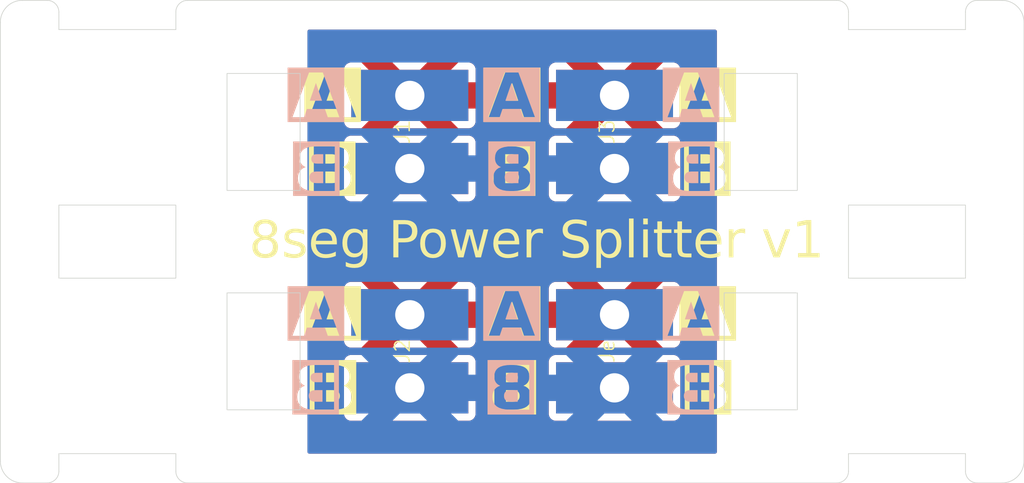
<source format=kicad_pcb>
(kicad_pcb (version 20221018) (generator pcbnew)

  (general
    (thickness 1.6)
  )

  (paper "A4")
  (layers
    (0 "F.Cu" signal)
    (31 "B.Cu" signal)
    (32 "B.Adhes" user "B.Adhesive")
    (33 "F.Adhes" user "F.Adhesive")
    (34 "B.Paste" user)
    (35 "F.Paste" user)
    (36 "B.SilkS" user "B.Silkscreen")
    (37 "F.SilkS" user "F.Silkscreen")
    (38 "B.Mask" user)
    (39 "F.Mask" user)
    (40 "Dwgs.User" user "User.Drawings")
    (41 "Cmts.User" user "User.Comments")
    (42 "Eco1.User" user "User.Eco1")
    (43 "Eco2.User" user "User.Eco2")
    (44 "Edge.Cuts" user)
    (45 "Margin" user)
    (46 "B.CrtYd" user "B.Courtyard")
    (47 "F.CrtYd" user "F.Courtyard")
    (48 "B.Fab" user)
    (49 "F.Fab" user)
    (50 "User.1" user)
    (51 "User.2" user)
    (52 "User.3" user)
    (53 "User.4" user)
    (54 "User.5" user)
    (55 "User.6" user)
    (56 "User.7" user)
    (57 "User.8" user)
    (58 "User.9" user)
  )

  (setup
    (pad_to_mask_clearance 0)
    (pcbplotparams
      (layerselection 0x00010fc_ffffffff)
      (plot_on_all_layers_selection 0x0000000_00000000)
      (disableapertmacros false)
      (usegerberextensions false)
      (usegerberattributes true)
      (usegerberadvancedattributes true)
      (creategerberjobfile true)
      (dashed_line_dash_ratio 12.000000)
      (dashed_line_gap_ratio 3.000000)
      (svgprecision 4)
      (plotframeref false)
      (viasonmask false)
      (mode 1)
      (useauxorigin false)
      (hpglpennumber 1)
      (hpglpenspeed 20)
      (hpglpendiameter 15.000000)
      (dxfpolygonmode true)
      (dxfimperialunits true)
      (dxfusepcbnewfont true)
      (psnegative false)
      (psa4output false)
      (plotreference true)
      (plotvalue true)
      (plotinvisibletext false)
      (sketchpadsonfab false)
      (subtractmaskfromsilk false)
      (outputformat 1)
      (mirror false)
      (drillshape 0)
      (scaleselection 1)
      (outputdirectory "gerber")
    )
  )

  (net 0 "")
  (net 1 "Net-(J1-Pin_1)")
  (net 2 "Net-(J1-Pin_2)")

  (footprint "footprints:double_wire_pads" (layer "F.Cu") (at 128 75 90))

  (footprint "footprints:double_wire_pads" (layer "F.Cu") (at 128 90 90))

  (footprint "footprints:double_wire_pads" (layer "F.Cu") (at 142 75 90))

  (footprint "footprints:double_wire_pads" (layer "F.Cu") (at 142 90 90))

  (gr_line (start 166 68) (end 166 66.8)
    (stroke (width 0.05) (type default)) (layer "Edge.Cuts") (tstamp 10acfa8e-f18b-4359-bdae-060588abcb82))
  (gr_line (start 166 97) (end 158 97)
    (stroke (width 0.05) (type default)) (layer "Edge.Cuts") (tstamp 186e077e-d168-491a-8f40-d9c41565106b))
  (gr_line (start 158 68) (end 166 68)
    (stroke (width 0.05) (type default)) (layer "Edge.Cuts") (tstamp 1c694629-68b5-4bd6-b743-ef65b8488197))
  (gr_arc (start 104 98.2) (mid 103.765685 98.765685) (end 103.2 99)
    (stroke (width 0.05) (type default)) (layer "Edge.Cuts") (tstamp 23f1ca69-06df-48f7-a1ba-03e4ca5c2118))
  (gr_line (start 166 98.2) (end 166 97)
    (stroke (width 0.05) (type default)) (layer "Edge.Cuts") (tstamp 24fb50ea-aa05-45e7-a0ce-07b670f364c9))
  (gr_line (start 100 97.5) (end 100 67.5)
    (stroke (width 0.05) (type default)) (layer "Edge.Cuts") (tstamp 2bd09780-93df-4768-be85-64bfa84b856c))
  (gr_line (start 170 67.5) (end 170 82)
    (stroke (width 0.05) (type default)) (layer "Edge.Cuts") (tstamp 2d4bac1a-1fc1-4e94-8f4d-5aca0867dbb7))
  (gr_arc (start 157.2 66) (mid 157.765685 66.234315) (end 158 66.8)
    (stroke (width 0.05) (type default)) (layer "Edge.Cuts") (tstamp 2e2c97ef-81b9-4874-a813-a77f04842312))
  (gr_rect (start 104 85) (end 112 80)
    (stroke (width 0.05) (type default)) (fill none) (layer "Edge.Cuts") (tstamp 3143352f-0b3f-4414-a9e8-a6cf2964b9d2))
  (gr_line (start 170 82) (end 170 97.5)
    (stroke (width 0.05) (type default)) (layer "Edge.Cuts") (tstamp 367b9d12-e237-43a8-9d7c-285c69c34e76))
  (gr_arc (start 103.2 66) (mid 103.765685 66.234315) (end 104 66.8)
    (stroke (width 0.05) (type default)) (layer "Edge.Cuts") (tstamp 3a2708bf-8e29-418d-8163-0a3f9d057c28))
  (gr_arc (start 158 98.2) (mid 157.765685 98.765685) (end 157.2 99)
    (stroke (width 0.05) (type default)) (layer "Edge.Cuts") (tstamp 3a46c129-b04e-470a-a43b-65dc774d744f))
  (gr_line (start 158 97) (end 158 98.2)
    (stroke (width 0.05) (type default)) (layer "Edge.Cuts") (tstamp 417c15f0-5ccd-4b3b-b85f-34459bf94c1a))
  (gr_arc (start 101.5 99) (mid 100.43934 98.56066) (end 100 97.5)
    (stroke (width 0.05) (type default)) (layer "Edge.Cuts") (tstamp 4b57f389-c7a8-400b-99c8-b3f9ba75225f))
  (gr_arc (start 170 97.5) (mid 169.56066 98.56066) (end 168.5 99)
    (stroke (width 0.05) (type default)) (layer "Edge.Cuts") (tstamp 52fe8a5b-8e1f-440f-9d79-2dd9cb0b9496))
  (gr_rect (start 115.5 86) (end 120.5 94)
    (stroke (width 0.05) (type default)) (fill none) (layer "Edge.Cuts") (tstamp 5539a889-4a64-4609-b382-094cf0ccd4e3))
  (gr_arc (start 166 66.8) (mid 166.234315 66.234315) (end 166.8 66)
    (stroke (width 0.05) (type default)) (layer "Edge.Cuts") (tstamp 5c59a486-cb4b-4526-84fd-4b6e75ec76fd))
  (gr_arc (start 112 66.8) (mid 112.234315 66.234315) (end 112.8 66)
    (stroke (width 0.05) (type default)) (layer "Edge.Cuts") (tstamp 601b1276-ed8c-4249-93d9-0c56a373348d))
  (gr_line (start 104 97) (end 104 98.2)
    (stroke (width 0.05) (type default)) (layer "Edge.Cuts") (tstamp 8449a9ca-942c-45c0-a5bc-a291a02e2682))
  (gr_line (start 104 66.8) (end 104 68)
    (stroke (width 0.05) (type default)) (layer "Edge.Cuts") (tstamp 8a8f878f-32b6-4142-9830-8d0e38b5c2a8))
  (gr_line (start 112.8 66) (end 157.2 66)
    (stroke (width 0.05) (type default)) (layer "Edge.Cuts") (tstamp 94ffa09d-b021-4b9a-adbd-9398549d956b))
  (gr_line (start 112 68) (end 112 66.8)
    (stroke (width 0.05) (type default)) (layer "Edge.Cuts") (tstamp 9b72130d-e5d2-47d6-a9d3-bb3168342b1a))
  (gr_rect (start 115.5 71) (end 120.5 79)
    (stroke (width 0.05) (type default)) (fill none) (layer "Edge.Cuts") (tstamp a1dcf086-d706-4343-a88c-32e10f825e9c))
  (gr_arc (start 168.5 66) (mid 169.56066 66.43934) (end 170 67.5)
    (stroke (width 0.05) (type default)) (layer "Edge.Cuts") (tstamp a3710172-7579-44c2-9413-d12737b0039f))
  (gr_arc (start 166.8 99) (mid 166.234315 98.765685) (end 166 98.2)
    (stroke (width 0.05) (type default)) (layer "Edge.Cuts") (tstamp a8ac4234-5cc2-49bd-80ae-b1ced087e49f))
  (gr_line (start 104 68) (end 112 68)
    (stroke (width 0.05) (type default)) (layer "Edge.Cuts") (tstamp a9ee207b-348b-445a-89ae-70d863ec105a))
  (gr_line (start 166.8 66) (end 168.5 66)
    (stroke (width 0.05) (type default)) (layer "Edge.Cuts") (tstamp ae33e2ae-7172-488d-a354-a6406815bd98))
  (gr_line (start 112 98.2) (end 112 97)
    (stroke (width 0.05) (type default)) (layer "Edge.Cuts") (tstamp af385079-3b19-4125-b156-4799f13f3c98))
  (gr_arc (start 100 67.5) (mid 100.43934 66.43934) (end 101.5 66)
    (stroke (width 0.05) (type default)) (layer "Edge.Cuts") (tstamp b6213bbb-0f5f-41fe-9f9b-615f95aa1c78))
  (gr_line (start 101.5 66) (end 103.2 66)
    (stroke (width 0.05) (type default)) (layer "Edge.Cuts") (tstamp b96f8a93-abd5-4763-9d08-15cedb938dd0))
  (gr_arc (start 112.8 99) (mid 112.234315 98.765685) (end 112 98.2)
    (stroke (width 0.05) (type default)) (layer "Edge.Cuts") (tstamp bc2d9459-683c-4fdb-9f91-da8d2ac2aa7b))
  (gr_rect (start 158 85) (end 166 80)
    (stroke (width 0.05) (type default)) (fill none) (layer "Edge.Cuts") (tstamp cc89dab2-f962-4ac8-a73d-6fd0efc0f4e6))
  (gr_line (start 168.5 99) (end 166.8 99)
    (stroke (width 0.05) (type default)) (layer "Edge.Cuts") (tstamp cd6d76d0-7e9c-4df4-bfae-6a287b7ba50b))
  (gr_line (start 103.2 99) (end 101.5 99)
    (stroke (width 0.05) (type default)) (layer "Edge.Cuts") (tstamp d8980e88-a0a4-4734-abb9-73b61931980f))
  (gr_line (start 157.2 99) (end 112.8 99)
    (stroke (width 0.05) (type default)) (layer "Edge.Cuts") (tstamp e6e1d918-4e24-4799-9b66-a5ac1c7336c3))
  (gr_rect (start 149.5 71) (end 154.5 79)
    (stroke (width 0.05) (type default)) (fill none) (layer "Edge.Cuts") (tstamp e75efefb-11eb-457d-8b5b-db41f842dca6))
  (gr_rect (start 149.5 86) (end 154.5 94)
    (stroke (width 0.05) (type default)) (fill none) (layer "Edge.Cuts") (tstamp eff1da6d-75e9-4b03-b333-ff1f135224d2))
  (gr_line (start 158 66.8) (end 158 68)
    (stroke (width 0.05) (type default)) (layer "Edge.Cuts") (tstamp febea6b0-ea91-4472-8898-a54c82dbbc47))
  (gr_line (start 112 97) (end 104 97)
    (stroke (width 0.05) (type default)) (layer "Edge.Cuts") (tstamp ffa76b5c-bba6-48ba-9d62-64125e18c9d0))
  (gr_text "A" (at 123.20422 74.5) (layer "B.SilkS" knockout) (tstamp 1352b715-3999-4451-89c2-cd9c345a488c)
    (effects (font (face "Fira Sans Compressed") (size 3 3) (thickness 0.2) bold) (justify left bottom mirror))
    (render_cache "A" -0
      (polygon
        (pts
          (xy 121.709453 73.99)          (xy 121.041205 73.99)          (xy 121.746822 71.082533)          (xy 122.536704 71.082533)
          (xy 123.242321 73.99)          (xy 122.587262 73.99)          (xy 122.473689 73.339337)          (xy 121.823026 73.339337)
        )
          (pts
            (xy 122.385762 72.864528)            (xy 122.150556 71.566133)            (xy 121.910954 72.864528)
          )
      )
    )
  )
  (gr_text "A" (at 123.20422 89.45) (layer "B.SilkS" knockout) (tstamp 41a65711-05c2-4ca2-a893-f5aa46c5d7a5)
    (effects (font (face "Fira Sans Compressed") (size 3 3) (thickness 0.2) bold) (justify left bottom mirror))
    (render_cache "A" -0
      (polygon
        (pts
          (xy 121.709453 88.94)          (xy 121.041205 88.94)          (xy 121.746822 86.032533)          (xy 122.536704 86.032533)
          (xy 123.242321 88.94)          (xy 122.587262 88.94)          (xy 122.473689 88.289337)          (xy 121.823026 88.289337)
        )
          (pts
            (xy 122.385762 87.814528)            (xy 122.150556 86.516133)            (xy 121.910954 87.814528)
          )
      )
    )
  )
  (gr_text "B" (at 135.00422 79.55) (layer "B.SilkS" knockout) (tstamp 4d79fae8-06d2-4156-a901-960ded881b97)
    (effects (font (face "Fira Sans Compressed") (size 3 3) (thickness 0.2) bold) (justify bottom mirror))
    (render_cache "B" -0
      (polygon
        (pts
          (xy 134.577771 77.502735)          (xy 134.527983 77.486377)          (xy 134.479626 77.467221)          (xy 134.432946 77.445213)
          (xy 134.388188 77.420303)          (xy 134.345599 77.392439)          (xy 134.305423 77.36157)          (xy 134.267907 77.327644)
          (xy 134.233297 77.29061)          (xy 134.201837 77.250416)          (xy 134.173775 77.20701)          (xy 134.149356 77.160342)
          (xy 134.128825 77.110359)          (xy 134.112429 77.05701)          (xy 134.100414 77.000244)          (xy 134.096125 76.970563)
          (xy 134.093024 76.940008)          (xy 134.091141 76.908573)          (xy 134.090506 76.876252)          (xy 134.091708 76.830152)
          (xy 134.095296 76.785548)          (xy 134.101243 76.742439)          (xy 134.109521 76.700821)          (xy 134.120105 76.660693)
          (xy 134.132967 76.622053)          (xy 134.148079 76.584898)          (xy 134.165416 76.549226)          (xy 134.18495 76.515036)
          (xy 134.206654 76.482325)          (xy 134.230501 76.45109)          (xy 134.256465 76.421331)          (xy 134.284517 76.393044)
          (xy 134.314632 76.366227)          (xy 134.346783 76.340879)          (xy 134.380941 76.316997)          (xy 134.417081 76.294579)
          (xy 134.455176 76.273623)          (xy 134.495198 76.254127)          (xy 134.53712 76.236088)          (xy 134.580916 76.219504)
          (xy 134.626558 76.204374)          (xy 134.67402 76.190695)          (xy 134.723274 76.178466)          (xy 134.774295 76.167683)
          (xy 134.827053 76.158344)          (xy 134.881524 76.150448)          (xy 134.937679 76.143993)          (xy 134.995492 76.138976)
          (xy 135.054936 76.135395)          (xy 135.115983 76.133248)          (xy 135.178608 76.132533)          (xy 135.888622 76.132533)
          (xy 135.888622 79.04)          (xy 135.086284 79.04)          (xy 135.026989 79.039306)          (xy 134.968801 79.03721)
          (xy 134.91177 79.033685)          (xy 134.855948 79.028708)          (xy 134.801386 79.022253)          (xy 134.748134 79.014294)
          (xy 134.696244 79.004808)          (xy 134.645765 78.993769)          (xy 134.59675 78.981152)          (xy 134.549248 78.966932)
          (xy 134.503311 78.951085)          (xy 134.45899 78.933585)          (xy 134.416335 78.914407)          (xy 134.375397 78.893527)
          (xy 134.336227 78.870919)          (xy 134.298876 78.846559)          (xy 134.263394 78.820421)          (xy 134.229834 78.792481)
          (xy 134.198245 78.762714)          (xy 134.168678 78.731094)          (xy 134.141184 78.697597)          (xy 134.115814 78.662198)
          (xy 134.092619 78.624872)          (xy 134.07165 78.585593)          (xy 134.052957 78.544338)          (xy 134.036592 78.50108)
          (xy 134.022605 78.455796)          (xy 134.011047 78.408459)          (xy 134.001968 78.359046)          (xy 133.995421 78.30753)
          (xy 133.991455 78.253888)          (xy 133.990122 78.198094)          (xy 133.990914 78.156924)          (xy 133.99326 78.117336)
          (xy 133.99712 78.079297)          (xy 134.00245 78.042773)          (xy 134.009209 78.007733)          (xy 134.017354 77.974144)
          (xy 134.026843 77.941972)          (xy 134.037635 77.911185)          (xy 134.049687 77.881751)          (xy 134.062957 77.853637)
          (xy 134.077402 77.826809)          (xy 134.092982 77.801236)          (xy 134.109653 77.776884)          (xy 134.146101 77.731714)
          (xy 134.18641 77.691037)          (xy 134.230243 77.65459)          (xy 134.277262 77.622113)          (xy 134.327131 77.593343)
          (xy 134.379513 77.568019)          (xy 134.406541 77.556567)          (xy 134.43407 77.545878)          (xy 134.46206 77.53592)
          (xy 134.490466 77.526659)          (xy 134.519248 77.518063)          (xy 134.548364 77.510099)
        )
          (pts
            (xy 135.115593 76.599281)            (xy 135.06867 76.6007)            (xy 135.025389 76.604934)            (xy 134.985665 76.611945)
            (xy 134.949413 76.621698)            (xy 134.916548 76.634155)            (xy 134.886986 76.649281)            (xy 134.860642 76.667038)
            (xy 134.837431 76.687391)            (xy 134.817268 76.710303)            (xy 134.800069 76.735737)            (xy 134.785749 76.763657)
            (xy 134.774222 76.794026)            (xy 134.765404 76.826808)            (xy 134.759211 76.861967)            (xy 134.755557 76.899465)
            (xy 134.754358 76.939267)            (xy 134.755409 76.980805)            (xy 134.758646 77.020193)            (xy 134.764192 77.057357)
            (xy 134.772173 77.092224)            (xy 134.782712 77.124721)            (xy 134.795935 77.154775)            (xy 134.811965 77.182313)
            (xy 134.830928 77.207262)            (xy 134.852948 77.22955)            (xy 134.878149 77.249102)            (xy 134.906656 77.265847)
            (xy 134.938594 77.279711)            (xy 134.974086 77.290621)            (xy 135.013257 77.298504)            (xy 135.056233 77.303288)
            (xy 135.103137 77.304898)            (xy 135.229166 77.304898)            (xy 135.229166 76.599281)
          )
          (pts
            (xy 135.077491 78.561528)            (xy 135.229166 78.561528)            (xy 135.229166 77.746001)            (xy 135.065035 77.746001)
            (xy 135.013417 77.747623)            (xy 134.965673 77.75249)            (xy 134.921729 77.760597)            (xy 134.881509 77.771944)
            (xy 134.844939 77.786528)            (xy 134.811943 77.804347)            (xy 134.782446 77.825399)            (xy 134.756373 77.849682)
            (xy 134.733649 77.877193)            (xy 134.714198 77.907931)            (xy 134.697946 77.941893)            (xy 134.684818 77.979077)
            (xy 134.674737 78.019481)            (xy 134.66763 78.063103)            (xy 134.663421 78.109941)            (xy 134.662034 78.159993)
            (xy 134.663842 78.212802)            (xy 134.669217 78.261395)            (xy 134.678084 78.305884)            (xy 134.69037 78.34638)
            (xy 134.706001 78.382995)            (xy 134.724902 78.415841)            (xy 134.746999 78.445028)            (xy 134.772218 78.470669)
            (xy 134.800486 78.492876)            (xy 134.831728 78.511759)            (xy 134.86587 78.527432)            (xy 134.902839 78.540004)
            (xy 134.942559 78.549588)            (xy 134.984957 78.556296)            (xy 135.029959 78.560238)
          )
      )
    )
  )
  (gr_text "B" (at 148.90422 79.55) (layer "B.SilkS" knockout) (tstamp 4e6a6dd8-5fed-4d79-a09c-17defdfeb59e)
    (effects (font (face "Fira Sans Compressed") (size 3 3) (thickness 0.2) bold) (justify left bottom mirror))
    (render_cache "B" -0
      (polygon
        (pts
          (xy 147.400661 77.502735)          (xy 147.350873 77.486377)          (xy 147.302516 77.467221)          (xy 147.255836 77.445213)
          (xy 147.211078 77.420303)          (xy 147.168489 77.392439)          (xy 147.128313 77.36157)          (xy 147.090797 77.327644)
          (xy 147.056187 77.29061)          (xy 147.024727 77.250416)          (xy 146.996665 77.20701)          (xy 146.972246 77.160342)
          (xy 146.951715 77.110359)          (xy 146.935319 77.05701)          (xy 146.923304 77.000244)          (xy 146.919015 76.970563)
          (xy 146.915914 76.940008)          (xy 146.914031 76.908573)          (xy 146.913396 76.876252)          (xy 146.914598 76.830152)
          (xy 146.918186 76.785548)          (xy 146.924133 76.742439)          (xy 146.932411 76.700821)          (xy 146.942995 76.660693)
          (xy 146.955857 76.622053)          (xy 146.970969 76.584898)          (xy 146.988306 76.549226)          (xy 147.00784 76.515036)
          (xy 147.029544 76.482325)          (xy 147.053391 76.45109)          (xy 147.079355 76.421331)          (xy 147.107407 76.393044)
          (xy 147.137522 76.366227)          (xy 147.169673 76.340879)          (xy 147.203831 76.316997)          (xy 147.239971 76.294579)
          (xy 147.278066 76.273623)          (xy 147.318088 76.254127)          (xy 147.36001 76.236088)          (xy 147.403806 76.219504)
          (xy 147.449448 76.204374)          (xy 147.49691 76.190695)          (xy 147.546164 76.178466)          (xy 147.597185 76.167683)
          (xy 147.649943 76.158344)          (xy 147.704414 76.150448)          (xy 147.760569 76.143993)          (xy 147.818382 76.138976)
          (xy 147.877826 76.135395)          (xy 147.938873 76.133248)          (xy 148.001498 76.132533)          (xy 148.711512 76.132533)
          (xy 148.711512 79.04)          (xy 147.909174 79.04)          (xy 147.849879 79.039306)          (xy 147.791691 79.03721)
          (xy 147.73466 79.033685)          (xy 147.678838 79.028708)          (xy 147.624276 79.022253)          (xy 147.571024 79.014294)
          (xy 147.519134 79.004808)          (xy 147.468655 78.993769)          (xy 147.41964 78.981152)          (xy 147.372138 78.966932)
          (xy 147.326201 78.951085)          (xy 147.28188 78.933585)          (xy 147.239225 78.914407)          (xy 147.198287 78.893527)
          (xy 147.159117 78.870919)          (xy 147.121766 78.846559)          (xy 147.086284 78.820421)          (xy 147.052724 78.792481)
          (xy 147.021135 78.762714)          (xy 146.991568 78.731094)          (xy 146.964074 78.697597)          (xy 146.938704 78.662198)
          (xy 146.915509 78.624872)          (xy 146.89454 78.585593)          (xy 146.875847 78.544338)          (xy 146.859482 78.50108)
          (xy 146.845495 78.455796)          (xy 146.833937 78.408459)          (xy 146.824858 78.359046)          (xy 146.818311 78.30753)
          (xy 146.814345 78.253888)          (xy 146.813012 78.198094)          (xy 146.813804 78.156924)          (xy 146.81615 78.117336)
          (xy 146.82001 78.079297)          (xy 146.82534 78.042773)          (xy 146.832099 78.007733)          (xy 146.840244 77.974144)
          (xy 146.849733 77.941972)          (xy 146.860525 77.911185)          (xy 146.872577 77.881751)          (xy 146.885847 77.853637)
          (xy 146.900292 77.826809)          (xy 146.915872 77.801236)          (xy 146.932543 77.776884)          (xy 146.968991 77.731714)
          (xy 147.0093 77.691037)          (xy 147.053133 77.65459)          (xy 147.100152 77.622113)          (xy 147.150021 77.593343)
          (xy 147.202403 77.568019)          (xy 147.229431 77.556567)          (xy 147.25696 77.545878)          (xy 147.28495 77.53592)
          (xy 147.313356 77.526659)          (xy 147.342138 77.518063)          (xy 147.371254 77.510099)
        )
          (pts
            (xy 147.938483 76.599281)            (xy 147.89156 76.6007)            (xy 147.848279 76.604934)            (xy 147.808555 76.611945)
            (xy 147.772303 76.621698)            (xy 147.739438 76.634155)            (xy 147.709876 76.649281)            (xy 147.683532 76.667038)
            (xy 147.660321 76.687391)            (xy 147.640158 76.710303)            (xy 147.622959 76.735737)            (xy 147.608639 76.763657)
            (xy 147.597112 76.794026)            (xy 147.588294 76.826808)            (xy 147.582101 76.861967)            (xy 147.578447 76.899465)
            (xy 147.577248 76.939267)            (xy 147.578299 76.980805)            (xy 147.581536 77.020193)            (xy 147.587082 77.057357)
            (xy 147.595063 77.092224)            (xy 147.605602 77.124721)            (xy 147.618825 77.154775)            (xy 147.634855 77.182313)
            (xy 147.653818 77.207262)            (xy 147.675838 77.22955)            (xy 147.701039 77.249102)            (xy 147.729546 77.265847)
            (xy 147.761484 77.279711)            (xy 147.796976 77.290621)            (xy 147.836147 77.298504)            (xy 147.879123 77.303288)
            (xy 147.926027 77.304898)            (xy 148.052056 77.304898)            (xy 148.052056 76.599281)
          )
          (pts
            (xy 147.900381 78.561528)            (xy 148.052056 78.561528)            (xy 148.052056 77.746001)            (xy 147.887925 77.746001)
            (xy 147.836307 77.747623)            (xy 147.788563 77.75249)            (xy 147.744619 77.760597)            (xy 147.704399 77.771944)
            (xy 147.667829 77.786528)            (xy 147.634833 77.804347)            (xy 147.605336 77.825399)            (xy 147.579263 77.849682)
            (xy 147.556539 77.877193)            (xy 147.537088 77.907931)            (xy 147.520836 77.941893)            (xy 147.507708 77.979077)
            (xy 147.497627 78.019481)            (xy 147.49052 78.063103)            (xy 147.486311 78.109941)            (xy 147.484924 78.159993)
            (xy 147.486732 78.212802)            (xy 147.492107 78.261395)            (xy 147.500974 78.305884)            (xy 147.51326 78.34638)
            (xy 147.528891 78.382995)            (xy 147.547792 78.415841)            (xy 147.569889 78.445028)            (xy 147.595108 78.470669)
            (xy 147.623376 78.492876)            (xy 147.654618 78.511759)            (xy 147.68876 78.527432)            (xy 147.725729 78.540004)
            (xy 147.765449 78.549588)            (xy 147.807847 78.556296)            (xy 147.852849 78.560238)
          )
      )
    )
  )
  (gr_text "A" (at 134.95422 89.45) (layer "B.SilkS" knockout) (tstamp 715e67f3-3fcd-4f57-ad63-9e6abfd33dac)
    (effects (font (face "Fira Sans Compressed") (size 3 3) (thickness 0.2) bold) (justify bottom mirror))
    (render_cache "A" -0
      (polygon
        (pts
          (xy 134.521909 88.94)          (xy 133.853661 88.94)          (xy 134.559278 86.032533)          (xy 135.34916 86.032533)
          (xy 136.054777 88.94)          (xy 135.399718 88.94)          (xy 135.286145 88.289337)          (xy 134.635482 88.289337)
        )
          (pts
            (xy 135.198218 87.814528)            (xy 134.963012 86.516133)            (xy 134.72341 87.814528)
          )
      )
    )
  )
  (gr_text "A" (at 148.85422 89.45) (layer "B.SilkS" knockout) (tstamp 89663e6b-67ba-4993-b549-dad4bda0bdb5)
    (effects (font (face "Fira Sans Compressed") (size 3 3) (thickness 0.2) bold) (justify left bottom mirror))
    (render_cache "A" -0
      (polygon
        (pts
          (xy 147.359453 88.94)          (xy 146.691205 88.94)          (xy 147.396822 86.032533)          (xy 148.186704 86.032533)
          (xy 148.892321 88.94)          (xy 148.237262 88.94)          (xy 148.123689 88.289337)          (xy 147.473026 88.289337)
        )
          (pts
            (xy 148.035762 87.814528)            (xy 147.800556 86.516133)            (xy 147.560954 87.814528)
          )
      )
    )
  )
  (gr_text "B" (at 148.85422 94.5) (layer "B.SilkS" knockout) (tstamp 98ee4e73-3fe6-43ee-a8f3-00c8b62094a2)
    (effects (font (face "Fira Sans Compressed") (size 3 3) (thickness 0.2) bold) (justify left bottom mirror))
    (render_cache "B" -0
      (polygon
        (pts
          (xy 147.350661 92.452735)          (xy 147.300873 92.436377)          (xy 147.252516 92.417221)          (xy 147.205836 92.395213)
          (xy 147.161078 92.370303)          (xy 147.118489 92.342439)          (xy 147.078313 92.31157)          (xy 147.040797 92.277644)
          (xy 147.006187 92.24061)          (xy 146.974727 92.200416)          (xy 146.946665 92.15701)          (xy 146.922246 92.110342)
          (xy 146.901715 92.060359)          (xy 146.885319 92.00701)          (xy 146.873304 91.950244)          (xy 146.869015 91.920563)
          (xy 146.865914 91.890008)          (xy 146.864031 91.858573)          (xy 146.863396 91.826252)          (xy 146.864598 91.780152)
          (xy 146.868186 91.735548)          (xy 146.874133 91.692439)          (xy 146.882411 91.650821)          (xy 146.892995 91.610693)
          (xy 146.905857 91.572053)          (xy 146.920969 91.534898)          (xy 146.938306 91.499226)          (xy 146.95784 91.465036)
          (xy 146.979544 91.432325)          (xy 147.003391 91.40109)          (xy 147.029355 91.371331)          (xy 147.057407 91.343044)
          (xy 147.087522 91.316227)          (xy 147.119673 91.290879)          (xy 147.153831 91.266997)          (xy 147.189971 91.244579)
          (xy 147.228066 91.223623)          (xy 147.268088 91.204127)          (xy 147.31001 91.186088)          (xy 147.353806 91.169504)
          (xy 147.399448 91.154374)          (xy 147.44691 91.140695)          (xy 147.496164 91.128466)          (xy 147.547185 91.117683)
          (xy 147.599943 91.108344)          (xy 147.654414 91.100448)          (xy 147.710569 91.093993)          (xy 147.768382 91.088976)
          (xy 147.827826 91.085395)          (xy 147.888873 91.083248)          (xy 147.951498 91.082533)          (xy 148.661512 91.082533)
          (xy 148.661512 93.99)          (xy 147.859174 93.99)          (xy 147.799879 93.989306)          (xy 147.741691 93.98721)
          (xy 147.68466 93.983685)          (xy 147.628838 93.978708)          (xy 147.574276 93.972253)          (xy 147.521024 93.964294)
          (xy 147.469134 93.954808)          (xy 147.418655 93.943769)          (xy 147.36964 93.931152)          (xy 147.322138 93.916932)
          (xy 147.276201 93.901085)          (xy 147.23188 93.883585)          (xy 147.189225 93.864407)          (xy 147.148287 93.843527)
          (xy 147.109117 93.820919)          (xy 147.071766 93.796559)          (xy 147.036284 93.770421)          (xy 147.002724 93.742481)
          (xy 146.971135 93.712714)          (xy 146.941568 93.681094)          (xy 146.914074 93.647597)          (xy 146.888704 93.612198)
          (xy 146.865509 93.574872)          (xy 146.84454 93.535593)          (xy 146.825847 93.494338)          (xy 146.809482 93.45108)
          (xy 146.795495 93.405796)          (xy 146.783937 93.358459)          (xy 146.774858 93.309046)          (xy 146.768311 93.25753)
          (xy 146.764345 93.203888)          (xy 146.763012 93.148094)          (xy 146.763804 93.106924)          (xy 146.76615 93.067336)
          (xy 146.77001 93.029297)          (xy 146.77534 92.992773)          (xy 146.782099 92.957733)          (xy 146.790244 92.924144)
          (xy 146.799733 92.891972)          (xy 146.810525 92.861185)          (xy 146.822577 92.831751)          (xy 146.835847 92.803637)
          (xy 146.850292 92.776809)          (xy 146.865872 92.751236)          (xy 146.882543 92.726884)          (xy 146.918991 92.681714)
          (xy 146.9593 92.641037)          (xy 147.003133 92.60459)          (xy 147.050152 92.572113)          (xy 147.100021 92.543343)
          (xy 147.152403 92.518019)          (xy 147.179431 92.506567)          (xy 147.20696 92.495878)          (xy 147.23495 92.48592)
          (xy 147.263356 92.476659)          (xy 147.292138 92.468063)          (xy 147.321254 92.460099)
        )
          (pts
            (xy 147.888483 91.549281)            (xy 147.84156 91.5507)            (xy 147.798279 91.554934)            (xy 147.758555 91.561945)
            (xy 147.722303 91.571698)            (xy 147.689438 91.584155)            (xy 147.659876 91.599281)            (xy 147.633532 91.617038)
            (xy 147.610321 91.637391)            (xy 147.590158 91.660303)            (xy 147.572959 91.685737)            (xy 147.558639 91.713657)
            (xy 147.547112 91.744026)            (xy 147.538294 91.776808)            (xy 147.532101 91.811967)            (xy 147.528447 91.849465)
            (xy 147.527248 91.889267)            (xy 147.528299 91.930805)            (xy 147.531536 91.970193)            (xy 147.537082 92.007357)
            (xy 147.545063 92.042224)            (xy 147.555602 92.074721)            (xy 147.568825 92.104775)            (xy 147.584855 92.132313)
            (xy 147.603818 92.157262)            (xy 147.625838 92.17955)            (xy 147.651039 92.199102)            (xy 147.679546 92.215847)
            (xy 147.711484 92.229711)            (xy 147.746976 92.240621)            (xy 147.786147 92.248504)            (xy 147.829123 92.253288)
            (xy 147.876027 92.254898)            (xy 148.002056 92.254898)            (xy 148.002056 91.549281)
          )
          (pts
            (xy 147.850381 93.511528)            (xy 148.002056 93.511528)            (xy 148.002056 92.696001)            (xy 147.837925 92.696001)
            (xy 147.786307 92.697623)            (xy 147.738563 92.70249)            (xy 147.694619 92.710597)            (xy 147.654399 92.721944)
            (xy 147.617829 92.736528)            (xy 147.584833 92.754347)            (xy 147.555336 92.775399)            (xy 147.529263 92.799682)
            (xy 147.506539 92.827193)            (xy 147.487088 92.857931)            (xy 147.470836 92.891893)            (xy 147.457708 92.929077)
            (xy 147.447627 92.969481)            (xy 147.44052 93.013103)            (xy 147.436311 93.059941)            (xy 147.434924 93.109993)
            (xy 147.436732 93.162802)            (xy 147.442107 93.211395)            (xy 147.450974 93.255884)            (xy 147.46326 93.29638)
            (xy 147.478891 93.332995)            (xy 147.497792 93.365841)            (xy 147.519889 93.395028)            (xy 147.545108 93.420669)
            (xy 147.573376 93.442876)            (xy 147.604618 93.461759)            (xy 147.63876 93.477432)            (xy 147.675729 93.490004)
            (xy 147.715449 93.499588)            (xy 147.757847 93.506296)            (xy 147.802849 93.510238)
          )
      )
    )
  )
  (gr_text "A" (at 134.95422 74.5) (layer "B.SilkS" knockout) (tstamp c01277a9-500a-4bcb-979b-13c10e8ddfe6)
    (effects (font (face "Fira Sans Compressed") (size 3 3) (thickness 0.2) bold) (justify bottom mirror))
    (render_cache "A" -0
      (polygon
        (pts
          (xy 134.521909 73.99)          (xy 133.853661 73.99)          (xy 134.559278 71.082533)          (xy 135.34916 71.082533)
          (xy 136.054777 73.99)          (xy 135.399718 73.99)          (xy 135.286145 73.339337)          (xy 134.635482 73.339337)
        )
          (pts
            (xy 135.198218 72.864528)            (xy 134.963012 71.566133)            (xy 134.72341 72.864528)
          )
      )
    )
  )
  (gr_text "B" (at 123.20422 94.5) (layer "B.SilkS" knockout) (tstamp d1d83977-6d68-4905-812d-6005c84868a5)
    (effects (font (face "Fira Sans Compressed") (size 3 3) (thickness 0.2) bold) (justify left bottom mirror))
    (render_cache "B" -0
      (polygon
        (pts
          (xy 121.700661 92.452735)          (xy 121.650873 92.436377)          (xy 121.602516 92.417221)          (xy 121.555836 92.395213)
          (xy 121.511078 92.370303)          (xy 121.468489 92.342439)          (xy 121.428313 92.31157)          (xy 121.390797 92.277644)
          (xy 121.356187 92.24061)          (xy 121.324727 92.200416)          (xy 121.296665 92.15701)          (xy 121.272246 92.110342)
          (xy 121.251715 92.060359)          (xy 121.235319 92.00701)          (xy 121.223304 91.950244)          (xy 121.219015 91.920563)
          (xy 121.215914 91.890008)          (xy 121.214031 91.858573)          (xy 121.213396 91.826252)          (xy 121.214598 91.780152)
          (xy 121.218186 91.735548)          (xy 121.224133 91.692439)          (xy 121.232411 91.650821)          (xy 121.242995 91.610693)
          (xy 121.255857 91.572053)          (xy 121.270969 91.534898)          (xy 121.288306 91.499226)          (xy 121.30784 91.465036)
          (xy 121.329544 91.432325)          (xy 121.353391 91.40109)          (xy 121.379355 91.371331)          (xy 121.407407 91.343044)
          (xy 121.437522 91.316227)          (xy 121.469673 91.290879)          (xy 121.503831 91.266997)          (xy 121.539971 91.244579)
          (xy 121.578066 91.223623)          (xy 121.618088 91.204127)          (xy 121.66001 91.186088)          (xy 121.703806 91.169504)
          (xy 121.749448 91.154374)          (xy 121.79691 91.140695)          (xy 121.846164 91.128466)          (xy 121.897185 91.117683)
          (xy 121.949943 91.108344)          (xy 122.004414 91.100448)          (xy 122.060569 91.093993)          (xy 122.118382 91.088976)
          (xy 122.177826 91.085395)          (xy 122.238873 91.083248)          (xy 122.301498 91.082533)          (xy 123.011512 91.082533)
          (xy 123.011512 93.99)          (xy 122.209174 93.99)          (xy 122.149879 93.989306)          (xy 122.091691 93.98721)
          (xy 122.03466 93.983685)          (xy 121.978838 93.978708)          (xy 121.924276 93.972253)          (xy 121.871024 93.964294)
          (xy 121.819134 93.954808)          (xy 121.768655 93.943769)          (xy 121.71964 93.931152)          (xy 121.672138 93.916932)
          (xy 121.626201 93.901085)          (xy 121.58188 93.883585)          (xy 121.539225 93.864407)          (xy 121.498287 93.843527)
          (xy 121.459117 93.820919)          (xy 121.421766 93.796559)          (xy 121.386284 93.770421)          (xy 121.352724 93.742481)
          (xy 121.321135 93.712714)          (xy 121.291568 93.681094)          (xy 121.264074 93.647597)          (xy 121.238704 93.612198)
          (xy 121.215509 93.574872)          (xy 121.19454 93.535593)          (xy 121.175847 93.494338)          (xy 121.159482 93.45108)
          (xy 121.145495 93.405796)          (xy 121.133937 93.358459)          (xy 121.124858 93.309046)          (xy 121.118311 93.25753)
          (xy 121.114345 93.203888)          (xy 121.113012 93.148094)          (xy 121.113804 93.106924)          (xy 121.11615 93.067336)
          (xy 121.12001 93.029297)          (xy 121.12534 92.992773)          (xy 121.132099 92.957733)          (xy 121.140244 92.924144)
          (xy 121.149733 92.891972)          (xy 121.160525 92.861185)          (xy 121.172577 92.831751)          (xy 121.185847 92.803637)
          (xy 121.200292 92.776809)          (xy 121.215872 92.751236)          (xy 121.232543 92.726884)          (xy 121.268991 92.681714)
          (xy 121.3093 92.641037)          (xy 121.353133 92.60459)          (xy 121.400152 92.572113)          (xy 121.450021 92.543343)
          (xy 121.502403 92.518019)          (xy 121.529431 92.506567)          (xy 121.55696 92.495878)          (xy 121.58495 92.48592)
          (xy 121.613356 92.476659)          (xy 121.642138 92.468063)          (xy 121.671254 92.460099)
        )
          (pts
            (xy 122.238483 91.549281)            (xy 122.19156 91.5507)            (xy 122.148279 91.554934)            (xy 122.108555 91.561945)
            (xy 122.072303 91.571698)            (xy 122.039438 91.584155)            (xy 122.009876 91.599281)            (xy 121.983532 91.617038)
            (xy 121.960321 91.637391)            (xy 121.940158 91.660303)            (xy 121.922959 91.685737)            (xy 121.908639 91.713657)
            (xy 121.897112 91.744026)            (xy 121.888294 91.776808)            (xy 121.882101 91.811967)            (xy 121.878447 91.849465)
            (xy 121.877248 91.889267)            (xy 121.878299 91.930805)            (xy 121.881536 91.970193)            (xy 121.887082 92.007357)
            (xy 121.895063 92.042224)            (xy 121.905602 92.074721)            (xy 121.918825 92.104775)            (xy 121.934855 92.132313)
            (xy 121.953818 92.157262)            (xy 121.975838 92.17955)            (xy 122.001039 92.199102)            (xy 122.029546 92.215847)
            (xy 122.061484 92.229711)            (xy 122.096976 92.240621)            (xy 122.136147 92.248504)            (xy 122.179123 92.253288)
            (xy 122.226027 92.254898)            (xy 122.352056 92.254898)            (xy 122.352056 91.549281)
          )
          (pts
            (xy 122.200381 93.511528)            (xy 122.352056 93.511528)            (xy 122.352056 92.696001)            (xy 122.187925 92.696001)
            (xy 122.136307 92.697623)            (xy 122.088563 92.70249)            (xy 122.044619 92.710597)            (xy 122.004399 92.721944)
            (xy 121.967829 92.736528)            (xy 121.934833 92.754347)            (xy 121.905336 92.775399)            (xy 121.879263 92.799682)
            (xy 121.856539 92.827193)            (xy 121.837088 92.857931)            (xy 121.820836 92.891893)            (xy 121.807708 92.929077)
            (xy 121.797627 92.969481)            (xy 121.79052 93.013103)            (xy 121.786311 93.059941)            (xy 121.784924 93.109993)
            (xy 121.786732 93.162802)            (xy 121.792107 93.211395)            (xy 121.800974 93.255884)            (xy 121.81326 93.29638)
            (xy 121.828891 93.332995)            (xy 121.847792 93.365841)            (xy 121.869889 93.395028)            (xy 121.895108 93.420669)
            (xy 121.923376 93.442876)            (xy 121.954618 93.461759)            (xy 121.98876 93.477432)            (xy 122.025729 93.490004)
            (xy 122.065449 93.499588)            (xy 122.107847 93.506296)            (xy 122.152849 93.510238)
          )
      )
    )
  )
  (gr_text "B" (at 123.25422 79.55) (layer "B.SilkS" knockout) (tstamp da56ece7-68e2-4f62-8946-c6ec7d954660)
    (effects (font (face "Fira Sans Compressed") (size 3 3) (thickness 0.2) bold) (justify left bottom mirror))
    (render_cache "B" -0
      (polygon
        (pts
          (xy 121.750661 77.502735)          (xy 121.700873 77.486377)          (xy 121.652516 77.467221)          (xy 121.605836 77.445213)
          (xy 121.561078 77.420303)          (xy 121.518489 77.392439)          (xy 121.478313 77.36157)          (xy 121.440797 77.327644)
          (xy 121.406187 77.29061)          (xy 121.374727 77.250416)          (xy 121.346665 77.20701)          (xy 121.322246 77.160342)
          (xy 121.301715 77.110359)          (xy 121.285319 77.05701)          (xy 121.273304 77.000244)          (xy 121.269015 76.970563)
          (xy 121.265914 76.940008)          (xy 121.264031 76.908573)          (xy 121.263396 76.876252)          (xy 121.264598 76.830152)
          (xy 121.268186 76.785548)          (xy 121.274133 76.742439)          (xy 121.282411 76.700821)          (xy 121.292995 76.660693)
          (xy 121.305857 76.622053)          (xy 121.320969 76.584898)          (xy 121.338306 76.549226)          (xy 121.35784 76.515036)
          (xy 121.379544 76.482325)          (xy 121.403391 76.45109)          (xy 121.429355 76.421331)          (xy 121.457407 76.393044)
          (xy 121.487522 76.366227)          (xy 121.519673 76.340879)          (xy 121.553831 76.316997)          (xy 121.589971 76.294579)
          (xy 121.628066 76.273623)          (xy 121.668088 76.254127)          (xy 121.71001 76.236088)          (xy 121.753806 76.219504)
          (xy 121.799448 76.204374)          (xy 121.84691 76.190695)          (xy 121.896164 76.178466)          (xy 121.947185 76.167683)
          (xy 121.999943 76.158344)          (xy 122.054414 76.150448)          (xy 122.110569 76.143993)          (xy 122.168382 76.138976)
          (xy 122.227826 76.135395)          (xy 122.288873 76.133248)          (xy 122.351498 76.132533)          (xy 123.061512 76.132533)
          (xy 123.061512 79.04)          (xy 122.259174 79.04)          (xy 122.199879 79.039306)          (xy 122.141691 79.03721)
          (xy 122.08466 79.033685)          (xy 122.028838 79.028708)          (xy 121.974276 79.022253)          (xy 121.921024 79.014294)
          (xy 121.869134 79.004808)          (xy 121.818655 78.993769)          (xy 121.76964 78.981152)          (xy 121.722138 78.966932)
          (xy 121.676201 78.951085)          (xy 121.63188 78.933585)          (xy 121.589225 78.914407)          (xy 121.548287 78.893527)
          (xy 121.509117 78.870919)          (xy 121.471766 78.846559)          (xy 121.436284 78.820421)          (xy 121.402724 78.792481)
          (xy 121.371135 78.762714)          (xy 121.341568 78.731094)          (xy 121.314074 78.697597)          (xy 121.288704 78.662198)
          (xy 121.265509 78.624872)          (xy 121.24454 78.585593)          (xy 121.225847 78.544338)          (xy 121.209482 78.50108)
          (xy 121.195495 78.455796)          (xy 121.183937 78.408459)          (xy 121.174858 78.359046)          (xy 121.168311 78.30753)
          (xy 121.164345 78.253888)          (xy 121.163012 78.198094)          (xy 121.163804 78.156924)          (xy 121.16615 78.117336)
          (xy 121.17001 78.079297)          (xy 121.17534 78.042773)          (xy 121.182099 78.007733)          (xy 121.190244 77.974144)
          (xy 121.199733 77.941972)          (xy 121.210525 77.911185)          (xy 121.222577 77.881751)          (xy 121.235847 77.853637)
          (xy 121.250292 77.826809)          (xy 121.265872 77.801236)          (xy 121.282543 77.776884)          (xy 121.318991 77.731714)
          (xy 121.3593 77.691037)          (xy 121.403133 77.65459)          (xy 121.450152 77.622113)          (xy 121.500021 77.593343)
          (xy 121.552403 77.568019)          (xy 121.579431 77.556567)          (xy 121.60696 77.545878)          (xy 121.63495 77.53592)
          (xy 121.663356 77.526659)          (xy 121.692138 77.518063)          (xy 121.721254 77.510099)
        )
          (pts
            (xy 122.288483 76.599281)            (xy 122.24156 76.6007)            (xy 122.198279 76.604934)            (xy 122.158555 76.611945)
            (xy 122.122303 76.621698)            (xy 122.089438 76.634155)            (xy 122.059876 76.649281)            (xy 122.033532 76.667038)
            (xy 122.010321 76.687391)            (xy 121.990158 76.710303)            (xy 121.972959 76.735737)            (xy 121.958639 76.763657)
            (xy 121.947112 76.794026)            (xy 121.938294 76.826808)            (xy 121.932101 76.861967)            (xy 121.928447 76.899465)
            (xy 121.927248 76.939267)            (xy 121.928299 76.980805)            (xy 121.931536 77.020193)            (xy 121.937082 77.057357)
            (xy 121.945063 77.092224)            (xy 121.955602 77.124721)            (xy 121.968825 77.154775)            (xy 121.984855 77.182313)
            (xy 122.003818 77.207262)            (xy 122.025838 77.22955)            (xy 122.051039 77.249102)            (xy 122.079546 77.265847)
            (xy 122.111484 77.279711)            (xy 122.146976 77.290621)            (xy 122.186147 77.298504)            (xy 122.229123 77.303288)
            (xy 122.276027 77.304898)            (xy 122.402056 77.304898)            (xy 122.402056 76.599281)
          )
          (pts
            (xy 122.250381 78.561528)            (xy 122.402056 78.561528)            (xy 122.402056 77.746001)            (xy 122.237925 77.746001)
            (xy 122.186307 77.747623)            (xy 122.138563 77.75249)            (xy 122.094619 77.760597)            (xy 122.054399 77.771944)
            (xy 122.017829 77.786528)            (xy 121.984833 77.804347)            (xy 121.955336 77.825399)            (xy 121.929263 77.849682)
            (xy 121.906539 77.877193)            (xy 121.887088 77.907931)            (xy 121.870836 77.941893)            (xy 121.857708 77.979077)
            (xy 121.847627 78.019481)            (xy 121.84052 78.063103)            (xy 121.836311 78.109941)            (xy 121.834924 78.159993)
            (xy 121.836732 78.212802)            (xy 121.842107 78.261395)            (xy 121.850974 78.305884)            (xy 121.86326 78.34638)
            (xy 121.878891 78.382995)            (xy 121.897792 78.415841)            (xy 121.919889 78.445028)            (xy 121.945108 78.470669)
            (xy 121.973376 78.492876)            (xy 122.004618 78.511759)            (xy 122.03876 78.527432)            (xy 122.075729 78.540004)
            (xy 122.115449 78.549588)            (xy 122.157847 78.556296)            (xy 122.202849 78.560238)
          )
      )
    )
  )
  (gr_text "B" (at 134.95422 94.5) (layer "B.SilkS" knockout) (tstamp e1f3e52a-1148-43e4-b195-4048bc200278)
    (effects (font (face "Fira Sans Compressed") (size 3 3) (thickness 0.2) bold) (justify bottom mirror))
    (render_cache "B" -0
      (polygon
        (pts
          (xy 134.527771 92.452735)          (xy 134.477983 92.436377)          (xy 134.429626 92.417221)          (xy 134.382946 92.395213)
          (xy 134.338188 92.370303)          (xy 134.295599 92.342439)          (xy 134.255423 92.31157)          (xy 134.217907 92.277644)
          (xy 134.183297 92.24061)          (xy 134.151837 92.200416)          (xy 134.123775 92.15701)          (xy 134.099356 92.110342)
          (xy 134.078825 92.060359)          (xy 134.062429 92.00701)          (xy 134.050414 91.950244)          (xy 134.046125 91.920563)
          (xy 134.043024 91.890008)          (xy 134.041141 91.858573)          (xy 134.040506 91.826252)          (xy 134.041708 91.780152)
          (xy 134.045296 91.735548)          (xy 134.051243 91.692439)          (xy 134.059521 91.650821)          (xy 134.070105 91.610693)
          (xy 134.082967 91.572053)          (xy 134.098079 91.534898)          (xy 134.115416 91.499226)          (xy 134.13495 91.465036)
          (xy 134.156654 91.432325)          (xy 134.180501 91.40109)          (xy 134.206465 91.371331)          (xy 134.234517 91.343044)
          (xy 134.264632 91.316227)          (xy 134.296783 91.290879)          (xy 134.330941 91.266997)          (xy 134.367081 91.244579)
          (xy 134.405176 91.223623)          (xy 134.445198 91.204127)          (xy 134.48712 91.186088)          (xy 134.530916 91.169504)
          (xy 134.576558 91.154374)          (xy 134.62402 91.140695)          (xy 134.673274 91.128466)          (xy 134.724295 91.117683)
          (xy 134.777053 91.108344)          (xy 134.831524 91.100448)          (xy 134.887679 91.093993)          (xy 134.945492 91.088976)
          (xy 135.004936 91.085395)          (xy 135.065983 91.083248)          (xy 135.128608 91.082533)          (xy 135.838622 91.082533)
          (xy 135.838622 93.99)          (xy 135.036284 93.99)          (xy 134.976989 93.989306)          (xy 134.918801 93.98721)
          (xy 134.86177 93.983685)          (xy 134.805948 93.978708)          (xy 134.751386 93.972253)          (xy 134.698134 93.964294)
          (xy 134.646244 93.954808)          (xy 134.595765 93.943769)          (xy 134.54675 93.931152)          (xy 134.499248 93.916932)
          (xy 134.453311 93.901085)          (xy 134.40899 93.883585)          (xy 134.366335 93.864407)          (xy 134.325397 93.843527)
          (xy 134.286227 93.820919)          (xy 134.248876 93.796559)          (xy 134.213394 93.770421)          (xy 134.179834 93.742481)
          (xy 134.148245 93.712714)          (xy 134.118678 93.681094)          (xy 134.091184 93.647597)          (xy 134.065814 93.612198)
          (xy 134.042619 93.574872)          (xy 134.02165 93.535593)          (xy 134.002957 93.494338)          (xy 133.986592 93.45108)
          (xy 133.972605 93.405796)          (xy 133.961047 93.358459)          (xy 133.951968 93.309046)          (xy 133.945421 93.25753)
          (xy 133.941455 93.203888)          (xy 133.940122 93.148094)          (xy 133.940914 93.106924)          (xy 133.94326 93.067336)
          (xy 133.94712 93.029297)          (xy 133.95245 92.992773)          (xy 133.959209 92.957733)          (xy 133.967354 92.924144)
          (xy 133.976843 92.891972)          (xy 133.987635 92.861185)          (xy 133.999687 92.831751)          (xy 134.012957 92.803637)
          (xy 134.027402 92.776809)          (xy 134.042982 92.751236)          (xy 134.059653 92.726884)          (xy 134.096101 92.681714)
          (xy 134.13641 92.641037)          (xy 134.180243 92.60459)          (xy 134.227262 92.572113)          (xy 134.277131 92.543343)
          (xy 134.329513 92.518019)          (xy 134.356541 92.506567)          (xy 134.38407 92.495878)          (xy 134.41206 92.48592)
          (xy 134.440466 92.476659)          (xy 134.469248 92.468063)          (xy 134.498364 92.460099)
        )
          (pts
            (xy 135.065593 91.549281)            (xy 135.01867 91.5507)            (xy 134.975389 91.554934)            (xy 134.935665 91.561945)
            (xy 134.899413 91.571698)            (xy 134.866548 91.584155)            (xy 134.836986 91.599281)            (xy 134.810642 91.617038)
            (xy 134.787431 91.637391)            (xy 134.767268 91.660303)            (xy 134.750069 91.685737)            (xy 134.735749 91.713657)
            (xy 134.724222 91.744026)            (xy 134.715404 91.776808)            (xy 134.709211 91.811967)            (xy 134.705557 91.849465)
            (xy 134.704358 91.889267)            (xy 134.705409 91.930805)            (xy 134.708646 91.970193)            (xy 134.714192 92.007357)
            (xy 134.722173 92.042224)            (xy 134.732712 92.074721)            (xy 134.745935 92.104775)            (xy 134.761965 92.132313)
            (xy 134.780928 92.157262)            (xy 134.802948 92.17955)            (xy 134.828149 92.199102)            (xy 134.856656 92.215847)
            (xy 134.888594 92.229711)            (xy 134.924086 92.240621)            (xy 134.963257 92.248504)            (xy 135.006233 92.253288)
            (xy 135.053137 92.254898)            (xy 135.179166 92.254898)            (xy 135.179166 91.549281)
          )
          (pts
            (xy 135.027491 93.511528)            (xy 135.179166 93.511528)            (xy 135.179166 92.696001)            (xy 135.015035 92.696001)
            (xy 134.963417 92.697623)            (xy 134.915673 92.70249)            (xy 134.871729 92.710597)            (xy 134.831509 92.721944)
            (xy 134.794939 92.736528)            (xy 134.761943 92.754347)            (xy 134.732446 92.775399)            (xy 134.706373 92.799682)
            (xy 134.683649 92.827193)            (xy 134.664198 92.857931)            (xy 134.647946 92.891893)            (xy 134.634818 92.929077)
            (xy 134.624737 92.969481)            (xy 134.61763 93.013103)            (xy 134.613421 93.059941)            (xy 134.612034 93.109993)
            (xy 134.613842 93.162802)            (xy 134.619217 93.211395)            (xy 134.628084 93.255884)            (xy 134.64037 93.29638)
            (xy 134.656001 93.332995)            (xy 134.674902 93.365841)            (xy 134.696999 93.395028)            (xy 134.722218 93.420669)
            (xy 134.750486 93.442876)            (xy 134.781728 93.461759)            (xy 134.81587 93.477432)            (xy 134.852839 93.490004)
            (xy 134.892559 93.499588)            (xy 134.934957 93.506296)            (xy 134.979959 93.510238)
          )
      )
    )
  )
  (gr_text "A" (at 148.85422 74.5) (layer "B.SilkS" knockout) (tstamp f701ad5f-5e15-4724-84ec-b17ea55cca23)
    (effects (font (face "Fira Sans Compressed") (size 3 3) (thickness 0.2) bold) (justify left bottom mirror))
    (render_cache "A" -0
      (polygon
        (pts
          (xy 147.359453 73.99)          (xy 146.691205 73.99)          (xy 147.396822 71.082533)          (xy 148.186704 71.082533)
          (xy 148.892321 73.99)          (xy 148.237262 73.99)          (xy 148.123689 73.339337)          (xy 147.473026 73.339337)
        )
          (pts
            (xy 148.035762 72.864528)            (xy 147.800556 71.566133)            (xy 147.560954 72.864528)
          )
      )
    )
  )
  (gr_text "B" (at 134.95 79.55) (layer "F.SilkS" knockout) (tstamp 2604377d-825b-4b8c-b439-9c647af1ba70)
    (effects (font (face "Fira Sans Compressed") (size 3 3) (thickness 0.2) bold) (justify bottom))
    (render_cache "B" 0
      (polygon
        (pts
          (xy 135.376448 77.502735)          (xy 135.426236 77.486377)          (xy 135.474593 77.467221)          (xy 135.521273 77.445213)
          (xy 135.566031 77.420303)          (xy 135.60862 77.392439)          (xy 135.648796 77.36157)          (xy 135.686312 77.327644)
          (xy 135.720922 77.29061)          (xy 135.752382 77.250416)          (xy 135.780444 77.20701)          (xy 135.804863 77.160342)
          (xy 135.825394 77.110359)          (xy 135.84179 77.05701)          (xy 135.853805 77.000244)          (xy 135.858094 76.970563)
          (xy 135.861195 76.940008)          (xy 135.863078 76.908573)          (xy 135.863713 76.876252)          (xy 135.862511 76.830152)
          (xy 135.858923 76.785548)          (xy 135.852976 76.742439)          (xy 135.844698 76.700821)          (xy 135.834114 76.660693)
          (xy 135.821252 76.622053)          (xy 135.80614 76.584898)          (xy 135.788803 76.549226)          (xy 135.769269 76.515036)
          (xy 135.747565 76.482325)          (xy 135.723718 76.45109)          (xy 135.697754 76.421331)          (xy 135.669702 76.393044)
          (xy 135.639587 76.366227)          (xy 135.607436 76.340879)          (xy 135.573278 76.316997)          (xy 135.537138 76.294579)
          (xy 135.499043 76.273623)          (xy 135.459021 76.254127)          (xy 135.417099 76.236088)          (xy 135.373303 76.219504)
          (xy 135.327661 76.204374)          (xy 135.280199 76.190695)          (xy 135.230945 76.178466)          (xy 135.179924 76.167683)
          (xy 135.127166 76.158344)          (xy 135.072695 76.150448)          (xy 135.01654 76.143993)          (xy 134.958727 76.138976)
          (xy 134.899283 76.135395)          (xy 134.838236 76.133248)          (xy 134.775611 76.132533)          (xy 134.065597 76.132533)
          (xy 134.065597 79.04)          (xy 134.867935 79.04)          (xy 134.92723 79.039306)          (xy 134.985418 79.03721)
          (xy 135.042449 79.033685)          (xy 135.098271 79.028708)          (xy 135.152833 79.022253)          (xy 135.206085 79.014294)
          (xy 135.257975 79.004808)          (xy 135.308454 78.993769)          (xy 135.357469 78.981152)          (xy 135.404971 78.966932)
          (xy 135.450908 78.951085)          (xy 135.495229 78.933585)          (xy 135.537884 78.914407)          (xy 135.578822 78.893527)
          (xy 135.617992 78.870919)          (xy 135.655343 78.846559)          (xy 135.690825 78.820421)          (xy 135.724385 78.792481)
          (xy 135.755974 78.762714)          (xy 135.785541 78.731094)          (xy 135.813035 78.697597)          (xy 135.838405 78.662198)
          (xy 135.8616 78.624872)          (xy 135.882569 78.585593)          (xy 135.901262 78.544338)          (xy 135.917627 78.50108)
          (xy 135.931614 78.455796)          (xy 135.943172 78.408459)          (xy 135.952251 78.359046)          (xy 135.958798 78.30753)
          (xy 135.962764 78.253888)          (xy 135.964097 78.198094)          (xy 135.963305 78.156924)          (xy 135.960959 78.117336)
          (xy 135.957099 78.079297)          (xy 135.951769 78.042773)          (xy 135.94501 78.007733)          (xy 135.936865 77.974144)
          (xy 135.927376 77.941972)          (xy 135.916584 77.911185)          (xy 135.904532 77.881751)          (xy 135.891262 77.853637)
          (xy 135.876817 77.826809)          (xy 135.861237 77.801236)          (xy 135.844566 77.776884)          (xy 135.808118 77.731714)
          (xy 135.767809 77.691037)          (xy 135.723976 77.65459)          (xy 135.676957 77.622113)          (xy 135.627088 77.593343)
          (xy 135.574706 77.568019)          (xy 135.547678 77.556567)          (xy 135.520149 77.545878)          (xy 135.492159 77.53592)
          (xy 135.463753 77.526659)          (xy 135.434971 77.518063)          (xy 135.405855 77.510099)
        )
          (pts
            (xy 134.838626 76.599281)            (xy 134.885549 76.6007)            (xy 134.92883 76.604934)            (xy 134.968554 76.611945)
            (xy 135.004806 76.621698)            (xy 135.037671 76.634155)            (xy 135.067233 76.649281)            (xy 135.093577 76.667038)
            (xy 135.116788 76.687391)            (xy 135.136951 76.710303)            (xy 135.15415 76.735737)            (xy 135.16847 76.763657)
            (xy 135.179997 76.794026)            (xy 135.188815 76.826808)            (xy 135.195008 76.861967)            (xy 135.198662 76.899465)
            (xy 135.199861 76.939267)            (xy 135.19881 76.980805)            (xy 135.195573 77.020193)            (xy 135.190027 77.057357)
            (xy 135.182046 77.092224)            (xy 135.171507 77.124721)            (xy 135.158284 77.154775)            (xy 135.142254 77.182313)
            (xy 135.123291 77.207262)            (xy 135.101271 77.22955)            (xy 135.07607 77.249102)            (xy 135.047563 77.265847)
            (xy 135.015625 77.279711)            (xy 134.980133 77.290621)            (xy 134.940962 77.298504)            (xy 134.897986 77.303288)
            (xy 134.851082 77.304898)            (xy 134.725053 77.304898)            (xy 134.725053 76.599281)
          )
          (pts
            (xy 134.876728 78.561528)            (xy 134.725053 78.561528)            (xy 134.725053 77.746001)            (xy 134.889184 77.746001)
            (xy 134.940802 77.747623)            (xy 134.988546 77.75249)            (xy 135.03249 77.760597)            (xy 135.07271 77.771944)
            (xy 135.10928 77.786528)            (xy 135.142276 77.804347)            (xy 135.171773 77.825399)            (xy 135.197846 77.849682)
            (xy 135.22057 77.877193)            (xy 135.240021 77.907931)            (xy 135.256273 77.941893)            (xy 135.269401 77.979077)
            (xy 135.279482 78.019481)            (xy 135.286589 78.063103)            (xy 135.290798 78.109941)            (xy 135.292185 78.159993)
            (xy 135.290377 78.212802)            (xy 135.285002 78.261395)            (xy 135.276135 78.305884)            (xy 135.263849 78.34638)
            (xy 135.248218 78.382995)            (xy 135.229317 78.415841)            (xy 135.20722 78.445028)            (xy 135.182001 78.470669)
            (xy 135.153733 78.492876)            (xy 135.122491 78.511759)            (xy 135.088349 78.527432)            (xy 135.05138 78.540004)
            (xy 135.01166 78.549588)            (xy 134.969262 78.556296)            (xy 134.92426 78.560238)
          )
      )
    )
  )
  (gr_text "B" (at 146.75 94.5) (layer "F.SilkS" knockout) (tstamp 3cec68b5-65f1-4cd1-9d8e-f87f30218b54)
    (effects (font (face "Fira Sans Compressed") (size 3 3) (thickness 0.2) bold) (justify left bottom))
    (render_cache "B" 0
      (polygon
        (pts
          (xy 148.253558 92.452735)          (xy 148.303346 92.436377)          (xy 148.351703 92.417221)          (xy 148.398383 92.395213)
          (xy 148.443141 92.370303)          (xy 148.48573 92.342439)          (xy 148.525906 92.31157)          (xy 148.563422 92.277644)
          (xy 148.598032 92.24061)          (xy 148.629492 92.200416)          (xy 148.657554 92.15701)          (xy 148.681973 92.110342)
          (xy 148.702504 92.060359)          (xy 148.7189 92.00701)          (xy 148.730915 91.950244)          (xy 148.735204 91.920563)
          (xy 148.738305 91.890008)          (xy 148.740188 91.858573)          (xy 148.740823 91.826252)          (xy 148.739621 91.780152)
          (xy 148.736033 91.735548)          (xy 148.730086 91.692439)          (xy 148.721808 91.650821)          (xy 148.711224 91.610693)
          (xy 148.698362 91.572053)          (xy 148.68325 91.534898)          (xy 148.665913 91.499226)          (xy 148.646379 91.465036)
          (xy 148.624675 91.432325)          (xy 148.600828 91.40109)          (xy 148.574864 91.371331)          (xy 148.546812 91.343044)
          (xy 148.516697 91.316227)          (xy 148.484546 91.290879)          (xy 148.450388 91.266997)          (xy 148.414248 91.244579)
          (xy 148.376153 91.223623)          (xy 148.336131 91.204127)          (xy 148.294209 91.186088)          (xy 148.250413 91.169504)
          (xy 148.204771 91.154374)          (xy 148.157309 91.140695)          (xy 148.108055 91.128466)          (xy 148.057034 91.117683)
          (xy 148.004276 91.108344)          (xy 147.949805 91.100448)          (xy 147.89365 91.093993)          (xy 147.835837 91.088976)
          (xy 147.776393 91.085395)          (xy 147.715346 91.083248)          (xy 147.652721 91.082533)          (xy 146.942707 91.082533)
          (xy 146.942707 93.99)          (xy 147.745045 93.99)          (xy 147.80434 93.989306)          (xy 147.862528 93.98721)
          (xy 147.919559 93.983685)          (xy 147.975381 93.978708)          (xy 148.029943 93.972253)          (xy 148.083195 93.964294)
          (xy 148.135085 93.954808)          (xy 148.185564 93.943769)          (xy 148.234579 93.931152)          (xy 148.282081 93.916932)
          (xy 148.328018 93.901085)          (xy 148.372339 93.883585)          (xy 148.414994 93.864407)          (xy 148.455932 93.843527)
          (xy 148.495102 93.820919)          (xy 148.532453 93.796559)          (xy 148.567935 93.770421)          (xy 148.601495 93.742481)
          (xy 148.633084 93.712714)          (xy 148.662651 93.681094)          (xy 148.690145 93.647597)          (xy 148.715515 93.612198)
          (xy 148.73871 93.574872)          (xy 148.759679 93.535593)          (xy 148.778372 93.494338)          (xy 148.794737 93.45108)
          (xy 148.808724 93.405796)          (xy 148.820282 93.358459)          (xy 148.829361 93.309046)          (xy 148.835908 93.25753)
          (xy 148.839874 93.203888)          (xy 148.841207 93.148094)          (xy 148.840415 93.106924)          (xy 148.838069 93.067336)
          (xy 148.834209 93.029297)          (xy 148.828879 92.992773)          (xy 148.82212 92.957733)          (xy 148.813975 92.924144)
          (xy 148.804486 92.891972)          (xy 148.793694 92.861185)          (xy 148.781642 92.831751)          (xy 148.768372 92.803637)
          (xy 148.753927 92.776809)          (xy 148.738347 92.751236)          (xy 148.721676 92.726884)          (xy 148.685228 92.681714)
          (xy 148.644919 92.641037)          (xy 148.601086 92.60459)          (xy 148.554067 92.572113)          (xy 148.504198 92.543343)
          (xy 148.451816 92.518019)          (xy 148.424788 92.506567)          (xy 148.397259 92.495878)          (xy 148.369269 92.48592)
          (xy 148.340863 92.476659)          (xy 148.312081 92.468063)          (xy 148.282965 92.460099)
        )
          (pts
            (xy 147.715736 91.549281)            (xy 147.762659 91.5507)            (xy 147.80594 91.554934)            (xy 147.845664 91.561945)
            (xy 147.881916 91.571698)            (xy 147.914781 91.584155)            (xy 147.944343 91.599281)            (xy 147.970687 91.617038)
            (xy 147.993898 91.637391)            (xy 148.014061 91.660303)            (xy 148.03126 91.685737)            (xy 148.04558 91.713657)
            (xy 148.057107 91.744026)            (xy 148.065925 91.776808)            (xy 148.072118 91.811967)            (xy 148.075772 91.849465)
            (xy 148.076971 91.889267)            (xy 148.07592 91.930805)            (xy 148.072683 91.970193)            (xy 148.067137 92.007357)
            (xy 148.059156 92.042224)            (xy 148.048617 92.074721)            (xy 148.035394 92.104775)            (xy 148.019364 92.132313)
            (xy 148.000401 92.157262)            (xy 147.978381 92.17955)            (xy 147.95318 92.199102)            (xy 147.924673 92.215847)
            (xy 147.892735 92.229711)            (xy 147.857243 92.240621)            (xy 147.818072 92.248504)            (xy 147.775096 92.253288)
            (xy 147.728192 92.254898)            (xy 147.602163 92.254898)            (xy 147.602163 91.549281)
          )
          (pts
            (xy 147.753838 93.511528)            (xy 147.602163 93.511528)            (xy 147.602163 92.696001)            (xy 147.766294 92.696001)
            (xy 147.817912 92.697623)            (xy 147.865656 92.70249)            (xy 147.9096 92.710597)            (xy 147.94982 92.721944)
            (xy 147.98639 92.736528)            (xy 148.019386 92.754347)            (xy 148.048883 92.775399)            (xy 148.074956 92.799682)
            (xy 148.09768 92.827193)            (xy 148.117131 92.857931)            (xy 148.133383 92.891893)            (xy 148.146511 92.929077)
            (xy 148.156592 92.969481)            (xy 148.163699 93.013103)            (xy 148.167908 93.059941)            (xy 148.169295 93.109993)
            (xy 148.167487 93.162802)            (xy 148.162112 93.211395)            (xy 148.153245 93.255884)            (xy 148.140959 93.29638)
            (xy 148.125328 93.332995)            (xy 148.106427 93.365841)            (xy 148.08433 93.395028)            (xy 148.059111 93.420669)
            (xy 148.030843 93.442876)            (xy 147.999601 93.461759)            (xy 147.965459 93.477432)            (xy 147.92849 93.490004)
            (xy 147.88877 93.499588)            (xy 147.846372 93.506296)            (xy 147.80137 93.510238)
          )
      )
    )
  )
  (gr_text "A" (at 135 74.5) (layer "F.SilkS" knockout) (tstamp 4207dc0b-5be5-47c0-8620-2fd0582aee20)
    (effects (font (face "Fira Sans Compressed") (size 3 3) (thickness 0.2) bold) (justify bottom))
    (render_cache "A" 0
      (polygon
        (pts
          (xy 135.43231 73.99)          (xy 136.100558 73.99)          (xy 135.394941 71.082533)          (xy 134.605059 71.082533)
          (xy 133.899442 73.99)          (xy 134.554501 73.99)          (xy 134.668074 73.339337)          (xy 135.318737 73.339337)
        )
          (pts
            (xy 134.756001 72.864528)            (xy 134.991207 71.566133)            (xy 135.230809 72.864528)
          )
      )
    )
  )
  (gr_text "A" (at 146.75 74.5) (layer "F.SilkS" knockout) (tstamp 55c72e27-6c5a-4cb5-beae-bac594df6d5b)
    (effects (font (face "Fira Sans Compressed") (size 3 3) (thickness 0.2) bold) (justify left bottom))
    (render_cache "A" 0
      (polygon
        (pts
          (xy 148.244766 73.99)          (xy 148.913014 73.99)          (xy 148.207397 71.082533)          (xy 147.417515 71.082533)
          (xy 146.711898 73.99)          (xy 147.366957 73.99)          (xy 147.48053 73.339337)          (xy 148.131193 73.339337)
        )
          (pts
            (xy 147.568457 72.864528)            (xy 147.803663 71.566133)            (xy 148.043265 72.864528)
          )
      )
    )
  )
  (gr_text "A" (at 135 89.45) (layer "F.SilkS" knockout) (tstamp 616f7817-3a15-4c70-87df-1c34a9e237c7)
    (effects (font (face "Fira Sans Compressed") (size 3 3) (thickness 0.2) bold) (justify bottom))
    (render_cache "A" 0
      (polygon
        (pts
          (xy 135.43231 88.94)          (xy 136.100558 88.94)          (xy 135.394941 86.032533)          (xy 134.605059 86.032533)
          (xy 133.899442 88.94)          (xy 134.554501 88.94)          (xy 134.668074 88.289337)          (xy 135.318737 88.289337)
        )
          (pts
            (xy 134.756001 87.814528)            (xy 134.991207 86.516133)            (xy 135.230809 87.814528)
          )
      )
    )
  )
  (gr_text "A" (at 146.75 89.45) (layer "F.SilkS" knockout) (tstamp 73a70d58-c648-496a-a3f2-d162ab78f906)
    (effects (font (face "Fira Sans Compressed") (size 3 3) (thickness 0.2) bold) (justify left bottom))
    (render_cache "A" 0
      (polygon
        (pts
          (xy 148.244766 88.94)          (xy 148.913014 88.94)          (xy 148.207397 86.032533)          (xy 147.417515 86.032533)
          (xy 146.711898 88.94)          (xy 147.366957 88.94)          (xy 147.48053 88.289337)          (xy 148.131193 88.289337)
        )
          (pts
            (xy 147.568457 87.814528)            (xy 147.803663 86.516133)            (xy 148.043265 87.814528)
          )
      )
    )
  )
  (gr_text "A" (at 121.1 74.5) (layer "F.SilkS" knockout) (tstamp c89efb43-960f-4b54-953a-856d7ad424b2)
    (effects (font (face "Fira Sans Compressed") (size 3 3) (thickness 0.2) bold) (justify left bottom))
    (render_cache "A" 0
      (polygon
        (pts
          (xy 122.594766 73.99)          (xy 123.263014 73.99)          (xy 122.557397 71.082533)          (xy 121.767515 71.082533)
          (xy 121.061898 73.99)          (xy 121.716957 73.99)          (xy 121.83053 73.339337)          (xy 122.481193 73.339337)
        )
          (pts
            (xy 121.918457 72.864528)            (xy 122.153663 71.566133)            (xy 122.393265 72.864528)
          )
      )
    )
  )
  (gr_text "8seg Power Splitter v1" (at 117 84) (layer "F.SilkS") (tstamp d667ebdb-eadd-4687-9274-1c9e44e63544)
    (effects (font (face "Bodoni Moda") (size 2.5 2.5) (thickness 0.1)) (justify left bottom))
    (render_cache "8seg Power Splitter v1" 0
      (polygon
        (pts
          (xy 117.962316 83.609804)          (xy 117.936199 83.609616)          (xy 117.910513 83.609053)          (xy 117.885256 83.608114)
          (xy 117.860431 83.606799)          (xy 117.836036 83.605108)          (xy 117.788537 83.6006)          (xy 117.742761 83.59459)
          (xy 117.698706 83.587076)          (xy 117.656374 83.57806)          (xy 117.615764 83.567542)          (xy 117.576876 83.55552)
          (xy 117.53971 83.541996)          (xy 117.504266 83.52697)          (xy 117.470544 83.51044)          (xy 117.438545 83.492408)
          (xy 117.408267 83.472874)          (xy 117.379712 83.451836)          (xy 117.352879 83.429296)          (xy 117.340108 83.417463)
          (xy 117.315855 83.392941)          (xy 117.293167 83.36746)          (xy 117.272044 83.34102)          (xy 117.252486 83.313621)
          (xy 117.234492 83.285264)          (xy 117.218063 83.255948)          (xy 117.203198 83.225673)          (xy 117.189898 83.194439)
          (xy 117.178163 83.162246)          (xy 117.167993 83.129094)          (xy 117.159387 83.094984)          (xy 117.152346 83.059914)
          (xy 117.14687 83.023886)          (xy 117.142958 82.986899)          (xy 117.140611 82.948953)          (xy 117.139829 82.910048)
          (xy 117.14047 82.874805)          (xy 117.142395 82.840363)          (xy 117.145603 82.806722)          (xy 117.150094 82.773883)
          (xy 117.155869 82.741845)          (xy 117.162927 82.710609)          (xy 117.171268 82.680174)          (xy 117.180892 82.65054)
          (xy 117.191799 82.621708)          (xy 117.20399 82.593678)          (xy 117.217464 82.566448)          (xy 117.232221 82.54002)
          (xy 117.248261 82.514394)          (xy 117.265585 82.489569)          (xy 117.284192 82.465545)          (xy 117.304082 82.442323)
          (xy 117.325401 82.420017)          (xy 117.348141 82.398894)          (xy 117.372303 82.378954)          (xy 117.397886 82.360197)
          (xy 117.424891 82.342623)          (xy 117.453318 82.326232)          (xy 117.483166 82.311024)          (xy 117.514436 82.296999)
          (xy 117.547127 82.284157)          (xy 117.58124 82.272498)          (xy 117.616775 82.262022)          (xy 117.653731 82.25273)
          (xy 117.692108 82.24462)          (xy 117.731908 82.237694)          (xy 117.773128 82.23195)          (xy 117.815771 82.22739)
          (xy 117.779086 82.222772)          (xy 117.743528 82.217162)          (xy 117.709096 82.21056)          (xy 117.675789 82.202965)
          (xy 117.643608 82.194379)          (xy 117.612553 82.1848)          (xy 117.582624 82.174229)          (xy 117.55382 82.162665)
          (xy 117.526142 82.15011)          (xy 117.499591 82.136562)          (xy 117.474165 82.122022)          (xy 117.449864 82.106489)
          (xy 117.42669 82.089965)          (xy 117.404641 82.072448)          (xy 117.383718 82.053939)          (xy 117.363921 82.034438)
          (xy 117.345288 82.01398)          (xy 117.327857 81.992754)          (xy 117.311629 81.97076)          (xy 117.296602 81.947999)
          (xy 117.282777 81.924469)          (xy 117.270155 81.900171)          (xy 117.258735 81.875105)          (xy 117.248517 81.849271)
          (xy 117.239501 81.822669)          (xy 117.231687 81.795299)          (xy 117.225075 81.767161)          (xy 117.219665 81.738255)
          (xy 117.215458 81.708581)          (xy 117.212453 81.678139)          (xy 117.210649 81.646929)          (xy 117.210048 81.614951)
          (xy 117.210794 81.579176)          (xy 117.213032 81.543982)          (xy 117.216762 81.509367)          (xy 117.221984 81.475332)
          (xy 117.228698 81.441876)          (xy 117.236903 81.409)          (xy 117.246601 81.376703)          (xy 117.25779 81.344986)
          (xy 117.270472 81.313849)          (xy 117.284645 81.283291)          (xy 117.294923 81.263241)          (xy 117.311567 81.233934)
          (xy 117.32967 81.205775)          (xy 117.349233 81.178764)          (xy 117.370256 81.152902)          (xy 117.392739 81.128189)
          (xy 117.416682 81.104624)          (xy 117.442084 81.082207)          (xy 117.468946 81.060939)          (xy 117.497267 81.04082)
          (xy 117.527049 81.021848)          (xy 117.547714 81.009839)          (xy 117.579891 80.992925)          (xy 117.602111 80.982573)
          (xy 117.624947 80.972961)          (xy 117.648398 80.964088)          (xy 117.672465 80.955955)          (xy 117.697146 80.948561)
          (xy 117.722444 80.941906)          (xy 117.748356 80.935991)          (xy 117.774884 80.930815)          (xy 117.802028 80.926378)
          (xy 117.829787 80.922681)          (xy 117.858161 80.919724)          (xy 117.88715 80.917506)          (xy 117.916755 80.916027)
          (xy 117.946975 80.915287)          (xy 117.962316 80.915195)          (xy 117.992844 80.915565)          (xy 118.022757 80.916674)
          (xy 118.052054 80.918522)          (xy 118.080736 80.92111)          (xy 118.108802 80.924437)          (xy 118.136253 80.928504)
          (xy 118.163089 80.93331)          (xy 118.18931 80.938856)          (xy 118.214914 80.945141)          (xy 118.239904 80.952165)
          (xy 118.264278 80.959929)          (xy 118.288037 80.968432)          (xy 118.31118 80.977675)          (xy 118.333709 80.987657)
          (xy 118.366347 81.004016)          (xy 118.376919 81.009839)          (xy 118.407782 81.028045)          (xy 118.437175 81.047398)
          (xy 118.465098 81.067901)          (xy 118.49155 81.089552)          (xy 118.516532 81.112351)          (xy 118.540044 81.136299)
          (xy 118.562085 81.161395)          (xy 118.582655 81.18764)          (xy 118.601755 81.215033)          (xy 118.619384 81.243575)
          (xy 118.630321 81.263241)          (xy 118.645488 81.293412)          (xy 118.659165 81.324163)          (xy 118.671349 81.355494)
          (xy 118.682041 81.387404)          (xy 118.691241 81.419894)          (xy 118.698949 81.452963)          (xy 118.705166 81.486612)
          (xy 118.70989 81.520841)          (xy 118.713123 81.555649)          (xy 118.714863 81.591037)          (xy 118.715195 81.614951)
          (xy 118.714591 81.646929)          (xy 118.712781 81.678139)          (xy 118.709764 81.708581)          (xy 118.70554 81.738255)
          (xy 118.700109 81.767161)          (xy 118.693471 81.795299)          (xy 118.685626 81.822669)          (xy 118.676574 81.849271)
          (xy 118.666315 81.875105)          (xy 118.65485 81.900171)          (xy 118.642177 81.924469)          (xy 118.628298 81.947999)
          (xy 118.613212 81.97076)          (xy 118.596918 81.992754)          (xy 118.579418 82.01398)          (xy 118.560711 82.034438)
          (xy 118.540917 82.053939)          (xy 118.520001 82.072448)          (xy 118.497964 82.089965)          (xy 118.474807 82.106489)
          (xy 118.450528 82.122022)          (xy 118.425128 82.136562)          (xy 118.398607 82.15011)          (xy 118.370965 82.162665)
          (xy 118.342202 82.174229)          (xy 118.312318 82.1848)          (xy 118.281313 82.194379)          (xy 118.249187 82.202965)
          (xy 118.21594 82.21056)          (xy 118.181572 82.217162)          (xy 118.146083 82.222772)          (xy 118.109473 82.22739)
          (xy 118.152113 82.23195)          (xy 118.193326 82.237694)          (xy 118.233113 82.24462)          (xy 118.271474 82.25273)
          (xy 118.308409 82.262022)          (xy 118.343917 82.272498)          (xy 118.377999 82.284157)          (xy 118.410655 82.296999)
          (xy 118.441884 82.311024)          (xy 118.471687 82.326232)          (xy 118.500063 82.342623)          (xy 118.527013 82.360197)
          (xy 118.552537 82.378954)          (xy 118.576635 82.398894)          (xy 118.599306 82.420017)          (xy 118.620551 82.442323)
          (xy 118.640441 82.465545)          (xy 118.659048 82.489569)          (xy 118.676371 82.514394)          (xy 118.692412 82.54002)
          (xy 118.707169 82.566448)          (xy 118.720643 82.593678)          (xy 118.732833 82.621708)          (xy 118.743741 82.65054)
          (xy 118.753365 82.680174)          (xy 118.761706 82.710609)          (xy 118.768764 82.741845)          (xy 118.774538 82.773883)
          (xy 118.77903 82.806722)          (xy 118.782238 82.840363)          (xy 118.784162 82.874805)          (xy 118.784804 82.910048)
          (xy 118.784024 82.948953)          (xy 118.781684 82.986899)          (xy 118.777785 83.023886)          (xy 118.772325 83.059914)
          (xy 118.765305 83.094984)          (xy 118.756726 83.129094)          (xy 118.746586 83.162246)          (xy 118.734887 83.194439)
          (xy 118.721628 83.225673)          (xy 118.706809 83.255948)          (xy 118.69043 83.285264)          (xy 118.672491 83.313621)
          (xy 118.652992 83.34102)          (xy 118.631933 83.36746)          (xy 118.609314 83.392941)          (xy 118.585136 83.417463)
          (xy 118.559376 83.440754)          (xy 118.53186 83.462543)          (xy 118.502589 83.482829)          (xy 118.471563 83.501612)
          (xy 118.438781 83.518893)          (xy 118.404243 83.534671)          (xy 118.36795 83.548946)          (xy 118.329902 83.561719)
          (xy 118.290098 83.572989)          (xy 118.248538 83.582756)          (xy 118.205223 83.591021)          (xy 118.160153 83.597783)
          (xy 118.113327 83.603042)          (xy 118.064746 83.606799)          (xy 118.039797 83.608114)          (xy 118.014409 83.609053)
          (xy 117.988582 83.609616)
        )
          (pts
            (xy 117.962316 83.542027)            (xy 117.994219 83.541243)            (xy 118.024899 83.538893)            (xy 118.054355 83.534975)
            (xy 118.082587 83.52949)            (xy 118.109595 83.522438)            (xy 118.135381 83.51382)            (xy 118.159942 83.503634)
            (xy 118.18328 83.491881)            (xy 118.205394 83.478561)            (xy 118.226285 83.463673)            (xy 118.239532 83.452878)
            (xy 118.258589 83.435571)            (xy 118.276605 83.417308)            (xy 118.29358 83.39809)            (xy 118.309513 83.377917)
            (xy 118.324406 83.356788)            (xy 118.338257 83.334704)            (xy 118.351067 83.311665)            (xy 118.362836 83.287671)
            (xy 118.373564 83.262721)            (xy 118.383251 83.236816)            (xy 118.389131 83.219016)            (xy 118.397315 83.19171)
            (xy 118.404694 83.164061)            (xy 118.411268 83.136068)            (xy 118.417037 83.107732)            (xy 118.422002 83.079053)
            (xy 118.426161 83.05003)            (xy 118.429515 83.020664)            (xy 118.432064 82.990954)            (xy 118.433808 82.9609)
            (xy 118.434747 82.930504)            (xy 118.434926 82.910048)            (xy 118.434524 82.879396)            (xy 118.433316 82.849033)
            (xy 118.431304 82.81896)            (xy 118.428486 82.789177)            (xy 118.424864 82.759683)            (xy 118.420436 82.73048)
            (xy 118.415204 82.701566)            (xy 118.409166 82.672942)            (xy 118.402324 82.644608)            (xy 118.394676 82.616563)
            (xy 118.389131 82.598028)            (xy 118.380138 82.57069)            (xy 118.370104 82.544319)            (xy 118.359029 82.518913)
            (xy 118.346913 82.494473)            (xy 118.333756 82.470999)            (xy 118.319557 82.448491)            (xy 118.304318 82.42695)
            (xy 118.288037 82.406374)            (xy 118.270715 82.386764)            (xy 118.252352 82.36812)            (xy 118.239532 82.356228)
            (xy 118.219457 82.339532)            (xy 118.198159 82.324479)            (xy 118.175636 82.311067)            (xy 118.151891 82.299298)
            (xy 118.126921 82.289171)            (xy 118.100729 82.280687)            (xy 118.073312 82.273844)            (xy 118.044672 82.268644)
            (xy 118.014808 82.265086)            (xy 117.983721 82.26317)            (xy 117.962316 82.262805)            (xy 117.930517 82.263626)
            (xy 117.89992 82.266089)            (xy 117.870525 82.270195)            (xy 117.842332 82.275942)            (xy 117.815341 82.283332)
            (xy 117.789553 82.292364)            (xy 117.764966 82.303039)            (xy 117.741582 82.315355)            (xy 117.7194 82.329314)
            (xy 117.69842 82.344915)            (xy 117.685101 82.356228)            (xy 117.666142 82.374227)            (xy 117.648192 82.393193)
            (xy 117.631252 82.413125)            (xy 117.61532 82.434023)            (xy 117.600397 82.455887)            (xy 117.586483 82.478716)
            (xy 117.573578 82.502512)            (xy 117.561682 82.527274)            (xy 117.550795 82.553002)            (xy 117.540916 82.579696)
            (xy 117.534891 82.598028)            (xy 117.526598 82.625879)            (xy 117.51912 82.65402)            (xy 117.512459 82.682451)
            (xy 117.506613 82.711172)            (xy 117.501582 82.740182)            (xy 117.497368 82.769482)            (xy 117.493969 82.799072)
            (xy 117.491386 82.828952)            (xy 117.489618 82.859122)            (xy 117.488666 82.889581)            (xy 117.488485 82.910048)
            (xy 117.488893 82.940674)            (xy 117.490117 82.970956)            (xy 117.492156 83.000895)            (xy 117.495011 83.030491)
            (xy 117.498682 83.059742)            (xy 117.503168 83.088651)            (xy 117.508471 83.117216)            (xy 117.514589 83.145437)
            (xy 117.521522 83.173315)            (xy 117.529272 83.20085)            (xy 117.534891 83.219016)            (xy 117.544097 83.245557)
            (xy 117.554312 83.271144)            (xy 117.565535 83.295775)            (xy 117.577767 83.319451)            (xy 117.591009 83.342172)
            (xy 117.605259 83.363937)            (xy 117.620518 83.384747)            (xy 117.636786 83.404602)            (xy 117.654063 83.423502)
            (xy 117.672349 83.441446)            (xy 117.685101 83.452878)            (xy 117.705279 83.46881)            (xy 117.72666 83.483175)
            (xy 117.749243 83.495972)            (xy 117.773028 83.507203)            (xy 117.798015 83.516867)            (xy 117.824205 83.524963)
            (xy 117.851596 83.531493)            (xy 117.88019 83.536455)            (xy 117.909985 83.53985)            (xy 117.940983 83.541678)
          )
          (pts
            (xy 117.962316 82.190753)            (xy 117.99091 82.190034)            (xy 118.018301 82.187877)            (xy 118.044491 82.184281)
            (xy 118.069478 82.179247)            (xy 118.093263 82.172775)            (xy 118.123106 82.161908)            (xy 118.150813 82.148484)
            (xy 118.176382 82.132503)            (xy 118.199814 82.113966)            (xy 118.205338 82.108932)            (xy 118.22649 82.087551)
            (xy 118.245981 82.064625)            (xy 118.263813 82.040153)            (xy 118.279985 82.014135)            (xy 118.294496 81.986572)
            (xy 118.307348 81.957463)            (xy 118.318539 81.926809)            (xy 118.325843 81.902804)            (xy 118.32807 81.894609)
            (xy 118.334399 81.869636)            (xy 118.340106 81.844405)            (xy 118.34519 81.818917)            (xy 118.349651 81.793172)
            (xy 118.35349 81.767168)            (xy 118.356707 81.740907)            (xy 118.3593 81.714389)            (xy 118.361272 81.687613)
            (xy 118.362621 81.660579)            (xy 118.363347 81.633288)            (xy 118.363485 81.614951)            (xy 118.36318 81.587454)
            (xy 118.362264 81.55992)            (xy 118.360737 81.532347)            (xy 118.3586 81.504736)            (xy 118.355853 81.477087)
            (xy 118.352494 81.4494)            (xy 118.348525 81.421674)            (xy 118.343946 81.393911)            (xy 118.338803 81.366414)
            (xy 118.33284 81.339491)            (xy 118.326057 81.313139)            (xy 118.318453 81.28736)            (xy 118.310028 81.262153)
            (xy 118.300783 81.237519)            (xy 118.290718 81.213457)            (xy 118.279832 81.189968)            (xy 118.268164 81.167328)
            (xy 118.255446 81.145814)            (xy 118.241679 81.125425)            (xy 118.222994 81.101522)            (xy 118.202669 81.079379)
            (xy 118.180704 81.058995)            (xy 118.1571 81.040369)            (xy 118.131898 81.023834)            (xy 118.104757 81.010101)
            (xy 118.081649 81.001133)            (xy 118.057302 80.993958)            (xy 118.031713 80.988577)            (xy 118.004885 80.98499)
            (xy 117.976816 80.983196)            (xy 117.962316 80.982972)            (xy 117.933618 80.983869)            (xy 117.90614 80.98656)
            (xy 117.879884 80.991044)            (xy 117.854849 80.997322)            (xy 117.831036 81.005393)            (xy 117.808443 81.015258)
            (xy 117.78192 81.030112)            (xy 117.766922 81.040369)            (xy 117.743464 81.058995)            (xy 117.721556 81.079379)
            (xy 117.701198 81.101522)            (xy 117.682391 81.125425)            (xy 117.668462 81.145814)            (xy 117.655524 81.167328)
            (xy 117.643579 81.189968)            (xy 117.632684 81.213457)            (xy 117.62259 81.237519)            (xy 117.613297 81.262153)
            (xy 117.604806 81.28736)            (xy 117.597116 81.313139)            (xy 117.590228 81.339491)            (xy 117.584141 81.366414)
            (xy 117.578855 81.393911)            (xy 117.574419 81.421674)            (xy 117.570574 81.4494)            (xy 117.56732 81.477087)
            (xy 117.564658 81.504736)            (xy 117.562588 81.532347)            (xy 117.561109 81.55992)            (xy 117.560222 81.587454)
            (xy 117.559926 81.614951)            (xy 117.560243 81.642414)            (xy 117.561193 81.669619)            (xy 117.562776 81.696567)
            (xy 117.564992 81.723257)            (xy 117.567842 81.74969)            (xy 117.571325 81.775865)            (xy 117.575441 81.801782)
            (xy 117.580191 81.827442)            (xy 117.585574 81.852844)            (xy 117.59159 81.877989)            (xy 117.595952 81.894609)
            (xy 117.603158 81.918904)            (xy 117.611265 81.942329)            (xy 117.623477 81.972211)            (xy 117.637292 82.000547)
            (xy 117.65271 82.027337)            (xy 117.669731 82.052582)            (xy 117.688354 82.076281)            (xy 117.70858 82.098435)
            (xy 117.719295 82.108932)            (xy 117.742192 82.128109)            (xy 117.767227 82.144729)            (xy 117.794399 82.158792)
            (xy 117.823709 82.170298)            (xy 117.855155 82.179247)            (xy 117.880142 82.184281)            (xy 117.906331 82.187877)
            (xy 117.933723 82.190034)
          )
      )
      (polygon
        (pts
          (xy 119.085223 83.609804)          (xy 119.085223 83.098726)          (xy 119.154832 83.098726)          (xy 119.160595 83.128608)
          (xy 119.168113 83.157802)          (xy 119.177386 83.18631)          (xy 119.188415 83.214131)          (xy 119.2012 83.241265)
          (xy 119.21574 83.267711)          (xy 119.232036 83.293471)          (xy 119.250087 83.318545)          (xy 119.269722 83.342663)
          (xy 119.290463 83.365561)          (xy 119.312311 83.387238)          (xy 119.335266 83.407693)          (xy 119.359328 83.426927)
          (xy 119.384497 83.44494)          (xy 119.410772 83.461732)          (xy 119.438154 83.477302)          (xy 119.466509 83.491184)
          (xy 119.495398 83.503215)          (xy 119.524822 83.513395)          (xy 119.55478 83.521724)          (xy 119.585272 83.528202)
          (xy 119.616298 83.532829)          (xy 119.647859 83.535606)          (xy 119.679954 83.536531)          (xy 119.710231 83.535771)
          (xy 119.740001 83.53349)          (xy 119.769264 83.529689)          (xy 119.798021 83.524367)          (xy 119.82627 83.517524)
          (xy 119.854013 83.509161)          (xy 119.864968 83.50539)          (xy 119.891626 83.494663)          (xy 119.916643 83.482326)
          (xy 119.940021 83.468378)          (xy 119.961759 83.452821)          (xy 119.981857 83.435653)          (xy 120.000315 83.416876)
          (xy 120.00724 83.408914)          (xy 120.022895 83.387749)          (xy 120.035898 83.364705)          (xy 120.046246 83.339783)
          (xy 120.053941 83.312982)          (xy 120.058983 83.284303)          (xy 120.061371 83.253746)          (xy 120.061584 83.240997)
          (xy 120.060544 83.214083)          (xy 120.057424 83.1886)          (xy 120.052224 83.164547)          (xy 120.0428 83.136495)
          (xy 120.030125 83.110678)          (xy 120.014201 83.087098)          (xy 119.995027 83.065753)          (xy 119.97326 83.046108)
          (xy 119.949554 83.027626)          (xy 119.929194 83.013677)          (xy 119.907594 83.000473)          (xy 119.884753 82.988013)
          (xy 119.860672 82.976297)          (xy 119.835351 82.965325)          (xy 119.822226 82.960118)          (xy 119.795616 82.949776)
          (xy 119.768607 82.93951)          (xy 119.741196 82.929321)          (xy 119.713385 82.919207)          (xy 119.685173 82.909171)
          (xy 119.65656 82.89921)          (xy 119.627547 82.889326)          (xy 119.598133 82.879518)          (xy 119.568852 82.869348)
          (xy 119.539934 82.858681)          (xy 119.511379 82.847518)          (xy 119.483186 82.83586)          (xy 119.455356 82.823705)
          (xy 119.427888 82.811054)          (xy 119.400783 82.797907)          (xy 119.37404 82.784263)          (xy 119.348232 82.769647)
          (xy 119.323627 82.753886)          (xy 119.300223 82.736979)          (xy 119.278022 82.718928)          (xy 119.257023 82.699732)
          (xy 119.237226 82.679392)          (xy 119.218631 82.657906)          (xy 119.201238 82.635275)          (xy 119.185496 82.611118)
          (xy 119.171853 82.585053)          (xy 119.160308 82.557079)          (xy 119.150863 82.527198)          (xy 119.143517 82.495408)
          (xy 119.139384 82.470313)          (xy 119.136433 82.444146)          (xy 119.134662 82.416904)          (xy 119.134071 82.38859)
          (xy 119.134863 82.360636)          (xy 119.137239 82.332948)          (xy 119.141198 82.305528)          (xy 119.146741 82.278375)
          (xy 119.153868 82.251489)          (xy 119.162579 82.224871)          (xy 119.172874 82.198519)          (xy 119.184752 82.172435)
          (xy 119.198271 82.146913)          (xy 119.213488 82.122556)          (xy 119.230404 82.099362)          (xy 119.249018 82.077333)
          (xy 119.26933 82.056467)          (xy 119.291341 82.036766)          (xy 119.31505 82.018228)          (xy 119.340457 82.000854)
          (xy 119.367667 81.985112)          (xy 119.396785 81.971469)          (xy 119.419876 81.962614)          (xy 119.44404 81.95494)
          (xy 119.469278 81.948446)          (xy 119.495589 81.943133)          (xy 119.522973 81.939001)          (xy 119.551431 81.936049)
          (xy 119.580962 81.934278)          (xy 119.611566 81.933688)          (xy 119.641028 81.934308)          (xy 119.669879 81.936168)
          (xy 119.69812 81.939269)          (xy 119.72575 81.94361)          (xy 119.752769 81.949191)          (xy 119.779178 81.956013)
          (xy 119.804976 81.964075)          (xy 119.830163 81.973377)          (xy 119.854807 81.983519)          (xy 119.878669 81.994405)
          (xy 119.901748 82.006035)          (xy 119.924044 82.018409)          (xy 119.945559 82.031528)          (xy 119.966291 82.045391)
          (xy 119.98624 82.059997)          (xy 120.005408 82.075348)          (xy 120.136688 81.931856)          (xy 120.197749 81.931856)
          (xy 120.197749 82.419731)          (xy 120.12814 82.419731)          (xy 120.124944 82.394076)          (xy 120.119935 82.368707)
          (xy 120.113113 82.343624)          (xy 120.104479 82.318828)          (xy 120.094032 82.294318)          (xy 120.081772 82.270094)
          (xy 120.067699 82.246156)          (xy 120.051814 82.222505)          (xy 120.034316 82.199368)          (xy 120.015406 82.177282)
          (xy 119.995085 82.156244)          (xy 119.973351 82.136256)          (xy 119.950205 82.117318)          (xy 119.925647 82.099429)
          (xy 119.899677 82.08259)          (xy 119.872295 82.0668)          (xy 119.843835 82.052346)          (xy 119.814326 82.039819)
          (xy 119.783767 82.029219)          (xy 119.760159 82.022534)          (xy 119.735961 82.016933)          (xy 119.711172 82.012416)
          (xy 119.685793 82.008983)          (xy 119.659824 82.006634)          (xy 119.633264 82.00537)          (xy 119.61523 82.005129)
          (xy 119.589285 82.005844)          (xy 119.564115 82.007991)          (xy 119.539721 82.011569)          (xy 119.511471 82.017751)
          (xy 119.484337 82.025994)          (xy 119.462578 82.034438)          (xy 119.438063 82.046101)          (xy 119.415351 82.059568)
          (xy 119.394443 82.074838)          (xy 119.375338 82.091911)          (xy 119.358035 82.110787)          (xy 119.352669 82.11748)
          (xy 119.33835 82.138403)          (xy 119.326995 82.160872)          (xy 119.318601 82.184886)          (xy 119.31317 82.210445)
          (xy 119.310701 82.23755)          (xy 119.310537 82.246929)          (xy 119.312266 82.276022)          (xy 119.317454 82.303386)
          (xy 119.3261 82.329021)          (xy 119.338205 82.352927)          (xy 119.353768 82.375103)          (xy 119.37279 82.39555)
          (xy 119.381367 82.403244)          (xy 119.404471 82.421733)          (xy 119.424349 82.435944)          (xy 119.445467 82.449639)
          (xy 119.467826 82.46282)          (xy 119.491425 82.475485)          (xy 119.516264 82.487635)          (xy 119.542344 82.49927)
          (xy 119.562718 82.507658)          (xy 119.590557 82.518497)          (xy 119.618817 82.529335)          (xy 119.647497 82.540173)
          (xy 119.676596 82.551011)          (xy 119.706115 82.56185)          (xy 119.736054 82.572688)          (xy 119.766412 82.583526)
          (xy 119.789457 82.591655)          (xy 119.797191 82.594364)          (xy 119.820319 82.602534)          (xy 119.850807 82.613912)
          (xy 119.880893 82.625842)          (xy 119.910579 82.638326)          (xy 119.939865 82.651364)          (xy 119.968749 82.664955)
          (xy 119.997233 82.679099)          (xy 120.025316 82.693796)          (xy 120.032274 82.697557)          (xy 120.059418 82.713185)
          (xy 120.085283 82.729843)          (xy 120.109869 82.747531)          (xy 120.133177 82.76625)          (xy 120.155207 82.786)
          (xy 120.175958 82.806779)          (xy 120.195431 82.82859)          (xy 120.213625 82.85143)          (xy 120.230083 82.875597)
          (xy 120.244346 82.901385)          (xy 120.256415 82.928796)          (xy 120.26629 82.957828)          (xy 120.27397 82.988483)
          (xy 120.27829 83.012538)          (xy 120.281376 83.037505)          (xy 120.283227 83.063385)          (xy 120.283845 83.090177)
          (xy 120.283174 83.119034)          (xy 120.281161 83.147214)          (xy 120.277807 83.174719)          (xy 120.273111 83.201546)
          (xy 120.267074 83.227698)          (xy 120.259695 83.253174)          (xy 120.250974 83.277973)          (xy 120.240911 83.302096)
          (xy 120.229507 83.325543)          (xy 120.216761 83.348314)          (xy 120.207519 83.363119)          (xy 120.192741 83.384639)
          (xy 120.177029 83.405236)          (xy 120.160383 83.424911)          (xy 120.142804 83.443662)          (xy 120.124291 83.46149)
          (xy 120.104844 83.478395)          (xy 120.084463 83.494377)          (xy 120.063148 83.509436)          (xy 120.0409 83.523571)
          (xy 120.017718 83.536784)          (xy 120.001744 83.54508)          (xy 119.977167 83.556647)          (xy 119.951977 83.567076)
          (xy 119.926176 83.576367)          (xy 119.899763 83.584521)          (xy 119.872738 83.591537)          (xy 119.845102 83.597415)
          (xy 119.816854 83.602156)          (xy 119.787993 83.605759)          (xy 119.758522 83.608224)          (xy 119.728438 83.609551)
          (xy 119.708042 83.609804)          (xy 119.678008 83.609155)          (xy 119.648355 83.607209)          (xy 119.619084 83.603965)
          (xy 119.590195 83.599424)          (xy 119.561687 83.593585)          (xy 119.533561 83.586448)          (xy 119.505817 83.578014)
          (xy 119.478454 83.568283)          (xy 119.451807 83.557282)          (xy 119.425903 83.545347)          (xy 119.400744 83.532476)
          (xy 119.37633 83.518671)          (xy 119.352659 83.503931)          (xy 119.329733 83.488255)          (xy 119.307551 83.471645)
          (xy 119.286113 83.454099)          (xy 119.144452 83.609804)
        )
      )
      (polygon
        (pts
          (xy 121.433007 83.609804)          (xy 121.405244 83.609413)          (xy 121.377824 83.608239)          (xy 121.350747 83.606284)
          (xy 121.324014 83.603545)          (xy 121.297624 83.600025)          (xy 121.271578 83.595722)          (xy 121.245875 83.590637)
          (xy 121.220516 83.584769)          (xy 121.1955 83.578119)          (xy 121.170828 83.570687)          (xy 121.146499 83.562473)
          (xy 121.122513 83.553476)          (xy 121.098872 83.543696)          (xy 121.075573 83.533135)          (xy 121.052618 83.521791)
          (xy 121.030006 83.509665)          (xy 121.007853 83.49673)          (xy 120.986272 83.483113)          (xy 120.965263 83.468813)
          (xy 120.944827 83.453832)          (xy 120.924963 83.438169)          (xy 120.905672 83.421823)          (xy 120.886953 83.404795)
          (xy 120.868806 83.387085)          (xy 120.851232 83.368693)          (xy 120.834231 83.349619)          (xy 120.817801 83.329862)
          (xy 120.801945 83.309424)          (xy 120.78666 83.288303)          (xy 120.771949 83.2665)          (xy 120.757809 83.244015)
          (xy 120.744242 83.220847)          (xy 120.731451 83.197048)          (xy 120.719484 83.172667)          (xy 120.708343 83.147703)
          (xy 120.698027 83.122158)          (xy 120.688536 83.096031)          (xy 120.679871 83.069321)          (xy 120.672031 83.04203)
          (xy 120.665016 83.014157)          (xy 120.658827 82.985702)          (xy 120.653462 82.956664)          (xy 120.648923 82.927045)
          (xy 120.64521 82.896844)          (xy 120.642321 82.866061)          (xy 120.640258 82.834696)          (xy 120.63902 82.802748)
          (xy 120.638607 82.770219)          (xy 120.638996 82.73769)          (xy 120.640162 82.705743)          (xy 120.642106 82.674378)
          (xy 120.644828 82.643595)          (xy 120.648327 82.613393)          (xy 120.652604 82.583774)          (xy 120.657658 82.554737)
          (xy 120.66349 82.526282)          (xy 120.670099 82.498409)          (xy 120.677486 82.471117)          (xy 120.68565 82.444408)
          (xy 120.694592 82.418281)          (xy 120.704312 82.392735)          (xy 120.714809 82.367772)          (xy 120.726084 82.343391)
          (xy 120.738136 82.319591)          (xy 120.750942 82.296429)          (xy 120.764326 82.273958)          (xy 120.778286 82.252179)
          (xy 120.792824 82.231091)          (xy 120.807939 82.210696)          (xy 120.823631 82.190992)          (xy 120.8399 82.171979)
          (xy 120.856747 82.153659)          (xy 120.87417 82.13603)          (xy 120.892171 82.119093)          (xy 120.91075 82.102847)
          (xy 120.929905 82.087293)          (xy 120.949638 82.072431)          (xy 120.969948 82.058261)          (xy 120.990835 82.044782)
          (xy 121.012299 82.031995)          (xy 121.034254 82.019869)          (xy 121.056616 82.008525)          (xy 121.079382 81.997964)
          (xy 121.102554 81.988184)          (xy 121.126132 81.979187)          (xy 121.150115 81.970973)          (xy 121.174503 81.963541)
          (xy 121.199297 81.956891)          (xy 121.224497 81.951023)          (xy 121.250102 81.945938)          (xy 121.276112 81.941635)
          (xy 121.302528 81.938114)          (xy 121.329349 81.935376)          (xy 121.356576 81.93342)          (xy 121.384209 81.932247)
          (xy 121.412247 81.931856)          (xy 121.443595 81.932249)          (xy 121.474137 81.93343)          (xy 121.503873 81.935398)
          (xy 121.532803 81.938153)          (xy 121.560927 81.941695)          (xy 121.588244 81.946024)          (xy 121.614756 81.95114)
          (xy 121.640461 81.957043)          (xy 121.66536 81.963734)          (xy 121.689453 81.971211)          (xy 121.712739 81.979476)
          (xy 121.746157 81.993349)          (xy 121.777762 82.008993)          (xy 121.807552 82.026407)          (xy 121.817079 82.032606)
          (xy 121.844732 82.051951)          (xy 121.870903 82.072434)          (xy 121.895593 82.094054)          (xy 121.918802 82.116812)
          (xy 121.94053 82.140708)          (xy 121.960777 82.165742)          (xy 121.979542 82.191914)          (xy 121.996827 82.219223)
          (xy 122.01263 82.24767)          (xy 122.026951 82.277254)          (xy 122.035676 82.297609)          (xy 122.047789 82.328643)
          (xy 122.05871 82.360149)          (xy 122.06844 82.392127)          (xy 122.076978 82.424578)          (xy 122.084325 82.4575)
          (xy 122.090481 82.490895)          (xy 122.095445 82.524762)          (xy 122.099218 82.559102)          (xy 122.101799 82.593914)
          (xy 122.103189 82.629198)          (xy 122.103454 82.652983)          (xy 120.874912 82.652983)          (xy 120.874912 82.584595)
          (xy 121.732205 82.584595)          (xy 121.731966 82.556965)          (xy 121.731251 82.52865)          (xy 121.730058 82.499649)
          (xy 121.728388 82.469963)          (xy 121.726242 82.43959)          (xy 121.724181 82.414799)          (xy 121.722435 82.395917)
          (xy 121.719792 82.370615)          (xy 121.716443 82.345695)          (xy 121.712389 82.321156)          (xy 121.707628 82.296999)
          (xy 121.700684 82.267339)          (xy 121.692637 82.238276)          (xy 121.683487 82.209808)          (xy 121.681524 82.204187)
          (xy 121.670988 82.176751)          (xy 121.658841 82.150925)          (xy 121.645085 82.12671)          (xy 121.629718 82.104104)
          (xy 121.612742 82.083109)          (xy 121.594155 82.063723)          (xy 121.58627 82.05642)          (xy 121.565277 82.039708)
          (xy 121.541989 82.02583)          (xy 121.516405 82.014783)          (xy 121.488525 82.006569)          (xy 121.458349 82.001188)
          (xy 121.432556 81.998922)          (xy 121.412247 81.998412)          (xy 121.381506 81.999414)          (xy 121.352178 82.002419)
          (xy 121.324262 82.007428)          (xy 121.297758 82.01444)          (xy 121.272666 82.023456)          (xy 121.248985 82.034476)
          (xy 121.226717 82.047499)          (xy 121.205861 82.062526)          (xy 121.186255 82.079107)          (xy 121.167737 82.097101)
          (xy 121.150306 82.116507)          (xy 121.133962 82.137325)          (xy 121.118707 82.159555)          (xy 121.104539 82.183197)
          (xy 121.091458 82.208251)          (xy 121.079466 82.234717)          (xy 121.068599 82.262213)          (xy 121.058591 82.290664)
          (xy 121.049441 82.320068)          (xy 121.04115 82.350427)          (xy 121.033718 82.38174)          (xy 121.028707 82.40585)
          (xy 121.024179 82.430498)          (xy 121.020135 82.455682)          (xy 121.016573 82.481402)          (xy 121.013518 82.507389)
          (xy 121.010763 82.533602)          (xy 121.008308 82.56004)          (xy 121.006155 82.586703)          (xy 121.004301 82.613592)
          (xy 121.002749 82.640706)          (xy 121.001496 82.668046)          (xy 121.000545 82.695611)          (xy 120.999894 82.723401)
          (xy 120.999543 82.751417)          (xy 120.999476 82.770219)          (xy 120.999653 82.798271)          (xy 121.000185 82.826097)
          (xy 121.00107 82.853698)          (xy 121.00231 82.881073)          (xy 121.003904 82.908223)          (xy 121.005852 82.935148)
          (xy 121.008154 82.961847)          (xy 121.010811 82.988321)          (xy 121.013821 83.014569)          (xy 121.017186 83.040592)
          (xy 121.019626 83.057815)          (xy 121.023662 83.083307)          (xy 121.028213 83.108262)          (xy 121.033279 83.13268)
          (xy 121.03886 83.156562)          (xy 121.047103 83.187569)          (xy 121.056263 83.217623)          (xy 121.066338 83.246722)
          (xy 121.077329 83.274867)          (xy 121.089235 83.302058)          (xy 121.102344 83.328085)          (xy 121.116636 83.352739)
          (xy 121.132111 83.376018)          (xy 121.14877 83.397923)          (xy 121.166611 83.418455)          (xy 121.185635 83.437613)
          (xy 121.205842 83.455397)          (xy 121.227233 83.471807)          (xy 121.250121 83.486547)          (xy 121.274516 83.499322)
          (xy 121.30042 83.510132)          (xy 121.32783 83.518976)          (xy 121.356748 83.525855)          (xy 121.387173 83.530769)
          (xy 121.419106 83.533717)          (xy 121.444045 83.534638)          (xy 121.452547 83.534699)          (xy 121.481519 83.534239)
          (xy 121.50982 83.532858)          (xy 121.537447 83.530556)          (xy 121.564402 83.527334)          (xy 121.590685 83.523191)
          (xy 121.616294 83.518127)          (xy 121.641231 83.512143)          (xy 121.665496 83.505238)          (xy 121.689088 83.497412)
          (xy 121.712007 83.488665)          (xy 121.745125 83.473819)          (xy 121.776729 83.456902)          (xy 121.80682 83.437913)
          (xy 121.835397 83.416852)          (xy 121.862608 83.394099)          (xy 121.88837 83.370262)          (xy 121.912683 83.345341)
          (xy 121.935546 83.319336)          (xy 121.956961 83.292247)          (xy 121.976927 83.264074)          (xy 121.995444 83.234817)
          (xy 122.012511 83.204475)          (xy 122.02813 83.17305)          (xy 122.0423 83.140541)          (xy 122.050942 83.118265)
          (xy 122.12971 83.118265)          (xy 122.120758 83.144469)          (xy 122.111001 83.17011)          (xy 122.100437 83.195188)
          (xy 122.089066 83.219702)          (xy 122.07689 83.243655)          (xy 122.063907 83.267044)          (xy 122.050119 83.28987)
          (xy 122.035524 83.312133)          (xy 122.020123 83.333834)          (xy 122.003915 83.354971)          (xy 121.986902 83.375546)
          (xy 121.969082 83.395557)          (xy 121.950456 83.415006)          (xy 121.931024 83.433892)          (xy 121.910786 83.452215)
          (xy 121.889741 83.469975)          (xy 121.867922 83.486907)          (xy 121.845205 83.502748)          (xy 121.821592 83.517495)
          (xy 121.797082 83.53115)          (xy 121.771675 83.543713)          (xy 121.745371 83.555183)          (xy 121.71817 83.565561)
          (xy 121.690073 83.574847)          (xy 121.661078 83.58304)          (xy 121.631187 83.590141)          (xy 121.600399 83.596149)
          (xy 121.568715 83.601065)          (xy 121.536133 83.604888)          (xy 121.502655 83.607619)          (xy 121.468279 83.609258)
        )
      )
      (polygon
        (pts
          (xy 123.193387 84.484804)          (xy 123.163672 84.484563)          (xy 123.13429 84.483838)          (xy 123.10524 84.482631)
          (xy 123.076523 84.48094)          (xy 123.048139 84.478767)          (xy 123.020087 84.47611)          (xy 122.992368 84.472971)
          (xy 122.964982 84.469348)          (xy 122.937929 84.465243)          (xy 122.911208 84.460654)          (xy 122.893579 84.457327)
          (xy 122.867646 84.452016)          (xy 122.842281 84.446157)          (xy 122.817485 84.439751)          (xy 122.793259 84.432798)
          (xy 122.769601 84.425297)          (xy 122.746511 84.417249)          (xy 122.716611 84.405666)          (xy 122.687721 84.39311)
          (xy 122.659843 84.379582)          (xy 122.646284 84.372452)          (xy 122.620132 84.357607)          (xy 122.595412 84.341769)
          (xy 122.572123 84.32494)          (xy 122.550266 84.307117)          (xy 122.529839 84.288303)          (xy 122.510843 84.268497)
          (xy 122.493279 84.247698)          (xy 122.477145 84.225907)          (xy 122.462834 84.203066)          (xy 122.450431 84.179119)
          (xy 122.439936 84.154065)          (xy 122.43135 84.127904)          (xy 122.424671 84.100637)          (xy 122.419901 84.072263)
          (xy 122.417039 84.042782)          (xy 122.416085 84.012194)          (xy 122.416915 83.983152)          (xy 122.419405 83.955255)
          (xy 122.423555 83.928503)          (xy 122.429365 83.902896)          (xy 122.436836 83.878433)          (xy 122.445966 83.855116)
          (xy 122.456757 83.832943)          (xy 122.469207 83.811915)          (xy 122.486625 83.787327)          (xy 122.505295 83.764319)
          (xy 122.525218 83.742891)          (xy 122.546392 83.723043)          (xy 122.568819 83.704776)          (xy 122.592498 83.688088)
          (xy 122.60232 83.681856)          (xy 122.627361 83.667261)          (xy 122.652492 83.654009)          (xy 122.677712 83.642098)
          (xy 122.703022 83.631528)          (xy 122.728422 83.622301)          (xy 122.75391 83.614415)          (xy 122.764131 83.611636)
          (xy 122.789339 83.605655)          (xy 122.813444 83.600688)          (xy 122.840915 83.596065)          (xy 122.866796 83.592903)
          (xy 122.894984 83.591058)          (xy 122.906402 83.590875)          (xy 122.957083 83.590875)          (xy 122.935348 83.602319)
          (xy 122.908204 83.618629)          (xy 122.88316 83.636141)          (xy 122.860214 83.654855)          (xy 122.839368 83.674771)
          (xy 122.82062 83.69589)          (xy 122.803972 83.71821)          (xy 122.789422 83.741733)          (xy 122.786113 83.747801)
          (xy 122.774091 83.772865)          (xy 122.763673 83.798901)          (xy 122.754857 83.825911)          (xy 122.747644 83.853894)
          (xy 122.742034 83.88285)          (xy 122.738027 83.91278)          (xy 122.735623 83.943682)          (xy 122.734822 83.975558)
          (xy 122.735718 84.003016)          (xy 122.738409 84.030131)          (xy 122.742893 84.056902)          (xy 122.749171 84.08333)
          (xy 122.757242 84.109414)          (xy 122.767107 84.135155)          (xy 122.778766 84.160553)          (xy 122.792219 84.185607)
          (xy 122.807579 84.21004)          (xy 122.824657 84.233272)          (xy 122.843452 84.255302)          (xy 122.863965 84.276129)
          (xy 122.886195 84.295754)          (xy 122.910142 84.314178)          (xy 122.935807 84.331399)          (xy 122.963189 84.347418)
          (xy 122.992259 84.362015)          (xy 123.015152 84.371686)          (xy 123.038978 84.380261)          (xy 123.063738 84.387743)
          (xy 123.089432 84.394129)          (xy 123.116059 84.39942)          (xy 123.143621 84.403617)          (xy 123.172116 84.406719)
          (xy 123.201545 84.408726)          (xy 123.231908 84.409639)          (xy 123.242236 84.409699)          (xy 123.266696 84.409415)
          (xy 123.298824 84.408151)          (xy 123.330399 84.405875)          (xy 123.361421 84.402589)          (xy 123.391889 84.39829)
          (xy 123.421804 84.392981)          (xy 123.451166 84.38666)          (xy 123.479974 84.379328)          (xy 123.48709 84.377337)
          (xy 123.515177 84.368789)          (xy 123.542349 84.359324)          (xy 123.568606 84.348944)          (xy 123.593946 84.337648)
          (xy 123.61837 84.325436)          (xy 123.641878 84.312308)          (xy 123.664471 84.298264)          (xy 123.686147 84.283304)
          (xy 123.706784 84.2676)          (xy 123.726257 84.251018)          (xy 123.744565 84.233558)          (xy 123.76171 84.215221)
          (xy 123.777691 84.196006)          (xy 123.792508 84.175913)          (xy 123.80616 84.154943)          (xy 123.818649 84.133094)
          (xy 123.829955 84.110426)          (xy 123.839753 84.086994)          (xy 123.848044 84.062798)          (xy 123.854828 84.03784)
          (xy 123.860104 84.012118)          (xy 123.863872 83.985633)          (xy 123.866133 83.958384)          (xy 123.866887 83.930373)
          (xy 123.866028 83.905061)          (xy 123.863452 83.880723)          (xy 123.857817 83.851668)          (xy 123.849499 83.824134)
          (xy 123.838497 83.798121)          (xy 123.824813 83.773628)          (xy 123.811933 83.755129)          (xy 123.793805 83.733608)
          (xy 123.77377 83.713698)          (xy 123.751826 83.695398)          (xy 123.727974 83.678707)          (xy 123.702214 83.663627)
          (xy 123.680232 83.652722)          (xy 123.662944 83.645219)          (xy 123.639274 83.636203)          (xy 123.614974 83.628389)
          (xy 123.590044 83.621778)          (xy 123.564484 83.616368)          (xy 123.538295 83.612161)          (xy 123.511476 83.609155)
          (xy 123.484027 83.607352)          (xy 123.455949 83.606751)          (xy 123.428459 83.606751)          (xy 123.403753 83.606751)
          (xy 123.378995 83.606751)          (xy 123.350931 83.606751)          (xy 123.335659 83.606751)          (xy 123.309708 83.606751)
          (xy 123.283757 83.606751)          (xy 123.257807 83.606751)          (xy 123.231856 83.606751)          (xy 123.205905 83.606751)
          (xy 123.179954 83.606751)          (xy 123.169574 83.606751)          (xy 123.144711 83.606751)          (xy 123.117749 83.606751)
          (xy 123.090255 83.606751)          (xy 123.064056 83.606751)          (xy 123.048063 83.606751)          (xy 123.018895 83.606498)
          (xy 122.990466 83.60574)          (xy 122.962776 83.604476)          (xy 122.935826 83.602706)          (xy 122.909615 83.60043)
          (xy 122.884144 83.597649)          (xy 122.859412 83.594362)          (xy 122.8237 83.588484)          (xy 122.789652 83.581468)
          (xy 122.757268 83.573314)          (xy 122.726547 83.564023)          (xy 122.69749 83.553594)          (xy 122.670097 83.542027)
          (xy 122.644781 83.529075)          (xy 122.621955 83.514492)          (xy 122.601619 83.498278)          (xy 122.583773 83.480432)
          (xy 122.568417 83.460954)          (xy 122.555551 83.439845)          (xy 122.545176 83.417105)          (xy 122.53729 83.392733)
          (xy 122.531895 83.36673)          (xy 122.52899 83.339095)          (xy 122.528436 83.319766)          (xy 122.529733 83.291299)
          (xy 122.533624 83.263905)          (xy 122.540109 83.237584)          (xy 122.549187 83.212337)          (xy 122.56086 83.188163)
          (xy 122.575126 83.165063)          (xy 122.581559 83.156123)          (xy 122.59926 83.13454)          (xy 122.61878 83.11406)
          (xy 122.640118 83.094684)          (xy 122.663276 83.07641)          (xy 122.688251 83.05924)          (xy 122.709542 83.046298)
          (xy 122.726273 83.037055)          (xy 122.749381 83.025367)          (xy 122.773213 83.014424)          (xy 122.797771 83.004225)
          (xy 122.823054 82.99477)          (xy 122.849062 82.986059)          (xy 122.875795 82.978093)          (xy 122.903254 82.970871)
          (xy 122.931437 82.964392)          (xy 122.960288 82.958668)          (xy 122.989445 82.953707)          (xy 123.018907 82.949509)
          (xy 123.048674 82.946074)          (xy 123.078746 82.943403)          (xy 123.109124 82.941495)          (xy 123.139807 82.94035)
          (xy 123.170795 82.939968)          (xy 123.167131 82.988817)          (xy 123.14197 82.989489)          (xy 123.11564 82.991505)
          (xy 123.088141 82.994865)          (xy 123.063641 82.998815)          (xy 123.042568 83.002861)          (xy 123.017344 83.008621)
          (xy 122.992507 83.015369)          (xy 122.968057 83.023104)          (xy 122.943993 83.031826)          (xy 122.920315 83.041536)
          (xy 122.912508 83.044993)          (xy 122.889947 83.055747)          (xy 122.865633 83.069434)          (xy 122.843481 83.084348)
          (xy 122.823491 83.100489)          (xy 122.810537 83.11277)          (xy 122.79344 83.133569)          (xy 122.781228 83.155665)
          (xy 122.7739 83.179059)          (xy 122.771458 83.20375)          (xy 122.773784 83.230423)          (xy 122.782714 83.257786)
          (xy 122.798341 83.280082)          (xy 122.820667 83.297313)          (xy 122.844387 83.307802)          (xy 122.866713 83.31366)
          (xy 122.891423 83.317953)          (xy 122.917622 83.321674)          (xy 122.945309 83.324822)          (xy 122.974485 83.327398)
          (xy 123.005149 83.329402)          (xy 123.037301 83.330833)          (xy 123.062392 83.331531)          (xy 123.08832 83.331906)
          (xy 123.106071 83.331978)          (xy 123.132288 83.331949)          (xy 123.157512 83.331861)          (xy 123.185123 83.331689)
          (xy 123.211436 83.331441)          (xy 123.217812 83.331367)          (xy 123.242923 83.330795)          (xy 123.267576 83.330299)
          (xy 123.294764 83.329832)          (xy 123.315509 83.329535)          (xy 123.342541 83.328945)          (xy 123.366975 83.328583)
          (xy 123.39179 83.328373)          (xy 123.413817 83.328314)          (xy 123.438298 83.328591)          (xy 123.462894 83.329421)
          (xy 123.487605 83.330804)          (xy 123.51243 83.332741)          (xy 123.537369 83.335231)          (xy 123.562423 83.338275)
          (xy 123.587592 83.341872)          (xy 123.612875 83.346022)          (xy 123.638129 83.350878)          (xy 123.662906 83.356898)
          (xy 123.687206 83.364082)          (xy 123.71103 83.372431)          (xy 123.734376 83.381943)          (xy 123.757245 83.392619)
          (xy 123.779637 83.404459)          (xy 123.801552 83.417463)          (xy 123.822694 83.43185)          (xy 123.842768 83.447841)
          (xy 123.861773 83.465434)          (xy 123.87971 83.48463)          (xy 123.896578 83.505428)          (xy 123.912377 83.52783)
          (xy 123.927108 83.551835)          (xy 123.940771 83.577442)          (xy 123.953078 83.605129)          (xy 123.963745 83.635068)
          (xy 123.970668 83.659)          (xy 123.976668 83.684198)          (xy 123.981744 83.710663)          (xy 123.985898 83.738394)
          (xy 123.989129 83.767392)          (xy 123.991437 83.797656)          (xy 123.992821 83.829187)          (xy 123.993283 83.861985)
          (xy 123.992687 83.892702)          (xy 123.9909 83.922571)          (xy 123.987922 83.951592)          (xy 123.983752 83.979765)
          (xy 123.97839 84.00709)          (xy 123.971838 84.033568)          (xy 123.964094 84.059197)          (xy 123.955158 84.083979)
          (xy 123.945031 84.107912)          (xy 123.933713 84.130998)          (xy 123.925505 84.145917)          (xy 123.912493 84.167742)
          (xy 123.898643 84.188793)          (xy 123.883957 84.209072)          (xy 123.868433 84.228578)          (xy 123.852072 84.247311)
          (xy 123.834873 84.265272)          (xy 123.816838 84.282459)          (xy 123.797965 84.298874)          (xy 123.778255 84.314516)
          (xy 123.757708 84.329386)          (xy 123.743545 84.338869)          (xy 123.721768 84.352493)          (xy 123.699488 84.36543)
          (xy 123.676703 84.377681)          (xy 123.653413 84.389244)          (xy 123.629619 84.400121)          (xy 123.605321 84.41031)
          (xy 123.580518 84.419813)          (xy 123.55521 84.428628)          (xy 123.529399 84.436757)          (xy 123.503082 84.444199)
          (xy 123.485258 84.448778)          (xy 123.45831 84.455216)          (xy 123.431276 84.461021)          (xy 123.404157 84.466193)
          (xy 123.376951 84.470732)          (xy 123.34966 84.474637)          (xy 123.322283 84.477909)          (xy 123.29482 84.480547)
          (xy 123.267271 84.482552)          (xy 123.239636 84.483925)          (xy 123.211916 84.484663)
        )
      )
      (polygon
        (pts
          (xy 123.130495 83.002861)          (xy 123.103743 83.002393)          (xy 123.076914 83.000991)          (xy 123.050009 82.998653)
          (xy 123.023028 82.995381)          (xy 122.995971 82.991173)          (xy 122.968837 82.986031)          (xy 122.941627 82.979953)
          (xy 122.91434 82.972941)          (xy 122.887254 82.964936)          (xy 122.860645 82.955882)          (xy 122.834513 82.945778)
          (xy 122.808858 82.934625)          (xy 122.78368 82.922423)          (xy 122.758979 82.909171)          (xy 122.734755 82.894869)
          (xy 122.711008 82.879518)          (xy 122.688225 82.862898)          (xy 122.666586 82.845095)          (xy 122.646093 82.826109)
          (xy 122.626744 82.80594)          (xy 122.60854 82.784588)          (xy 122.591482 82.762052)          (xy 122.575568 82.738334)
          (xy 122.560799 82.713433)          (xy 122.547489 82.687148)          (xy 122.535954 82.659585)          (xy 122.526194 82.630743)
          (xy 122.518209 82.600623)          (xy 122.511998 82.569225)          (xy 122.508504 82.544837)          (xy 122.506008 82.51973)
          (xy 122.504511 82.493903)          (xy 122.504012 82.467358)          (xy 122.504511 82.440491)          (xy 122.506008 82.414386)
          (xy 122.508504 82.389042)          (xy 122.511998 82.364461)          (xy 122.518209 82.332872)          (xy 122.526194 82.302637)
          (xy 122.535954 82.273758)          (xy 122.547489 82.246233)          (xy 122.560799 82.220062)          (xy 122.575568 82.195037)
          (xy 122.591482 82.171252)          (xy 122.60854 82.148707)          (xy 122.626744 82.127403)          (xy 122.646093 82.107339)
          (xy 122.666586 82.088515)          (xy 122.688225 82.070931)          (xy 122.711008 82.054588)          (xy 122.734755 82.039246)
          (xy 122.758979 82.024973)          (xy 122.78368 82.011769)          (xy 122.808858 81.999633)          (xy 122.834513 81.988566)
          (xy 122.860645 81.978567)          (xy 122.887254 81.969637)          (xy 122.91434 81.961775)          (xy 122.941627 81.954763)
          (xy 122.968837 81.948686)          (xy 122.995971 81.943543)          (xy 123.023028 81.939336)          (xy 123.050009 81.936063)
          (xy 123.076914 81.933726)          (xy 123.103743 81.932323)          (xy 123.130495 81.931856)          (xy 123.157219 81.932323)
          (xy 123.183961 81.933726)          (xy 123.210723 81.936063)          (xy 123.237504 81.939336)          (xy 123.264304 81.943543)
          (xy 123.291123 81.948686)          (xy 123.317961 81.954763)          (xy 123.344818 81.961775)          (xy 123.371399 81.969637)
          (xy 123.397407 81.978567)          (xy 123.422842 81.988566)          (xy 123.447705 81.999633)          (xy 123.471996 82.011769)
          (xy 123.495714 82.024973)          (xy 123.51886 82.039246)          (xy 123.541434 82.054588)          (xy 123.563177 82.070931)
          (xy 123.583833 82.088515)          (xy 123.603401 82.107339)          (xy 123.621881 82.127403)          (xy 123.639274 82.148707)
          (xy 123.655579 82.171252)          (xy 123.670796 82.195037)          (xy 123.684926 82.220062)          (xy 123.697663 82.246233)
          (xy 123.708702 82.273758)          (xy 123.718042 82.302637)          (xy 123.725684 82.332872)          (xy 123.731628 82.364461)
          (xy 123.734972 82.389042)          (xy 123.73736 82.414386)          (xy 123.738793 82.440491)          (xy 123.73927 82.467358)
          (xy 123.738793 82.493903)          (xy 123.73736 82.51973)          (xy 123.734972 82.544837)          (xy 123.731628 82.569225)
          (xy 123.725684 82.600623)          (xy 123.718042 82.630743)          (xy 123.708702 82.659585)          (xy 123.697663 82.687148)
          (xy 123.684926 82.713433)          (xy 123.670796 82.738334)          (xy 123.655579 82.762052)          (xy 123.639274 82.784588)
          (xy 123.621881 82.80594)          (xy 123.603401 82.826109)          (xy 123.583833 82.845095)          (xy 123.563177 82.862898)
          (xy 123.541434 82.879518)          (xy 123.51886 82.894869)          (xy 123.495714 82.909171)          (xy 123.471996 82.922423)
          (xy 123.447705 82.934625)          (xy 123.422842 82.945778)          (xy 123.397407 82.955882)          (xy 123.371399 82.964936)
          (xy 123.344818 82.972941)          (xy 123.317961 82.979953)          (xy 123.291123 82.986031)          (xy 123.264304 82.991173)
          (xy 123.237504 82.995381)          (xy 123.210723 82.998653)          (xy 123.183961 83.000991)          (xy 123.157219 83.002393)
        )
          (pts
            (xy 123.130495 82.934473)            (xy 123.15573 82.93349)            (xy 123.185691 82.929498)            (xy 123.213893 82.922435)
            (xy 123.240336 82.912301)            (xy 123.265019 82.899096)            (xy 123.287944 82.88282)            (xy 123.300854 82.87158)
            (xy 123.320994 82.850883)            (xy 123.339435 82.828098)            (xy 123.356176 82.803227)            (xy 123.368345 82.781827)
            (xy 123.379426 82.759091)            (xy 123.38942 82.73502)            (xy 123.398327 82.709613)            (xy 123.400383 82.703053)
            (xy 123.407968 82.676129)            (xy 123.414542 82.64848)            (xy 123.420104 82.620105)            (xy 123.424655 82.591006)
            (xy 123.428195 82.561182)            (xy 123.430723 82.530632)            (xy 123.43224 82.499358)            (xy 123.432745 82.467358)
            (xy 123.43224 82.435368)            (xy 123.430723 82.404122)            (xy 123.428195 82.37362)            (xy 123.424655 82.343863)
            (xy 123.420104 82.31485)            (xy 123.414542 82.28658)            (xy 123.407968 82.259055)            (xy 123.400383 82.232274)
            (xy 123.391749 82.20639)            (xy 123.382027 82.181861)            (xy 123.371217 82.158687)            (xy 123.35932 82.136867)
            (xy 123.342919 82.111498)            (xy 123.324818 82.088245)            (xy 123.305018 82.067109)            (xy 123.300854 82.063136)
            (xy 123.278985 82.045018)            (xy 123.255357 82.02997)            (xy 123.22997 82.017994)            (xy 123.202823 82.009088)
            (xy 123.173918 82.003253)            (xy 123.149527 82.000797)            (xy 123.130495 82.000244)            (xy 123.105269 82.001226)
            (xy 123.075347 82.005219)            (xy 123.047214 82.012282)            (xy 123.02087 82.022416)            (xy 122.996314 82.035621)
            (xy 122.973547 82.051897)            (xy 122.960746 82.063136)            (xy 122.940752 82.083849)            (xy 122.922369 82.106678)
            (xy 122.905595 82.131624)            (xy 122.893335 82.153105)            (xy 122.882105 82.175941)            (xy 122.871906 82.200131)
            (xy 122.862738 82.225676)            (xy 122.860607 82.232274)            (xy 122.852879 82.259055)            (xy 122.846181 82.28658)
            (xy 122.840514 82.31485)            (xy 122.835877 82.343863)            (xy 122.832271 82.37362)            (xy 122.829695 82.404122)
            (xy 122.828149 82.435368)            (xy 122.827634 82.467358)            (xy 122.82792 82.499358)            (xy 122.828779 82.530632)
            (xy 122.83021 82.561182)            (xy 122.832213 82.591006)            (xy 122.834789 82.620105)            (xy 122.837938 82.64848)
            (xy 122.841659 82.676129)            (xy 122.845952 82.703053)            (xy 122.851238 82.728793)            (xy 122.857935 82.753199)
            (xy 122.866045 82.776268)            (xy 122.878168 82.803227)            (xy 122.892497 82.828098)            (xy 122.909032 82.850883)
            (xy 122.927773 82.87158)            (xy 122.949628 82.889699)            (xy 122.975119 82.904746)            (xy 122.998132 82.914573)
            (xy 123.023472 82.922435)            (xy 123.05114 82.928331)            (xy 123.081136 82.932262)            (xy 123.11346 82.934227)
          )
      )
      (polygon
        (pts
          (xy 124.082431 82.404466)          (xy 124.057859 82.402877)          (xy 124.030169 82.397008)          (xy 124.00353 82.386815)
          (xy 123.981533 82.374637)          (xy 123.96031 82.359281)          (xy 123.941634 82.340691)          (xy 123.926822 82.319267)
          (xy 123.915874 82.29501)          (xy 123.90879 82.267919)          (xy 123.905838 82.243178)          (xy 123.905355 82.22739)
          (xy 123.906742 82.201325)          (xy 123.912066 82.173276)          (xy 123.921382 82.148746)          (xy 123.934691 82.127738)
          (xy 123.951993 82.11025)          (xy 123.962142 82.102826)          (xy 123.983859 82.08996)          (xy 124.009684 82.078314)
          (xy 124.036035 82.070292)          (xy 124.062912 82.065892)          (xy 124.082431 82.064968)          (xy 124.110456 82.06678)
          (xy 124.137897 82.072214)          (xy 124.164753 82.081272)          (xy 124.187307 82.091919)          (xy 124.205774 82.102826)
          (xy 124.225695 82.117996)          (xy 124.243727 82.138732)          (xy 124.256149 82.162742)          (xy 124.262961 82.190023)
          (xy 124.264392 82.211514)          (xy 124.197836 82.211514)          (xy 124.195861 82.185024)          (xy 124.189936 82.159135)
          (xy 124.180062 82.133847)          (xy 124.166237 82.109161)          (xy 124.1517 82.089048)          (xy 124.14166 82.07718)
          (xy 124.123089 82.059062)          (xy 124.102102 82.044014)          (xy 124.0787 82.032038)          (xy 124.052884 82.023132)
          (xy 124.024652 82.017297)          (xy 124.000328 82.01484)          (xy 123.981071 82.014288)          (xy 123.956262 82.015361)
          (xy 123.930381 82.018581)          (xy 123.903426 82.023948)          (xy 123.875397 82.031461)          (xy 123.851221 82.039362)
          (xy 123.836357 82.044818)          (xy 123.811774 82.055566)          (xy 123.787639 82.06873)          (xy 123.763952 82.084308)
          (xy 123.740711 82.102301)          (xy 123.717917 82.122709)          (xy 123.700005 82.140775)          (xy 123.686758 82.155338)
          (xy 123.669756 82.176232)          (xy 123.653862 82.199225)          (xy 123.639073 82.224317)          (xy 123.625392 82.251509)
          (xy 123.612817 82.280799)          (xy 123.604113 82.304144)          (xy 123.59603 82.328669)          (xy 123.588571 82.354376)
          (xy 123.581734 82.381263)          (xy 123.532885 82.346458)          (xy 123.539797 82.318197)          (xy 123.547482 82.291117)
          (xy 123.55594 82.265217)          (xy 123.565171 82.240499)          (xy 123.575174 82.21696)          (xy 123.585951 82.194603)
          (xy 123.601521 82.166629)          (xy 123.618465 82.140755)          (xy 123.636784 82.116979)          (xy 123.646458 82.105879)
          (xy 123.666322 82.085004)          (xy 123.686529 82.065731)          (xy 123.70708 82.048062)          (xy 123.727974 82.031995)
          (xy 123.749212 82.017532)          (xy 123.770793 82.004671)          (xy 123.792717 81.993413)          (xy 123.814986 81.983757)
          (xy 123.842734 81.973379)          (xy 123.869499 81.964759)          (xy 123.89528 81.957899)          (xy 123.920077 81.952798)
          (xy 123.948534 81.948998)          (xy 123.975575 81.947732)          (xy 124.001797 81.948671)          (xy 124.027036 81.951488)
          (xy 124.05129 81.956184)          (xy 124.079096 81.964298)          (xy 124.105486 81.975118)          (xy 124.126395 81.9862)
          (xy 124.150137 82.001398)          (xy 124.171904 82.018142)          (xy 124.191697 82.036432)          (xy 124.209514 82.056267)
          (xy 124.225356 82.077648)          (xy 124.230198 82.085118)          (xy 124.243064 82.107794)          (xy 124.253268 82.130942)
          (xy 124.26081 82.154563)          (xy 124.26569 82.178656)          (xy 124.267908 82.203221)          (xy 124.268056 82.211514)
          (xy 124.267111 82.238476)          (xy 124.264278 82.263186)          (xy 124.258079 82.290908)          (xy 124.248929 82.315112)
          (xy 124.234053 82.339512)          (xy 124.214926 82.358847)          (xy 124.207606 82.364166)          (xy 124.184787 82.377861)
          (xy 124.161667 82.388723)          (xy 124.138247 82.396752)          (xy 124.110544 82.402537)
        )
      )
      (polygon
        (pts
          (xy 126.389305 80.95)          (xy 126.428243 80.950367)          (xy 126.466289 80.951469)          (xy 126.503443 80.953305)
          (xy 126.539705 80.955877)          (xy 126.575075 80.959182)          (xy 126.609553 80.963223)          (xy 126.643139 80.967998)
          (xy 126.675833 80.973508)          (xy 126.707634 80.979752)          (xy 126.738544 80.986731)          (xy 126.768561 80.994445)
          (xy 126.797687 81.002893)          (xy 126.82592 81.012076)          (xy 126.853262 81.021994)          (xy 126.879711 81.032646)
          (xy 126.905268 81.044033)          (xy 126.930043 81.056009)          (xy 126.953993 81.068581)          (xy 126.977117 81.08175)
          (xy 126.999416 81.095515)          (xy 127.02089 81.109876)          (xy 127.041539 81.124833)          (xy 127.061362 81.140387)
          (xy 127.08036 81.156537)          (xy 127.098532 81.173284)          (xy 127.11588 81.190626)          (xy 127.140354 81.217758)
          (xy 127.162971 81.246232)          (xy 127.183731 81.276048)          (xy 127.202634 81.307205)          (xy 127.219875 81.339537)
          (xy 127.230427 81.361652)          (xy 127.240226 81.384216)          (xy 127.24927 81.407229)          (xy 127.257561 81.430689)
          (xy 127.265098 81.454598)          (xy 127.271882 81.478956)          (xy 127.277911 81.503762)          (xy 127.283187 81.529016)
          (xy 127.28771 81.554719)          (xy 127.291478 81.58087)          (xy 127.294493 81.60747)          (xy 127.296754 81.634518)
          (xy 127.298262 81.662014)          (xy 127.299016 81.689959)          (xy 127.29911 81.704099)          (xy 127.298733 81.732326)
          (xy 127.297602 81.760065)          (xy 127.295718 81.787318)          (xy 127.29308 81.814085)          (xy 127.289688 81.840365)
          (xy 127.285543 81.866158)          (xy 127.280644 81.891465)          (xy 127.274991 81.916285)          (xy 127.268584 81.940619)
          (xy 127.261424 81.964466)          (xy 127.25351 81.987826)          (xy 127.244842 82.0107)          (xy 127.230427 82.044099)
          (xy 127.214316 82.076403)          (xy 127.202634 82.09733)          (xy 127.183731 82.127686)          (xy 127.162971 82.1567)
          (xy 127.140354 82.184372)          (xy 127.11588 82.210703)          (xy 127.089549 82.235692)          (xy 127.070964 82.251606)
          (xy 127.051553 82.266923)          (xy 127.031317 82.281645)          (xy 127.010256 82.29577)          (xy 126.98837 82.309299)
          (xy 126.965658 82.322231)          (xy 126.942121 82.334567)          (xy 126.917759 82.346307)          (xy 126.905268 82.351953)
          (xy 126.879711 82.362749)          (xy 126.853262 82.372848)          (xy 126.82592 82.38225)          (xy 126.797687 82.390956)
          (xy 126.768561 82.398965)          (xy 126.738544 82.406278)          (xy 126.707634 82.412895)          (xy 126.675833 82.418815)
          (xy 126.643139 82.424038)          (xy 126.609553 82.428566)          (xy 126.575075 82.432396)          (xy 126.539705 82.43553)
          (xy 126.503443 82.437968)          (xy 126.466289 82.439709)          (xy 126.428243 82.440754)          (xy 126.389305 82.441102)
          (xy 126.005844 82.441102)          (xy 126.005844 83.506612)          (xy 126.319085 83.506612)          (xy 126.319085 83.575)
          (xy 125.356769 83.575)          (xy 125.356769 83.506612)          (xy 125.671842 83.506612)          (xy 125.671842 81.018387)
          (xy 125.356769 81.018387)          (xy 125.356769 80.95)
        )
          (pts
            (xy 126.005844 82.372714)            (xy 126.389305 82.372714)            (xy 126.419883 82.371789)            (xy 126.449641 82.369012)
            (xy 126.478578 82.364385)            (xy 126.506694 82.357907)            (xy 126.53399 82.349578)            (xy 126.560466 82.339398)
            (xy 126.586121 82.327367)            (xy 126.610956 82.313485)            (xy 126.635046 82.297934)            (xy 126.658163 82.281199)
            (xy 126.680307 82.263282)            (xy 126.701478 82.244181)            (xy 126.721676 82.223898)            (xy 126.7409 82.202431)
            (xy 126.759152 82.179781)            (xy 126.77643 82.155949)            (xy 126.792859 82.131066)            (xy 126.808258 82.105573)
            (xy 126.822626 82.07947)            (xy 126.835964 82.052756)            (xy 126.848272 82.025431)            (xy 126.859549 81.997496)
            (xy 126.869796 81.96895)            (xy 126.879012 81.939794)            (xy 126.887169 81.910198)            (xy 126.894239 81.880641)
            (xy 126.900221 81.851122)            (xy 126.905116 81.821641)            (xy 126.908922 81.792198)            (xy 126.911641 81.762794)
            (xy 126.913273 81.733428)            (xy 126.913817 81.704099)            (xy 126.913273 81.674742)            (xy 126.911641 81.64529)
            (xy 126.908922 81.615743)            (xy 126.905116 81.586099)            (xy 126.900221 81.556361)            (xy 126.894239 81.526527)
            (xy 126.887169 81.496598)            (xy 126.879012 81.466573)            (xy 126.869796 81.436653)            (xy 126.859549 81.407344)
            (xy 126.848272 81.378646)            (xy 126.835964 81.350558)            (xy 126.822626 81.32308)            (xy 126.808258 81.296214)
            (xy 126.792859 81.269958)            (xy 126.77643 81.244312)            (xy 126.759152 81.219449)            (xy 126.7409 81.195845)
            (xy 126.721676 81.173501)            (xy 126.701478 81.152416)            (xy 126.680307 81.13259)            (xy 126.658163 81.114024)
            (xy 126.635046 81.096717)            (xy 126.610956 81.080669)            (xy 126.586121 81.066072)            (xy 126.560466 81.053421)
            (xy 126.53399 81.042716)            (xy 126.506694 81.033958)            (xy 126.478578 81.027146)            (xy 126.449641 81.02228)
            (xy 126.419883 81.019361)            (xy 126.389305 81.018387)            (xy 126.005844 81.018387)
          )
      )
      (polygon
        (pts
          (xy 128.466591 83.609804)          (xy 128.436013 83.609353)          (xy 128.40595 83.608001)          (xy 128.376402 83.605747)
          (xy 128.34737 83.602591)          (xy 128.318852 83.598534)          (xy 128.29085 83.593575)          (xy 128.263363 83.587715)
          (xy 128.236392 83.580953)          (xy 128.209935 83.573289)          (xy 128.183994 83.564724)          (xy 128.158568 83.555257)
          (xy 128.133657 83.544889)          (xy 128.109261 83.533619)          (xy 128.085381 83.521447)          (xy 128.062016 83.508374)
          (xy 128.039166 83.494399)          (xy 128.016969 83.47968)          (xy 127.995412 83.464375)          (xy 127.974494 83.448482)
          (xy 127.954215 83.432003)          (xy 127.934575 83.414937)          (xy 127.915575 83.397284)          (xy 127.897214 83.379045)
          (xy 127.879492 83.360218)          (xy 127.862409 83.340805)          (xy 127.845966 83.320806)          (xy 127.830161 83.300219)
          (xy 127.814996 83.279046)          (xy 127.800471 83.257286)          (xy 127.786584 83.234939)          (xy 127.773337 83.212005)
          (xy 127.760729 83.188485)          (xy 127.748898 83.164454)          (xy 127.737831 83.140142)          (xy 127.727527 83.115549)
          (xy 127.717986 83.090674)          (xy 127.709209 83.065517)          (xy 127.701195 83.040079)          (xy 127.693944 83.01436)
          (xy 127.687456 82.988359)          (xy 127.681731 82.962076)          (xy 127.67677 82.935513)          (xy 127.672572 82.908667)
          (xy 127.669138 82.881541)          (xy 127.666466 82.854132)          (xy 127.664558 82.826443)          (xy 127.663413 82.798472)
          (xy 127.663032 82.770219)          (xy 127.663413 82.741895)          (xy 127.664558 82.713862)          (xy 127.666466 82.68612)
          (xy 127.669138 82.658669)          (xy 127.672572 82.631509)          (xy 127.67677 82.60464)          (xy 127.681731 82.578062)
          (xy 127.687456 82.551775)          (xy 127.693944 82.525779)          (xy 127.701195 82.500073)          (xy 127.709209 82.474659)
          (xy 127.717986 82.449536)          (xy 127.727527 82.424704)          (xy 127.737831 82.400163)          (xy 127.748898 82.375913)
          (xy 127.760729 82.351953)          (xy 127.773337 82.328364)          (xy 127.786584 82.305376)          (xy 127.800471 82.282988)
          (xy 127.814996 82.261202)          (xy 127.830161 82.240017)          (xy 127.845966 82.219433)          (xy 127.862409 82.19945)
          (xy 127.879492 82.180068)          (xy 127.897214 82.161287)          (xy 127.915575 82.143107)          (xy 127.934575 82.125528)
          (xy 127.954215 82.10855)          (xy 127.974494 82.092174)          (xy 127.995412 82.076398)          (xy 128.016969 82.061223)
          (xy 128.039166 82.04665)          (xy 128.062016 82.032749)          (xy 128.085381 82.019745)          (xy 128.109261 82.007638)
          (xy 128.133657 81.996427)          (xy 128.158568 81.986114)          (xy 128.183994 81.976697)          (xy 128.209935 81.968177)
          (xy 128.236392 81.960554)          (xy 128.263363 81.953828)          (xy 128.29085 81.947999)          (xy 128.318852 81.943066)
          (xy 128.34737 81.93903)          (xy 128.376402 81.935891)          (xy 128.40595 81.933649)          (xy 128.436013 81.932304)
          (xy 128.466591 81.931856)          (xy 128.497161 81.932304)          (xy 128.527203 81.933649)          (xy 128.556715 81.935891)
          (xy 128.585697 81.93903)          (xy 128.61415 81.943066)          (xy 128.642073 81.947999)          (xy 128.669467 81.953828)
          (xy 128.696331 81.960554)          (xy 128.722666 81.968177)          (xy 128.748472 81.976697)          (xy 128.773747 81.986114)
          (xy 128.798494 81.996427)          (xy 128.82271 82.007638)          (xy 128.846398 82.019745)          (xy 128.869555 82.032749)
          (xy 128.892184 82.04665)          (xy 128.914302 82.061223)          (xy 128.935775 82.076398)          (xy 128.956605 82.092174)
          (xy 128.976791 82.10855)          (xy 128.996333 82.125528)          (xy 129.015231 82.143107)          (xy 129.033484 82.161287)
          (xy 129.051094 82.180068)          (xy 129.06806 82.19945)          (xy 129.084382 82.219433)          (xy 129.10006 82.240017)
          (xy 129.115093 82.261202)          (xy 129.129483 82.282988)          (xy 129.143229 82.305376)          (xy 129.156331 82.328364)
          (xy 129.168789 82.351953)          (xy 129.180545 82.375913)          (xy 129.191543 82.400163)          (xy 129.201783 82.424704)
          (xy 129.211264 82.449536)          (xy 129.219987 82.474659)          (xy 129.227951 82.500073)          (xy 129.235156 82.525779)
          (xy 129.241604 82.551775)          (xy 129.247292 82.578062)          (xy 129.252222 82.60464)          (xy 129.256394 82.631509)
          (xy 129.259807 82.658669)          (xy 129.262462 82.68612)          (xy 129.264358 82.713862)          (xy 129.265496 82.741895)
          (xy 129.265875 82.770219)          (xy 129.265496 82.798472)          (xy 129.264358 82.826443)          (xy 129.262462 82.854132)
          (xy 129.259807 82.881541)          (xy 129.256394 82.908667)          (xy 129.252222 82.935513)          (xy 129.247292 82.962076)
          (xy 129.241604 82.988359)          (xy 129.235156 83.01436)          (xy 129.227951 83.040079)          (xy 129.219987 83.065517)
          (xy 129.211264 83.090674)          (xy 129.201783 83.115549)          (xy 129.191543 83.140142)          (xy 129.180545 83.164454)
          (xy 129.168789 83.188485)          (xy 129.156331 83.212005)          (xy 129.143229 83.234939)          (xy 129.129483 83.257286)
          (xy 129.115093 83.279046)          (xy 129.10006 83.300219)          (xy 129.084382 83.320806)          (xy 129.06806 83.340805)
          (xy 129.051094 83.360218)          (xy 129.033484 83.379045)          (xy 129.015231 83.397284)          (xy 128.996333 83.414937)
          (xy 128.976791 83.432003)          (xy 128.956605 83.448482)          (xy 128.935775 83.464375)          (xy 128.914302 83.47968)
          (xy 128.892184 83.494399)          (xy 128.869555 83.508374)          (xy 128.846398 83.521447)          (xy 128.82271 83.533619)
          (xy 128.798494 83.544889)          (xy 128.773747 83.555257)          (xy 128.748472 83.564724)          (xy 128.722666 83.573289)
          (xy 128.696331 83.580953)          (xy 128.669467 83.587715)          (xy 128.642073 83.593575)          (xy 128.61415 83.598534)
          (xy 128.585697 83.602591)          (xy 128.556715 83.605747)          (xy 128.527203 83.608001)          (xy 128.497161 83.609353)
        )
          (pts
            (xy 128.466591 83.542027)            (xy 128.492352 83.541383)            (xy 128.517202 83.539451)            (xy 128.548915 83.534871)
            (xy 128.579007 83.528002)            (xy 128.607476 83.518843)            (xy 128.634324 83.507394)            (xy 128.65955 83.493655)
            (xy 128.683153 83.477627)            (xy 128.694347 83.468754)            (xy 128.715823 83.449625)            (xy 128.735983 83.429179)
            (xy 128.754826 83.407416)            (xy 128.772352 83.384337)            (xy 128.788562 83.359942)            (xy 128.803455 83.334229)
            (xy 128.817031 83.307201)            (xy 128.829291 83.278855)            (xy 128.840425 83.249412)            (xy 128.850624 83.219397)
            (xy 128.859888 83.18881)            (xy 128.868217 83.15765)            (xy 128.875611 83.125917)            (xy 128.880543 83.101742)
            (xy 128.884949 83.077245)            (xy 128.88883 83.052426)            (xy 128.892184 83.027285)            (xy 128.895239 83.002096)
            (xy 128.897994 82.977132)            (xy 128.900448 82.952393)            (xy 128.902602 82.92788)            (xy 128.905006 82.895546)
            (xy 128.906876 82.863614)            (xy 128.908212 82.832081)            (xy 128.909014 82.80095)            (xy 128.909281 82.770219)
            (xy 128.909014 82.738935)            (xy 128.908212 82.707365)            (xy 128.906876 82.675508)            (xy 128.905006 82.643366)
            (xy 128.902602 82.610937)            (xy 128.900448 82.586427)            (xy 128.897994 82.561757)            (xy 128.895239 82.536925)
            (xy 128.892184 82.511933)            (xy 128.88883 82.48701)            (xy 128.884949 82.462387)            (xy 128.880543 82.438066)
            (xy 128.875611 82.414045)            (xy 128.868217 82.382484)            (xy 128.859888 82.351457)            (xy 128.850624 82.320965)
            (xy 128.840425 82.291007)            (xy 128.829291 82.261584)            (xy 128.817031 82.233104)            (xy 128.803455 82.20598)
            (xy 128.788562 82.180211)            (xy 128.772352 82.155796)            (xy 128.754826 82.132736)            (xy 128.735983 82.111031)
            (xy 128.715823 82.09068)            (xy 128.694347 82.071685)            (xy 128.671554 82.054511)            (xy 128.647139 82.039628)
            (xy 128.621103 82.027034)            (xy 128.593444 82.01673)            (xy 128.564164 82.008716)            (xy 128.533261 82.002991)
            (xy 128.500737 81.999557)            (xy 128.475279 81.998483)            (xy 128.466591 81.998412)            (xy 128.440501 81.999056)
            (xy 128.415357 82.000988)            (xy 128.3833 82.005567)            (xy 128.352922 82.012437)            (xy 128.324224 82.021596)
            (xy 128.297204 82.033045)            (xy 128.271864 82.046783)            (xy 128.248203 82.062812)            (xy 128.237002 82.071685)
            (xy 128.215812 82.09068)            (xy 128.195901 82.111031)            (xy 128.177268 82.132736)            (xy 128.159913 82.155796)
            (xy 128.143837 82.180211)            (xy 128.129039 82.20598)            (xy 128.11552 82.233104)            (xy 128.103279 82.261584)
            (xy 128.092145 82.291007)            (xy 128.081946 82.320965)            (xy 128.072682 82.351457)            (xy 128.064353 82.382484)
            (xy 128.056959 82.414045)            (xy 128.052027 82.438066)            (xy 128.047621 82.462387)            (xy 128.043741 82.48701)
            (xy 128.040387 82.511933)            (xy 128.037441 82.536925)            (xy 128.034784 82.561757)            (xy 128.032417 82.586427)
            (xy 128.03034 82.610937)            (xy 128.028022 82.643366)            (xy 128.026219 82.675508)            (xy 128.024931 82.707365)
            (xy 128.024158 82.738935)            (xy 128.0239 82.770219)            (xy 128.024158 82.80095)            (xy 128.024931 82.832081)
            (xy 128.026219 82.863614)            (xy 128.028022 82.895546)            (xy 128.03034 82.92788)            (xy 128.032417 82.952393)
            (xy 128.034784 82.977132)            (xy 128.037441 83.002096)            (xy 128.040387 83.027285)            (xy 128.043741 83.052426)
            (xy 128.047621 83.077245)            (xy 128.052027 83.101742)            (xy 128.056959 83.125917)            (xy 128.062417 83.14977)
            (xy 128.070512 83.181073)            (xy 128.079543 83.211804)            (xy 128.089508 83.241962)            (xy 128.100408 83.271548)
            (xy 128.103279 83.278855)            (xy 128.11552 83.307201)            (xy 128.129039 83.334229)            (xy 128.143837 83.359942)
            (xy 128.159913 83.384337)            (xy 128.177268 83.407416)            (xy 128.195901 83.429179)            (xy 128.215812 83.449625)
            (xy 128.237002 83.468754)            (xy 128.259824 83.485927)            (xy 128.284324 83.500811)            (xy 128.310504 83.513405)
            (xy 128.338363 83.523709)            (xy 128.367901 83.531723)            (xy 128.399118 83.537447)            (xy 128.423633 83.540238)
            (xy 128.449093 83.54174)
          )
      )
      (polygon
        (pts
          (xy 132.03681 81.964829)          (xy 132.03681 82.033217)          (xy 131.790125 82.033217)          (xy 131.261339 83.609804)
          (xy 131.192951 83.609804)          (xy 130.776517 82.380041)          (xy 130.267271 83.609804)          (xy 130.193998 83.609804)
          (xy 129.701849 82.033217)          (xy 129.504623 82.033217)          (xy 129.504623 81.964829)          (xy 130.265439 81.964829)
          (xy 130.265439 82.033217)          (xy 130.002878 82.033217)          (xy 130.363747 83.189706)          (xy 130.883374 81.931856)
          (xy 130.96031 81.931856)          (xy 131.341939 83.135973)          (xy 131.711357 82.033217)          (xy 131.401168 82.033217)
          (xy 131.401168 81.964829)
        )
      )
      (polygon
        (pts
          (xy 133.085833 83.609804)          (xy 133.05807 83.609413)          (xy 133.03065 83.608239)          (xy 133.003573 83.606284)
          (xy 132.97684 83.603545)          (xy 132.95045 83.600025)          (xy 132.924404 83.595722)          (xy 132.898701 83.590637)
          (xy 132.873342 83.584769)          (xy 132.848326 83.578119)          (xy 132.823654 83.570687)          (xy 132.799325 83.562473)
          (xy 132.77534 83.553476)          (xy 132.751698 83.543696)          (xy 132.728399 83.533135)          (xy 132.705444 83.521791)
          (xy 132.682833 83.509665)          (xy 132.660679 83.49673)          (xy 132.639098 83.483113)          (xy 132.618089 83.468813)
          (xy 132.597653 83.453832)          (xy 132.577789 83.438169)          (xy 132.558498 83.421823)          (xy 132.539779 83.404795)
          (xy 132.521632 83.387085)          (xy 132.504058 83.368693)          (xy 132.487057 83.349619)          (xy 132.470628 83.329862)
          (xy 132.454771 83.309424)          (xy 132.439487 83.288303)          (xy 132.424775 83.2665)          (xy 132.410636 83.244015)
          (xy 132.397069 83.220847)          (xy 132.384277 83.197048)          (xy 132.37231 83.172667)          (xy 132.361169 83.147703)
          (xy 132.350853 83.122158)          (xy 132.341363 83.096031)          (xy 132.332697 83.069321)          (xy 132.324857 83.04203)
          (xy 132.317842 83.014157)          (xy 132.311653 82.985702)          (xy 132.306288 82.956664)          (xy 132.301749 82.927045)
          (xy 132.298036 82.896844)          (xy 132.295147 82.866061)          (xy 132.293084 82.834696)          (xy 132.291846 82.802748)
          (xy 132.291434 82.770219)          (xy 132.291822 82.73769)          (xy 132.292989 82.705743)          (xy 132.294933 82.674378)
          (xy 132.297654 82.643595)          (xy 132.301153 82.613393)          (xy 132.30543 82.583774)          (xy 132.310484 82.554737)
          (xy 132.316316 82.526282)          (xy 132.322925 82.498409)          (xy 132.330312 82.471117)          (xy 132.338477 82.444408)
          (xy 132.347419 82.418281)          (xy 132.357138 82.392735)          (xy 132.367635 82.367772)          (xy 132.37891 82.343391)
          (xy 132.390963 82.319591)          (xy 132.403769 82.296429)          (xy 132.417152 82.273958)          (xy 132.431112 82.252179)
          (xy 132.44565 82.231091)          (xy 132.460765 82.210696)          (xy 132.476457 82.190992)          (xy 132.492726 82.171979)
          (xy 132.509573 82.153659)          (xy 132.526997 82.13603)          (xy 132.544998 82.119093)          (xy 132.563576 82.102847)
          (xy 132.582731 82.087293)          (xy 132.602464 82.072431)          (xy 132.622774 82.058261)          (xy 132.643661 82.044782)
          (xy 132.665125 82.031995)          (xy 132.687081 82.019869)          (xy 132.709442 82.008525)          (xy 132.732208 81.997964)
          (xy 132.75538 81.988184)          (xy 132.778958 81.979187)          (xy 132.802941 81.970973)          (xy 132.82733 81.963541)
          (xy 132.852124 81.956891)          (xy 132.877323 81.951023)          (xy 132.902928 81.945938)          (xy 132.928938 81.941635)
          (xy 132.955354 81.938114)          (xy 132.982176 81.935376)          (xy 133.009403 81.93342)          (xy 133.037035 81.932247)
          (xy 133.065073 81.931856)          (xy 133.096421 81.932249)          (xy 133.126964 81.93343)          (xy 133.1567 81.935398)
          (xy 133.18563 81.938153)          (xy 133.213753 81.941695)          (xy 133.241071 81.946024)          (xy 133.267582 81.95114)
          (xy 133.293287 81.957043)          (xy 133.318186 81.963734)          (xy 133.342279 81.971211)          (xy 133.365565 81.979476)
          (xy 133.398984 81.993349)          (xy 133.430588 82.008993)          (xy 133.460378 82.026407)          (xy 133.469905 82.032606)
          (xy 133.497558 82.051951)          (xy 133.523729 82.072434)          (xy 133.54842 82.094054)          (xy 133.571629 82.116812)
          (xy 133.593356 82.140708)          (xy 133.613603 82.165742)          (xy 133.632369 82.191914)          (xy 133.649653 82.219223)
          (xy 133.665456 82.24767)          (xy 133.679778 82.277254)          (xy 133.688503 82.297609)          (xy 133.700615 82.328643)
          (xy 133.711536 82.360149)          (xy 133.721266 82.392127)          (xy 133.729804 82.424578)          (xy 133.737151 82.4575)
          (xy 133.743307 82.490895)          (xy 133.748271 82.524762)          (xy 133.752044 82.559102)          (xy 133.754625 82.593914)
          (xy 133.756015 82.629198)          (xy 133.75628 82.652983)          (xy 132.527739 82.652983)          (xy 132.527739 82.584595)
          (xy 133.385031 82.584595)          (xy 133.384792 82.556965)          (xy 133.384077 82.52865)          (xy 133.382884 82.499649)
          (xy 133.381215 82.469963)          (xy 133.379068 82.43959)          (xy 133.377007 82.414799)          (xy 133.375261 82.395917)
          (xy 133.372618 82.370615)          (xy 133.36927 82.345695)          (xy 133.365215 82.321156)          (xy 133.360454 82.296999)
          (xy 133.35351 82.267339)          (xy 133.345463 82.238276)          (xy 133.336313 82.209808)          (xy 133.334351 82.204187)
          (xy 133.323814 82.176751)          (xy 133.311667 82.150925)          (xy 133.297911 82.12671)          (xy 133.282544 82.104104)
          (xy 133.265568 82.083109)          (xy 133.246981 82.063723)          (xy 133.239096 82.05642)          (xy 133.218103 82.039708)
          (xy 133.194815 82.02583)          (xy 133.169231 82.014783)          (xy 133.141351 82.006569)          (xy 133.111175 82.001188)
          (xy 133.085382 81.998922)          (xy 133.065073 81.998412)          (xy 133.034333 81.999414)          (xy 133.005004 82.002419)
          (xy 132.977088 82.007428)          (xy 132.950584 82.01444)          (xy 132.925492 82.023456)          (xy 132.901812 82.034476)
          (xy 132.879544 82.047499)          (xy 132.858688 82.062526)          (xy 132.839081 82.079107)          (xy 132.820563 82.097101)
          (xy 132.803132 82.116507)          (xy 132.786789 82.137325)          (xy 132.771533 82.159555)          (xy 132.757365 82.183197)
          (xy 132.744285 82.208251)          (xy 132.732292 82.234717)          (xy 132.721425 82.262213)          (xy 132.711417 82.290664)
          (xy 132.702267 82.320068)          (xy 132.693976 82.350427)          (xy 132.686544 82.38174)          (xy 132.681533 82.40585)
          (xy 132.677006 82.430498)          (xy 132.672961 82.455682)          (xy 132.669399 82.481402)          (xy 132.666344 82.507389)
          (xy 132.663589 82.533602)          (xy 132.661135 82.56004)          (xy 132.658981 82.586703)          (xy 132.657128 82.613592)
          (xy 132.655575 82.640706)          (xy 132.654323 82.668046)          (xy 132.653371 82.695611)          (xy 132.65272 82.723401)
          (xy 132.652369 82.751417)          (xy 132.652302 82.770219)          (xy 132.652479 82.798271)          (xy 132.653011 82.826097)
          (xy 132.653896 82.853698)          (xy 132.655136 82.881073)          (xy 132.65673 82.908223)          (xy 132.658678 82.935148)
          (xy 132.66098 82.961847)          (xy 132.663637 82.988321)          (xy 132.666647 83.014569)          (xy 132.670012 83.040592)
          (xy 132.672452 83.057815)          (xy 132.676488 83.083307)          (xy 132.681039 83.108262)          (xy 132.686105 83.13268)
          (xy 132.691687 83.156562)          (xy 132.69993 83.187569)          (xy 132.709089 83.217623)          (xy 132.719164 83.246722)
          (xy 132.730155 83.274867)          (xy 132.742062 83.302058)          (xy 132.755171 83.328085)          (xy 132.769463 83.352739)
          (xy 132.784938 83.376018)          (xy 132.801596 83.397923)          (xy 132.819437 83.418455)          (xy 132.838461 83.437613)
          (xy 132.858668 83.455397)          (xy 132.880059 83.471807)          (xy 132.902947 83.486547)          (xy 132.927343 83.499322)
          (xy 132.953246 83.510132)          (xy 132.980656 83.518976)          (xy 133.009574 83.525855)          (xy 133.04 83.530769)
          (xy 133.071933 83.533717)          (xy 133.096871 83.534638)          (xy 133.105373 83.534699)          (xy 133.134346 83.534239)
          (xy 133.162646 83.532858)          (xy 133.190273 83.530556)          (xy 133.217228 83.527334)          (xy 133.243511 83.523191)
          (xy 133.26912 83.518127)          (xy 133.294058 83.512143)          (xy 133.318322 83.505238)          (xy 133.341914 83.497412)
          (xy 133.364833 83.488665)          (xy 133.397951 83.473819)          (xy 133.429555 83.456902)          (xy 133.459646 83.437913)
          (xy 133.488224 83.416852)          (xy 133.515434 83.394099)          (xy 133.541196 83.370262)          (xy 133.565509 83.345341)
          (xy 133.588373 83.319336)          (xy 133.609787 83.292247)          (xy 133.629753 83.264074)          (xy 133.64827 83.234817)
          (xy 133.665338 83.204475)          (xy 133.680957 83.17305)          (xy 133.695126 83.140541)          (xy 133.703768 83.118265)
          (xy 133.782536 83.118265)          (xy 133.773585 83.144469)          (xy 133.763827 83.17011)          (xy 133.753263 83.195188)
          (xy 133.741893 83.219702)          (xy 133.729716 83.243655)          (xy 133.716734 83.267044)          (xy 133.702945 83.28987)
          (xy 133.68835 83.312133)          (xy 133.672949 83.333834)          (xy 133.656742 83.354971)          (xy 133.639728 83.375546)
          (xy 133.621908 83.395557)          (xy 133.603282 83.415006)          (xy 133.58385 83.433892)          (xy 133.563612 83.452215)
          (xy 133.542568 83.469975)          (xy 133.520748 83.486907)          (xy 133.498031 83.502748)          (xy 133.474418 83.517495)
          (xy 133.449908 83.53115)          (xy 133.424501 83.543713)          (xy 133.398197 83.555183)          (xy 133.370996 83.565561)
          (xy 133.342899 83.574847)          (xy 133.313905 83.58304)          (xy 133.284014 83.590141)          (xy 133.253226 83.596149)
          (xy 133.221541 83.601065)          (xy 133.188959 83.604888)          (xy 133.155481 83.607619)          (xy 133.121106 83.609258)
        )
      )
      (polygon
        (pts
          (xy 134.565945 82.823953)          (xy 134.56623 82.795069)          (xy 134.567083 82.766122)          (xy 134.568505 82.737109)
          (xy 134.570496 82.708033)          (xy 134.573056 82.678892)          (xy 134.576185 82.649686)          (xy 134.579882 82.620417)
          (xy 134.584149 82.591082)          (xy 134.588984 82.561684)          (xy 134.594388 82.532221)          (xy 134.598307 82.512543)
          (xy 134.604665 82.483241)          (xy 134.611602 82.454411)          (xy 134.619119 82.426054)          (xy 134.627216 82.398169)
          (xy 134.635892 82.370756)          (xy 134.645147 82.343815)          (xy 134.654983 82.317347)          (xy 134.665398 82.291351)
          (xy 134.676392 82.265827)          (xy 134.687966 82.240775)          (xy 134.696004 82.224337)          (xy 134.708659 82.200167)
          (xy 134.721893 82.176888)          (xy 134.735707 82.1545)          (xy 134.7501 82.133003)          (xy 134.765073 82.112397)
          (xy 134.780626 82.092682)          (xy 134.796758 82.073857)          (xy 134.81347 82.055923)          (xy 134.836654 82.033398)
          (xy 134.860868 82.012456)          (xy 134.886161 81.993565)          (xy 134.912579 81.977193)          (xy 134.940123 81.96334)
          (xy 134.968793 81.952006)          (xy 134.998589 81.94319)          (xy 135.02951 81.936893)          (xy 135.061558 81.933115)
          (xy 135.086332 81.931934)          (xy 135.094731 81.931856)          (xy 135.124018 81.93275)          (xy 135.151963 81.935434)
          (xy 135.178567 81.939906)          (xy 135.203829 81.946167)          (xy 135.22775 81.954217)          (xy 135.250328 81.964056)
          (xy 135.258984 81.968492)          (xy 135.283449 81.983047)          (xy 135.305552 81.999232)          (xy 135.325295 82.01705)
          (xy 135.342675 82.036499)          (xy 135.357695 82.057579)          (xy 135.362177 82.064968)          (xy 135.374212 82.087501)
          (xy 135.383758 82.110678)          (xy 135.390813 82.134499)          (xy 135.395379 82.158963)          (xy 135.397454 82.184072)
          (xy 135.397592 82.192585)          (xy 135.396265 82.219788)          (xy 135.392285 82.245679)          (xy 135.385651 82.270259)
          (xy 135.376364 82.293526)          (xy 135.364423 82.315482)          (xy 135.349829 82.336125)          (xy 135.343248 82.344016)
          (xy 135.325371 82.361958)          (xy 135.305705 82.37686)          (xy 135.28425 82.38872)          (xy 135.261007 82.397539)
          (xy 135.235974 82.403317)          (xy 135.209153 82.406054)          (xy 135.197923 82.406297)          (xy 135.169829 82.40503)
          (xy 135.143553 82.401229)          (xy 135.119096 82.394893)          (xy 135.092148 82.383945)          (xy 135.067819 82.369348)
          (xy 135.049546 82.354396)          (xy 135.03087 82.333988)          (xy 135.016058 82.311692)          (xy 135.00511 82.287506)
          (xy 134.998026 82.261431)          (xy 134.994806 82.233467)          (xy 134.994591 82.223726)          (xy 134.996157 82.194388)
          (xy 135.000852 82.167436)          (xy 135.008679 82.142868)          (xy 135.019636 82.120686)          (xy 135.036916 82.097216)
          (xy 135.054761 82.080281)          (xy 135.058705 82.07718)          (xy 135.079009 82.062932)          (xy 135.104082 82.049021)
          (xy 135.129928 82.038589)          (xy 135.156546 82.031633)          (xy 135.183938 82.028156)          (xy 135.197923 82.027721)
          (xy 135.224485 82.029095)          (xy 135.249825 82.033217)          (xy 135.273944 82.040086)          (xy 135.296842 82.049703)
          (xy 135.320466 82.063227)          (xy 135.341192 82.079069)          (xy 135.35902 82.09723)          (xy 135.367672 82.108321)
          (xy 135.380364 82.129799)          (xy 135.388903 82.153015)          (xy 135.393287 82.17797)          (xy 135.393928 82.192585)
          (xy 135.32554 82.192585)          (xy 135.323518 82.1661)          (xy 135.31745 82.140989)          (xy 135.307337 82.117251)
          (xy 135.293178 82.094888)          (xy 135.275623 82.074127)          (xy 135.255321 82.055809)          (xy 135.235302 82.041784)
          (xy 135.213179 82.029629)          (xy 135.206472 82.0265)          (xy 135.1822 82.016745)          (xy 135.156934 82.009386)
          (xy 135.130675 82.004423)          (xy 135.103422 82.001856)          (xy 135.087404 82.001465)          (xy 135.061405 82.002581)
          (xy 135.035922 82.00593)          (xy 135.010954 82.011511)          (xy 134.986501 82.019325)          (xy 134.962563 82.029372)
          (xy 134.939141 82.041651)          (xy 134.916233 82.056162)          (xy 134.893841 82.072906)          (xy 134.872222 82.091377)
          (xy 134.851328 82.111374)          (xy 134.831158 82.132898)          (xy 134.811714 82.155949)          (xy 134.792996 82.180525)
          (xy 134.775002 82.206629)          (xy 134.757733 82.234259)          (xy 134.745257 82.255983)          (xy 134.741189 82.263415)
          (xy 134.729311 82.286091)          (xy 134.717948 82.30924)          (xy 134.7071 82.33286)          (xy 134.696768 82.356953)
          (xy 134.68695 82.381518)          (xy 134.677648 82.406555)          (xy 134.668861 82.432065)          (xy 134.660589 82.458046)
          (xy 134.652833 82.484501)          (xy 134.645591 82.511427)          (xy 134.64105 82.52964)          (xy 134.63483 82.557024)
          (xy 134.629222 82.584452)          (xy 134.624225 82.611922)          (xy 134.619841 82.639435)          (xy 134.616068 82.666991)
          (xy 134.612907 82.69459)          (xy 134.610358 82.722232)          (xy 134.60842 82.749917)          (xy 134.607095 82.777644)
          (xy 134.606381 82.805415)          (xy 134.606245 82.823953)
        )
      )
      (polygon
        (pts
          (xy 134.606245 81.964829)          (xy 134.606245 83.506612)          (xy 134.854762 83.506612)          (xy 134.854762 83.575)
          (xy 134.070743 83.575)          (xy 134.070743 83.506612)          (xy 134.300331 83.506612)          (xy 134.300331 82.033217)
          (xy 134.070743 82.033217)          (xy 134.070743 81.964829)
        )
      )
      (polygon
        (pts
          (xy 137.448621 83.62568)          (xy 137.420619 83.625403)          (xy 137.393094 83.624573)          (xy 137.366046 83.62319)
          (xy 137.339475 83.621253)          (xy 137.313381 83.618763)          (xy 137.287764 83.615719)          (xy 137.262625 83.612123)
          (xy 137.237962 83.607972)          (xy 137.213776 83.603269)          (xy 137.178392 83.595176)          (xy 137.144081 83.585838)
          (xy 137.110843 83.575255)          (xy 137.078679 83.563427)          (xy 137.057833 83.554849)          (xy 137.027513 83.541129)
          (xy 136.998148 83.526528)          (xy 136.969739 83.511047)          (xy 136.942285 83.494686)          (xy 136.915786 83.477444)
          (xy 136.890243 83.459323)          (xy 136.865654 83.440321)          (xy 136.842021 83.42044)          (xy 136.819344 83.399678)
          (xy 136.797621 83.378036)          (xy 136.78367 83.363119)          (xy 136.620638 83.609804)          (xy 136.561409 83.609804)
          (xy 136.561409 82.890509)          (xy 136.629797 82.890509)          (xy 136.635244 82.917215)          (xy 136.641282 82.943524)
          (xy 136.64791 82.969436)          (xy 136.655128 82.994951)          (xy 136.662936 83.020069)          (xy 136.671335 83.04479)
          (xy 136.680324 83.069113)          (xy 136.689904 83.09304)          (xy 136.700074 83.116569)          (xy 136.710834 83.139701)
          (xy 136.718335 83.154902)          (xy 136.73021 83.177292)          (xy 136.742707 83.199123)          (xy 136.755827 83.220397)
          (xy 136.769569 83.241112)          (xy 136.783934 83.261269)          (xy 136.798921 83.280868)          (xy 136.814531 83.299909)
          (xy 136.830763 83.318392)          (xy 136.847618 83.336317)          (xy 136.865096 83.353683)          (xy 136.877093 83.364951)
          (xy 136.895619 83.381323)          (xy 136.914788 83.397008)          (xy 136.934602 83.412006)          (xy 136.95506 83.426317)
          (xy 136.976162 83.439941)          (xy 136.997907 83.452878)          (xy 137.020297 83.465128)          (xy 137.043331 83.476692)
          (xy 137.067009 83.487568)          (xy 137.09133 83.497758)          (xy 137.107903 83.504169)          (xy 137.133444 83.513117)
          (xy 137.159694 83.521185)          (xy 137.186653 83.528373)          (xy 137.21432 83.53468)          (xy 137.242695 83.540108)
          (xy 137.271779 83.544655)          (xy 137.301571 83.548322)          (xy 137.332072 83.551109)          (xy 137.363281 83.553016)
          (xy 137.395198 83.554043)          (xy 137.41687 83.554239)          (xy 137.451234 83.553686)          (xy 137.484719 83.552028)
          (xy 137.517323 83.549264)          (xy 137.549047 83.545395)          (xy 137.579891 83.54042)          (xy 137.609855 83.534339)
          (xy 137.638939 83.527153)          (xy 137.667142 83.518862)          (xy 137.694466 83.509465)          (xy 137.720909 83.498962)
          (xy 137.738049 83.491346)          (xy 137.762918 83.478946)          (xy 137.786692 83.465558)          (xy 137.809372 83.451182)
          (xy 137.830957 83.435819)          (xy 137.851447 83.419469)          (xy 137.870842 83.402131)          (xy 137.889142 83.383806)
          (xy 137.906348 83.364493)          (xy 137.922458 83.344192)          (xy 137.937474 83.322905)          (xy 137.946877 83.308164)
          (xy 137.96008 83.285252)          (xy 137.971986 83.261396)          (xy 137.982592 83.236594)          (xy 137.991899 83.210849)
          (xy 137.999908 83.184158)          (xy 138.006618 83.156524)          (xy 138.01203 83.127944)          (xy 138.016142 83.098421)
          (xy 138.018956 83.067952)          (xy 138.020472 83.036539)          (xy 138.02076 83.015073)          (xy 138.0201 82.986646)
          (xy 138.01812 82.959066)          (xy 138.014819 82.932335)          (xy 138.010199 82.906451)          (xy 138.004258 82.881416)
          (xy 137.996997 82.857228)          (xy 137.988415 82.833889)          (xy 137.978514 82.811397)          (xy 137.963258 82.782727)
          (xy 137.945655 82.755565)          (xy 137.931133 82.735896)          (xy 137.915731 82.716732)          (xy 137.899448 82.698072)
          (xy 137.882286 82.679916)          (xy 137.864243 82.662265)          (xy 137.84532 82.645119)          (xy 137.825517 82.628477)
          (xy 137.804834 82.612339)          (xy 137.783271 82.596706)          (xy 137.760828 82.581577)          (xy 137.745376 82.571772)
          (xy 137.721697 82.55723)          (xy 137.697599 82.542914)          (xy 137.673082 82.528823)          (xy 137.648147 82.514957)
          (xy 137.622793 82.501317)          (xy 137.59702 82.487902)          (xy 137.570829 82.474712)          (xy 137.544219 82.461748)
          (xy 137.517191 82.44901)          (xy 137.489744 82.436496)          (xy 137.471214 82.428279)          (xy 137.443388 82.415866)
          (xy 137.415551 82.403357)          (xy 137.387703 82.39075)          (xy 137.359845 82.378047)          (xy 137.331976 82.365248)
          (xy 137.304096 82.352352)          (xy 137.276205 82.339359)          (xy 137.248304 82.32627)          (xy 137.220392 82.313084)
          (xy 137.192469 82.299801)          (xy 137.173848 82.290893)          (xy 137.146127 82.277179)          (xy 137.118836 82.263058)
          (xy 137.091974 82.248528)          (xy 137.065542 82.233591)          (xy 137.039538 82.218246)          (xy 137.013964 82.202493)
          (xy 136.98882 82.186332)          (xy 136.964105 82.169764)          (xy 136.939819 82.152787)          (xy 136.915962 82.135403)
          (xy 136.900296 82.123586)          (xy 136.877473 82.105263)          (xy 136.855488 82.086242)          (xy 136.83434 82.066523)
          (xy 136.814029 82.046106)          (xy 136.794555 82.024992)          (xy 136.775918 82.00318)          (xy 136.758119 81.98067)
          (xy 136.741157 81.957463)          (xy 136.725032 81.933558)          (xy 136.709744 81.908956)          (xy 136.700017 81.892166)
          (xy 136.686486 81.866235)          (xy 136.674286 81.839272)          (xy 136.663416 81.81128)          (xy 136.653878 81.782257)
          (xy 136.645671 81.752204)          (xy 136.638794 81.72112)          (xy 136.633248 81.689006)          (xy 136.629034 81.655861)
          (xy 136.62615 81.621686)          (xy 136.624597 81.586481)          (xy 136.624302 81.562438)          (xy 136.62516 81.526782)
          (xy 136.627736 81.491942)          (xy 136.63203 81.457917)          (xy 136.63804 81.424708)          (xy 136.645768 81.392315)
          (xy 136.655214 81.360738)          (xy 136.666376 81.329976)          (xy 136.679256 81.30003)          (xy 136.693854 81.2709)
          (xy 136.710168 81.242585)          (xy 136.721999 81.224162)          (xy 136.741011 81.197259)          (xy 136.761183 81.171504)
          (xy 136.782513 81.146898)          (xy 136.805003 81.123441)          (xy 136.828652 81.101131)          (xy 136.853461 81.079971)
          (xy 136.879428 81.059958)          (xy 136.906555 81.041094)          (xy 136.934841 81.023379)          (xy 136.964286 81.006812)
          (xy 136.98456 80.996406)          (xy 137.015788 80.981892)          (xy 137.04765 80.968807)          (xy 137.080146 80.957148)
          (xy 137.113274 80.946918)          (xy 137.147036 80.938115)          (xy 137.181431 80.930739)          (xy 137.216459 80.924791)
          (xy 137.25212 80.920271)          (xy 137.288415 80.917178)          (xy 137.312963 80.915909)          (xy 137.337793 80.915274)
          (xy 137.350314 80.915195)          (xy 137.382571 80.915678)          (xy 137.414313 80.917127)          (xy 137.44554 80.919542)
          (xy 137.476251 80.922923)          (xy 137.506448 80.92727)          (xy 137.536129 80.932583)          (xy 137.565295 80.938862)
          (xy 137.593946 80.946107)          (xy 137.622081 80.954318)          (xy 137.649702 80.963495)          (xy 137.667829 80.97015)
          (xy 137.694646 80.980958)          (xy 137.72083 80.992775)          (xy 137.746381 81.005602)          (xy 137.771299 81.019437)
          (xy 137.795583 81.034281)          (xy 137.819234 81.050134)          (xy 137.842251 81.066996)          (xy 137.864636 81.084867)
          (xy 137.886387 81.103747)          (xy 137.907504 81.123636)          (xy 137.921231 81.137456)          (xy 138.083653 80.915195)
          (xy 138.14166 80.915195)          (xy 138.14166 81.63449)          (xy 138.075104 81.63449)          (xy 138.070508 81.60739)
          (xy 138.06542 81.58089)          (xy 138.059841 81.554992)          (xy 138.053771 81.529695)          (xy 138.047209 81.504998)
          (xy 138.040156 81.480903)          (xy 138.032612 81.457409)          (xy 138.020374 81.423295)          (xy 138.007031 81.390533)
          (xy 137.992582 81.359124)          (xy 137.977028 81.329067)          (xy 137.960368 81.300363)          (xy 137.942602 81.273011)
          (xy 137.923996 81.24687)          (xy 137.904585 81.222027)          (xy 137.884369 81.198484)          (xy 137.863348 81.176239)
          (xy 137.841521 81.155293)          (xy 137.81889 81.135646)          (xy 137.795454 81.117297)          (xy 137.771213 81.100247)
          (xy 137.746166 81.084496)          (xy 137.720315 81.070043)          (xy 137.702634 81.06113)          (xy 137.675657 81.048799)
          (xy 137.64808 81.037681)          (xy 137.619901 81.027776)          (xy 137.591122 81.019084)          (xy 137.561741 81.011605)
          (xy 137.531759 81.005338)          (xy 137.501176 81.000285)          (xy 137.469993 80.996444)          (xy 137.438208 80.993816)
          (xy 137.405822 80.992401)          (xy 137.383897 80.992131)          (xy 137.353078 80.992594)          (xy 137.323208 80.993982)
          (xy 137.294288 80.996296)          (xy 137.266317 80.999535)          (xy 137.239295 81.0037)          (xy 137.213223 81.00879)
          (xy 137.1881 81.014805)          (xy 137.163926 81.021746)          (xy 137.140701 81.029612)          (xy 137.107644 81.043147)
          (xy 137.076723 81.058764)          (xy 137.047938 81.076463)          (xy 137.021289 81.096245)          (xy 137.00471 81.110589)
          (xy 136.981794 81.133356)          (xy 136.961133 81.157465)          (xy 136.942725 81.182916)          (xy 136.926571 81.209708)
          (xy 136.912672 81.237842)          (xy 136.901026 81.267317)          (xy 136.891634 81.298134)          (xy 136.884497 81.330293)
          (xy 136.879613 81.363794)          (xy 136.876983 81.398636)          (xy 136.876482 81.422609)          (xy 136.877132 81.448446)
          (xy 136.87908 81.473521)          (xy 136.882327 81.497834)          (xy 136.888676 81.529066)          (xy 136.897334 81.558942)
          (xy 136.908301 81.587464)          (xy 136.921577 81.614632)          (xy 136.937162 81.640444)          (xy 136.950366 81.658914)
          (xy 136.969743 81.682509)          (xy 136.990628 81.705359)          (xy 137.01302 81.727465)          (xy 137.036919 81.748826)
          (xy 137.055833 81.764359)          (xy 137.075595 81.779473)          (xy 137.096205 81.794169)          (xy 137.117663 81.808446)
          (xy 137.139968 81.822305)          (xy 137.147592 81.826831)          (xy 137.170814 81.840167)          (xy 137.194454 81.853386)
          (xy 137.218512 81.866486)          (xy 137.24299 81.879468)          (xy 137.267886 81.892331)          (xy 137.2932 81.905077)
          (xy 137.318933 81.917705)          (xy 137.345085 81.930215)          (xy 137.371656 81.942606)          (xy 137.398645 81.95488)
          (xy 137.41687 81.962997)          (xy 137.444462 81.975229)          (xy 137.472053 81.987655)          (xy 137.499645 82.000274)
          (xy 137.527237 82.013086)          (xy 137.554829 82.026091)          (xy 137.582421 82.039289)          (xy 137.610012 82.052681)
          (xy 137.637604 82.066266)          (xy 137.665196 82.080044)          (xy 137.692788 82.094015)          (xy 137.711182 82.103436)
          (xy 137.738554 82.117744)          (xy 137.765486 82.132502)          (xy 137.791977 82.147711)          (xy 137.818029 82.163371)
          (xy 137.843641 82.179482)          (xy 137.868812 82.196044)          (xy 137.893543 82.213056)          (xy 137.917835 82.230519)
          (xy 137.941686 82.248433)          (xy 137.965097 82.266798)          (xy 137.98046 82.279291)          (xy 138.003043 82.298563)
          (xy 138.024767 82.318597)          (xy 138.045633 82.339392)          (xy 138.06564 82.36095)          (xy 138.084788 82.38327)
          (xy 138.103078 82.406352)          (xy 138.120509 82.430196)          (xy 138.137081 82.454803)          (xy 138.152794 82.480171)
          (xy 138.167649 82.506301)          (xy 138.177076 82.524145)          (xy 138.190388 82.551717)          (xy 138.202392 82.580394)
          (xy 138.213086 82.610178)          (xy 138.22247 82.641066)          (xy 138.230545 82.673061)          (xy 138.237311 82.70616)
          (xy 138.242767 82.740366)          (xy 138.246914 82.775677)          (xy 138.249751 82.812093)          (xy 138.250915 82.836985)
          (xy 138.251497 82.862368)          (xy 138.25157 82.875244)          (xy 138.251186 82.90341)          (xy 138.250034 82.931124)
          (xy 138.248114 82.958384)          (xy 138.245425 82.985191)          (xy 138.241969 83.011545)          (xy 138.237745 83.037446)
          (xy 138.232753 83.062893)          (xy 138.226993 83.087888)          (xy 138.220464 83.112429)          (xy 138.213168 83.136517)
          (xy 138.205104 83.160152)          (xy 138.196272 83.183333)          (xy 138.186671 83.206062)          (xy 138.176303 83.228337)
          (xy 138.165166 83.250159)          (xy 138.153262 83.271528)          (xy 138.134219 83.302461)          (xy 138.113727 83.332064)
          (xy 138.091787 83.360335)          (xy 138.068397 83.387276)          (xy 138.043558 83.412886)          (xy 138.017271 83.437164)
          (xy 137.989534 83.460112)          (xy 137.960348 83.481729)          (xy 137.940086 83.495401)          (xy 137.91918 83.508481)
          (xy 137.89763 83.52097)          (xy 137.875436 83.532868)          (xy 137.85266 83.544107)          (xy 137.829363 83.55462)
          (xy 137.805547 83.564409)          (xy 137.781211 83.573473)          (xy 137.756355 83.581812)          (xy 137.730979 83.589425)
          (xy 137.705083 83.596314)          (xy 137.678668 83.602477)          (xy 137.651732 83.607915)          (xy 137.624276 83.612628)
          (xy 137.5963 83.616616)          (xy 137.567804 83.619879)          (xy 137.538788 83.622417)          (xy 137.509253 83.62423)
          (xy 137.479197 83.625317)
        )
      )
      (polygon
        (pts
          (xy 138.506193 84.45)          (xy 138.506193 84.381612)          (xy 138.735781 84.381612)          (xy 138.735781 82.033217)
          (xy 138.506193 82.033217)          (xy 138.506193 81.964829)          (xy 139.049023 81.964829)          (xy 139.049023 82.475907)
          (xy 139.056541 82.445021)          (xy 139.064746 82.414951)          (xy 139.073638 82.385697)          (xy 139.083217 82.357258)
          (xy 139.093482 82.329635)          (xy 139.104435 82.302828)          (xy 139.116075 82.276837)          (xy 139.128401 82.251661)
          (xy 139.141415 82.227301)          (xy 139.155116 82.203757)          (xy 139.169503 82.181029)          (xy 139.184577 82.159116)
          (xy 139.200339 82.138019)          (xy 139.216787 82.117738)          (xy 139.233922 82.098272)          (xy 139.251744 82.079623)
          (xy 139.270177 82.061951)          (xy 139.289144 82.045419)          (xy 139.308645 82.030028)          (xy 139.328681 82.015776)
          (xy 139.359736 81.996537)          (xy 139.391993 81.979862)          (xy 139.425452 81.965753)          (xy 139.460114 81.95421)
          (xy 139.483889 81.947939)          (xy 139.508199 81.942809)          (xy 139.533043 81.938818)          (xy 139.558422 81.935968)
          (xy 139.584334 81.934258)          (xy 139.610781 81.933688)          (xy 139.64507 81.934562)          (xy 139.679016 81.937187)
          (xy 139.712619 81.94156)          (xy 139.745878 81.947684)          (xy 139.778793 81.955557)          (xy 139.811366 81.965179)
          (xy 139.843594 81.976551)          (xy 139.875479 81.989673)          (xy 139.907021 82.004544)          (xy 139.938219 82.021164)
          (xy 139.958827 82.033217)          (xy 139.989088 82.052651)          (xy 140.018275 82.073631)          (xy 140.04639 82.096157)
          (xy 140.07343 82.120228)          (xy 140.099398 82.145845)          (xy 140.116113 82.163782)          (xy 140.132352 82.182405)
          (xy 140.148113 82.201715)          (xy 140.163397 82.221713)          (xy 140.178204 82.242397)          (xy 140.192535 82.263768)
          (xy 140.206388 82.285827)          (xy 140.219764 82.308572)          (xy 140.226273 82.320202)          (xy 140.238843 82.343927)
          (xy 140.250602 82.368239)          (xy 140.26155 82.393138)          (xy 140.271687 82.418624)          (xy 140.281013 82.444697)
          (xy 140.289528 82.471356)          (xy 140.297232 82.498602)          (xy 140.304125 82.526434)          (xy 140.310208 82.554854)
          (xy 140.315479 82.58386)          (xy 140.319939 82.613453)          (xy 140.323589 82.643633)          (xy 140.326427 82.674399)
          (xy 140.328454 82.705753)          (xy 140.329671 82.737693)          (xy 140.330076 82.770219)          (xy 140.329671 82.802748)
          (xy 140.328454 82.834696)          (xy 140.326427 82.866061)          (xy 140.323589 82.896844)          (xy 140.319939 82.927045)
          (xy 140.315479 82.956664)          (xy 140.310208 82.985702)          (xy 140.304125 83.014157)          (xy 140.297232 83.04203)
          (xy 140.289528 83.069321)          (xy 140.281013 83.096031)          (xy 140.271687 83.122158)          (xy 140.26155 83.147703)
          (xy 140.250602 83.172667)          (xy 140.238843 83.197048)          (xy 140.226273 83.220847)          (xy 140.213135 83.244015)
          (xy 140.199521 83.2665)          (xy 140.185429 83.288303)          (xy 140.17086 83.309424)          (xy 140.155815 83.329862)
          (xy 140.140292 83.349619)          (xy 140.124292 83.368693)          (xy 140.107815 83.387085)          (xy 140.090861 83.404795)
          (xy 140.064536 83.430081)          (xy 140.037137 83.453832)          (xy 140.008666 83.476048)          (xy 139.97912 83.49673)
          (xy 139.958827 83.509665)          (xy 139.927858 83.527561)          (xy 139.896545 83.543696)          (xy 139.864889 83.558072)
          (xy 139.832889 83.570687)          (xy 139.800546 83.581542)          (xy 139.76786 83.590637)          (xy 139.73483 83.597971)
          (xy 139.701456 83.603545)          (xy 139.667739 83.607359)          (xy 139.633679 83.609413)          (xy 139.610781 83.609804)
          (xy 139.584334 83.609227)          (xy 139.558422 83.607495)          (xy 139.533043 83.604609)          (xy 139.508199 83.600569)
          (xy 139.483889 83.595374)          (xy 139.460114 83.589024)          (xy 139.425452 83.577336)          (xy 139.391993 83.56305)
          (xy 139.359736 83.546166)          (xy 139.328681 83.526685)          (xy 139.308645 83.512255)          (xy 139.289144 83.49667)
          (xy 139.270177 83.479931)          (xy 139.251744 83.462037)          (xy 139.233922 83.443173)          (xy 139.216787 83.423521)
          (xy 139.200339 83.403083)          (xy 139.184577 83.381857)          (xy 139.169503 83.359844)          (xy 139.155116 83.337044)
          (xy 139.141415 83.313457)          (xy 139.128401 83.289083)          (xy 139.116075 83.263921)          (xy 139.104435 83.237973)
          (xy 139.093482 83.211237)          (xy 139.083217 83.183715)          (xy 139.073638 83.155405)          (xy 139.064746 83.126308)
          (xy 139.056541 83.096424)          (xy 139.049023 83.065753)          (xy 139.049023 84.381612)          (xy 139.276168 84.381612)
          (xy 139.276168 84.45)
        )
          (pts
            (xy 139.547278 83.515771)            (xy 139.572231 83.514987)            (xy 139.604417 83.511505)            (xy 139.635362 83.505236)
            (xy 139.665067 83.496182)            (xy 139.693532 83.484342)            (xy 139.720757 83.469716)            (xy 139.746741 83.452304)
            (xy 139.771485 83.432107)            (xy 139.777477 83.426622)            (xy 139.795038 83.409121)            (xy 139.811773 83.390279)
            (xy 139.827682 83.370095)            (xy 139.842764 83.348569)            (xy 139.85702 83.325702)            (xy 139.870449 83.301493)
            (xy 139.883052 83.275942)            (xy 139.894828 83.24905)            (xy 139.905778 83.220816)            (xy 139.915901 83.19124)
            (xy 139.922191 83.170778)            (xy 139.93092 83.139036)            (xy 139.938792 83.106091)            (xy 139.945804 83.071945)
            (xy 139.951958 83.036597)            (xy 139.955583 83.012363)            (xy 139.958827 82.987595)            (xy 139.961689 82.962293)
            (xy 139.96417 82.936457)            (xy 139.966269 82.910087)            (xy 139.967986 82.883182)            (xy 139.969322 82.855742)
            (xy 139.970276 82.827769)            (xy 139.970848 82.799261)            (xy 139.971039 82.770219)            (xy 139.970848 82.74118)
            (xy 139.970276 82.712679)            (xy 139.969322 82.684718)            (xy 139.967986 82.657295)            (xy 139.966269 82.630412)
            (xy 139.96417 82.604067)            (xy 139.961689 82.578262)            (xy 139.958827 82.552996)            (xy 139.955583 82.528269)
            (xy 139.951958 82.50408)            (xy 139.945804 82.468809)            (xy 139.938792 82.43475)            (xy 139.93092 82.401905)
            (xy 139.922191 82.370272)            (xy 139.912618 82.339921)            (xy 139.90222 82.310924)            (xy 139.890994 82.283278)
            (xy 139.878943 82.256985)            (xy 139.866064 82.232044)            (xy 139.85236 82.208456)            (xy 139.837829 82.18622)
            (xy 139.822471 82.165337)            (xy 139.806287 82.145806)            (xy 139.789276 82.127627)            (xy 139.777477 82.116259)
            (xy 139.753043 82.095508)            (xy 139.727369 82.077524)            (xy 139.700454 82.062306)            (xy 139.6723 82.049856)
            (xy 139.642905 82.040172)            (xy 139.612269 82.033255)            (xy 139.580394 82.029104)            (xy 139.555673 82.027808)
            (xy 139.547278 82.027721)            (xy 139.514868 82.029095)            (xy 139.482973 82.033217)            (xy 139.451594 82.04
... [103667 chars truncated]
</source>
